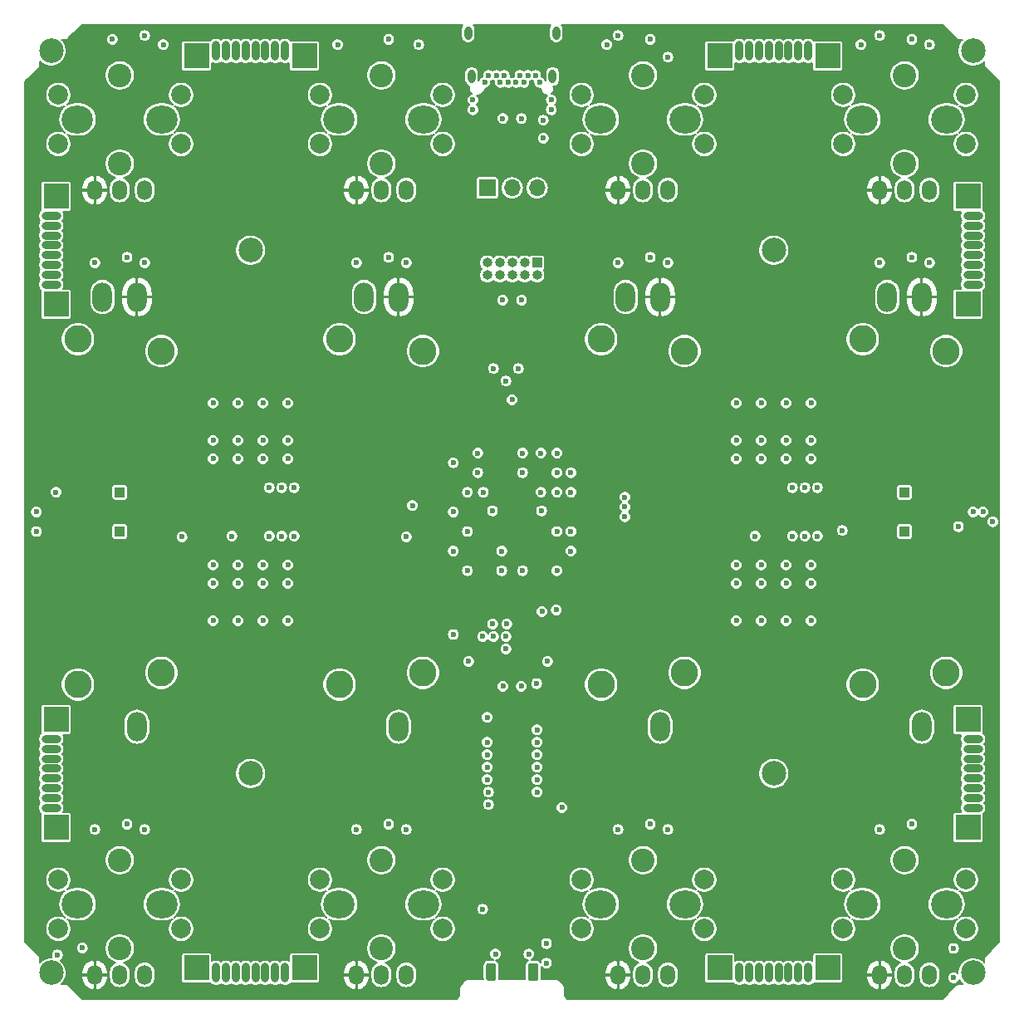
<source format=gbr>
G04 #@! TF.GenerationSoftware,KiCad,Pcbnew,(5.1.2)-2*
G04 #@! TF.CreationDate,2020-03-23T14:04:02+01:00*
G04 #@! TF.ProjectId,PBF4,50424634-2e6b-4696-9361-645f70636258,rev?*
G04 #@! TF.SameCoordinates,Original*
G04 #@! TF.FileFunction,Copper,L3,Inr*
G04 #@! TF.FilePolarity,Positive*
%FSLAX46Y46*%
G04 Gerber Fmt 4.6, Leading zero omitted, Abs format (unit mm)*
G04 Created by KiCad (PCBNEW (5.1.2)-2) date 2020-03-23 14:04:02*
%MOMM*%
%LPD*%
G04 APERTURE LIST*
%ADD10C,2.800000*%
%ADD11O,2.000000X3.000000*%
%ADD12C,2.400000*%
%ADD13C,2.000000*%
%ADD14C,0.100000*%
%ADD15C,1.000000*%
%ADD16C,2.500000*%
%ADD17C,0.600000*%
%ADD18O,0.800000X1.400000*%
%ADD19R,1.000000X1.000000*%
%ADD20R,2.500000X2.500000*%
%ADD21O,0.800000X2.000000*%
%ADD22O,3.200000X2.800000*%
%ADD23O,1.500000X2.000000*%
%ADD24O,2.000000X0.800000*%
%ADD25O,1.000000X1.000000*%
%ADD26O,1.700000X1.700000*%
%ADD27R,1.700000X1.700000*%
%ADD28C,0.152400*%
G04 APERTURE END LIST*
D10*
X55745000Y-117600000D03*
X64245000Y-116400000D03*
X55745000Y-82400000D03*
X64245000Y-83600000D03*
D11*
X61745000Y-121900000D03*
X58245000Y-78100000D03*
X61745000Y-78100000D03*
D12*
X86665000Y-64495000D03*
X86665000Y-55495000D03*
D13*
X80415000Y-62495000D03*
X92915000Y-57495000D03*
X92915000Y-62495000D03*
X80415000Y-57495000D03*
D14*
G36*
X98124504Y-146001204D02*
G01*
X98148773Y-146004804D01*
X98172571Y-146010765D01*
X98195671Y-146019030D01*
X98217849Y-146029520D01*
X98238893Y-146042133D01*
X98258598Y-146056747D01*
X98276777Y-146073223D01*
X98293253Y-146091402D01*
X98307867Y-146111107D01*
X98320480Y-146132151D01*
X98330970Y-146154329D01*
X98339235Y-146177429D01*
X98345196Y-146201227D01*
X98348796Y-146225496D01*
X98350000Y-146250000D01*
X98350000Y-147550000D01*
X98348796Y-147574504D01*
X98345196Y-147598773D01*
X98339235Y-147622571D01*
X98330970Y-147645671D01*
X98320480Y-147667849D01*
X98307867Y-147688893D01*
X98293253Y-147708598D01*
X98276777Y-147726777D01*
X98258598Y-147743253D01*
X98238893Y-147757867D01*
X98217849Y-147770480D01*
X98195671Y-147780970D01*
X98172571Y-147789235D01*
X98148773Y-147795196D01*
X98124504Y-147798796D01*
X98100000Y-147800000D01*
X97600000Y-147800000D01*
X97575496Y-147798796D01*
X97551227Y-147795196D01*
X97527429Y-147789235D01*
X97504329Y-147780970D01*
X97482151Y-147770480D01*
X97461107Y-147757867D01*
X97441402Y-147743253D01*
X97423223Y-147726777D01*
X97406747Y-147708598D01*
X97392133Y-147688893D01*
X97379520Y-147667849D01*
X97369030Y-147645671D01*
X97360765Y-147622571D01*
X97354804Y-147598773D01*
X97351204Y-147574504D01*
X97350000Y-147550000D01*
X97350000Y-146250000D01*
X97351204Y-146225496D01*
X97354804Y-146201227D01*
X97360765Y-146177429D01*
X97369030Y-146154329D01*
X97379520Y-146132151D01*
X97392133Y-146111107D01*
X97406747Y-146091402D01*
X97423223Y-146073223D01*
X97441402Y-146056747D01*
X97461107Y-146042133D01*
X97482151Y-146029520D01*
X97504329Y-146019030D01*
X97527429Y-146010765D01*
X97551227Y-146004804D01*
X97575496Y-146001204D01*
X97600000Y-146000000D01*
X98100000Y-146000000D01*
X98124504Y-146001204D01*
X98124504Y-146001204D01*
G37*
D15*
X97850000Y-146900000D03*
D14*
G36*
X102424504Y-146001204D02*
G01*
X102448773Y-146004804D01*
X102472571Y-146010765D01*
X102495671Y-146019030D01*
X102517849Y-146029520D01*
X102538893Y-146042133D01*
X102558598Y-146056747D01*
X102576777Y-146073223D01*
X102593253Y-146091402D01*
X102607867Y-146111107D01*
X102620480Y-146132151D01*
X102630970Y-146154329D01*
X102639235Y-146177429D01*
X102645196Y-146201227D01*
X102648796Y-146225496D01*
X102650000Y-146250000D01*
X102650000Y-147550000D01*
X102648796Y-147574504D01*
X102645196Y-147598773D01*
X102639235Y-147622571D01*
X102630970Y-147645671D01*
X102620480Y-147667849D01*
X102607867Y-147688893D01*
X102593253Y-147708598D01*
X102576777Y-147726777D01*
X102558598Y-147743253D01*
X102538893Y-147757867D01*
X102517849Y-147770480D01*
X102495671Y-147780970D01*
X102472571Y-147789235D01*
X102448773Y-147795196D01*
X102424504Y-147798796D01*
X102400000Y-147800000D01*
X101900000Y-147800000D01*
X101875496Y-147798796D01*
X101851227Y-147795196D01*
X101827429Y-147789235D01*
X101804329Y-147780970D01*
X101782151Y-147770480D01*
X101761107Y-147757867D01*
X101741402Y-147743253D01*
X101723223Y-147726777D01*
X101706747Y-147708598D01*
X101692133Y-147688893D01*
X101679520Y-147667849D01*
X101669030Y-147645671D01*
X101660765Y-147622571D01*
X101654804Y-147598773D01*
X101651204Y-147574504D01*
X101650000Y-147550000D01*
X101650000Y-146250000D01*
X101651204Y-146225496D01*
X101654804Y-146201227D01*
X101660765Y-146177429D01*
X101669030Y-146154329D01*
X101679520Y-146132151D01*
X101692133Y-146111107D01*
X101706747Y-146091402D01*
X101723223Y-146073223D01*
X101741402Y-146056747D01*
X101761107Y-146042133D01*
X101782151Y-146029520D01*
X101804329Y-146019030D01*
X101827429Y-146010765D01*
X101851227Y-146004804D01*
X101875496Y-146001204D01*
X101900000Y-146000000D01*
X102400000Y-146000000D01*
X102424504Y-146001204D01*
X102424504Y-146001204D01*
G37*
D15*
X102150000Y-146900000D03*
D10*
X135755000Y-117600000D03*
X144255000Y-116400000D03*
X135755000Y-82400000D03*
X144255000Y-83600000D03*
D11*
X141755000Y-121900000D03*
X138255000Y-78100000D03*
X141755000Y-78100000D03*
D10*
X109085000Y-117600000D03*
X117585000Y-116400000D03*
X109085000Y-82400000D03*
X117585000Y-83600000D03*
D11*
X115085000Y-121900000D03*
X111585000Y-78100000D03*
X115085000Y-78100000D03*
D10*
X82415000Y-117600000D03*
X90915000Y-116400000D03*
X82415000Y-82400000D03*
X90915000Y-83600000D03*
D11*
X88415000Y-121900000D03*
X84915000Y-78100000D03*
X88415000Y-78100000D03*
D16*
X73330000Y-126670000D03*
X126670000Y-126670000D03*
X126670000Y-73330000D03*
X73330000Y-73330000D03*
X53000000Y-147000000D03*
X147000000Y-147000000D03*
X147000000Y-53000000D03*
X53000000Y-53000000D03*
D17*
X102400000Y-55510000D03*
X101600000Y-55510000D03*
X100800000Y-55510000D03*
X99200000Y-55510000D03*
X98400000Y-55510000D03*
X97600000Y-55510000D03*
X102800000Y-56210000D03*
X101200000Y-56210000D03*
X100400000Y-56210000D03*
X99600000Y-56210000D03*
X98800000Y-56210000D03*
X97200000Y-56210000D03*
D18*
X104490000Y-51160000D03*
X95510000Y-51160000D03*
X95870000Y-55610000D03*
X104130000Y-55610000D03*
D19*
X140000000Y-102000000D03*
X60000000Y-102000000D03*
X140000000Y-98000000D03*
X60000000Y-98000000D03*
D20*
X132170000Y-146490000D03*
X121170000Y-146490000D03*
D21*
X123170000Y-146990000D03*
X124170000Y-146990000D03*
X125170000Y-146990000D03*
X126170000Y-146990000D03*
X127170000Y-146990000D03*
X128170000Y-146990000D03*
X129170000Y-146990000D03*
X130170000Y-146990000D03*
D22*
X64295000Y-140005000D03*
X55695000Y-140005000D03*
D23*
X62535000Y-147205000D03*
X59995000Y-147205000D03*
X57455000Y-147205000D03*
D20*
X78830000Y-146490000D03*
X67830000Y-146490000D03*
D21*
X69830000Y-146990000D03*
X70830000Y-146990000D03*
X71830000Y-146990000D03*
X72830000Y-146990000D03*
X73830000Y-146990000D03*
X74830000Y-146990000D03*
X75830000Y-146990000D03*
X76830000Y-146990000D03*
D12*
X140005000Y-144505000D03*
X140005000Y-135505000D03*
D13*
X133755000Y-142505000D03*
X146255000Y-137505000D03*
X146255000Y-142505000D03*
X133755000Y-137505000D03*
D12*
X140005000Y-64495000D03*
X140005000Y-55495000D03*
D13*
X133755000Y-62495000D03*
X146255000Y-57495000D03*
X146255000Y-62495000D03*
X133755000Y-57495000D03*
D12*
X113335000Y-144505000D03*
X113335000Y-135505000D03*
D13*
X107085000Y-142505000D03*
X119585000Y-137505000D03*
X119585000Y-142505000D03*
X107085000Y-137505000D03*
D12*
X113335000Y-64495000D03*
X113335000Y-55495000D03*
D13*
X107085000Y-62495000D03*
X119585000Y-57495000D03*
X119585000Y-62495000D03*
X107085000Y-57495000D03*
D12*
X86665000Y-144505000D03*
X86665000Y-135505000D03*
D13*
X80415000Y-142505000D03*
X92915000Y-137505000D03*
X92915000Y-142505000D03*
X80415000Y-137505000D03*
D12*
X59995000Y-144505000D03*
X59995000Y-135505000D03*
D13*
X53745000Y-142505000D03*
X66245000Y-137505000D03*
X66245000Y-142505000D03*
X53745000Y-137505000D03*
D12*
X59995000Y-64495000D03*
X59995000Y-55495000D03*
D13*
X53745000Y-62495000D03*
X66245000Y-57495000D03*
X66245000Y-62495000D03*
X53745000Y-57495000D03*
D22*
X144305000Y-140005000D03*
X135705000Y-140005000D03*
D23*
X142545000Y-147205000D03*
X140005000Y-147205000D03*
X137465000Y-147205000D03*
D22*
X144305000Y-59995000D03*
X135705000Y-59995000D03*
D23*
X142545000Y-67195000D03*
X140005000Y-67195000D03*
X137465000Y-67195000D03*
D22*
X117635000Y-140005000D03*
X109035000Y-140005000D03*
D23*
X115875000Y-147205000D03*
X113335000Y-147205000D03*
X110795000Y-147205000D03*
D22*
X117635000Y-59995000D03*
X109035000Y-59995000D03*
D23*
X115875000Y-67195000D03*
X113335000Y-67195000D03*
X110795000Y-67195000D03*
D22*
X90965000Y-140005000D03*
X82365000Y-140005000D03*
D23*
X89205000Y-147205000D03*
X86665000Y-147205000D03*
X84125000Y-147205000D03*
D22*
X90965000Y-59995000D03*
X82365000Y-59995000D03*
D23*
X89205000Y-67195000D03*
X86665000Y-67195000D03*
X84125000Y-67195000D03*
D22*
X64295000Y-59995000D03*
X55695000Y-59995000D03*
D23*
X62535000Y-67195000D03*
X59995000Y-67195000D03*
X57455000Y-67195000D03*
D20*
X146490000Y-121170000D03*
X146490000Y-132170000D03*
D24*
X146990000Y-130170000D03*
X146990000Y-129170000D03*
X146990000Y-128170000D03*
X146990000Y-127170000D03*
X146990000Y-126170000D03*
X146990000Y-125170000D03*
X146990000Y-124170000D03*
X146990000Y-123170000D03*
D20*
X146490000Y-67830000D03*
X146490000Y-78830000D03*
D24*
X146990000Y-76830000D03*
X146990000Y-75830000D03*
X146990000Y-74830000D03*
X146990000Y-73830000D03*
X146990000Y-72830000D03*
X146990000Y-71830000D03*
X146990000Y-70830000D03*
X146990000Y-69830000D03*
D20*
X121170000Y-53510000D03*
X132170000Y-53510000D03*
D21*
X130170000Y-53010000D03*
X129170000Y-53010000D03*
X128170000Y-53010000D03*
X127170000Y-53010000D03*
X126170000Y-53010000D03*
X125170000Y-53010000D03*
X124170000Y-53010000D03*
X123170000Y-53010000D03*
D20*
X67830000Y-53510000D03*
X78830000Y-53510000D03*
D21*
X76830000Y-53010000D03*
X75830000Y-53010000D03*
X74830000Y-53010000D03*
X73830000Y-53010000D03*
X72830000Y-53010000D03*
X71830000Y-53010000D03*
X70830000Y-53010000D03*
X69830000Y-53010000D03*
D20*
X53510000Y-132170000D03*
X53510000Y-121170000D03*
D24*
X53010000Y-123170000D03*
X53010000Y-124170000D03*
X53010000Y-125170000D03*
X53010000Y-126170000D03*
X53010000Y-127170000D03*
X53010000Y-128170000D03*
X53010000Y-129170000D03*
X53010000Y-130170000D03*
D20*
X53510000Y-78830000D03*
X53510000Y-67830000D03*
D24*
X53010000Y-69830000D03*
X53010000Y-70830000D03*
X53010000Y-71830000D03*
X53010000Y-72830000D03*
X53010000Y-73830000D03*
X53010000Y-74830000D03*
X53010000Y-75830000D03*
X53010000Y-76830000D03*
D25*
X97460000Y-75870000D03*
X97460000Y-74600000D03*
X98730000Y-75870000D03*
X98730000Y-74600000D03*
X100000000Y-75870000D03*
X100000000Y-74600000D03*
X101270000Y-75870000D03*
X101270000Y-74600000D03*
X102540000Y-75870000D03*
D19*
X102540000Y-74600000D03*
D26*
X102540000Y-66980000D03*
X100000000Y-66980000D03*
D27*
X97460000Y-66980000D03*
D17*
X122860000Y-94587500D03*
X125400000Y-94587500D03*
X127940000Y-94587500D03*
X130480000Y-94587500D03*
X122860000Y-105412500D03*
X125400000Y-105412500D03*
X127940000Y-105412500D03*
X130480000Y-105412500D03*
X69520000Y-105412500D03*
X72060000Y-105412500D03*
X74600000Y-105412500D03*
X77140000Y-105412500D03*
X77775000Y-102475000D03*
X76505000Y-102475000D03*
X75235000Y-102475000D03*
X69520000Y-94587500D03*
X72060000Y-94587500D03*
X74600000Y-94587500D03*
X77140000Y-94587500D03*
X103600000Y-115240000D03*
X60745000Y-131835000D03*
X87415000Y-131835000D03*
X114085000Y-131835000D03*
X140755000Y-131835000D03*
X60745000Y-74050000D03*
X87415000Y-74050000D03*
X114085000Y-74050000D03*
X140755000Y-74050000D03*
X128575000Y-102475000D03*
X129845000Y-102475000D03*
X131115000Y-102475000D03*
X87415000Y-51825000D03*
X137465000Y-51437500D03*
X140755000Y-51825000D03*
X62535000Y-51437500D03*
X66345000Y-102540000D03*
X98300000Y-145085000D03*
X97460000Y-126035000D03*
X97460000Y-124765000D03*
X97460000Y-123495000D03*
X97460000Y-120955000D03*
X102540000Y-128575000D03*
X102540000Y-127305000D03*
X102540000Y-126035000D03*
X102540000Y-122225000D03*
X100937500Y-117780000D03*
X95437500Y-98000000D03*
X101062500Y-96000000D03*
X106000000Y-96000000D03*
X102937500Y-94000000D03*
X94000000Y-95000000D03*
X97062500Y-98000000D03*
X98000000Y-99900000D03*
X95437500Y-102000000D03*
X98937500Y-104000000D03*
X98937500Y-106000000D03*
X94000000Y-104000000D03*
X133655000Y-101905000D03*
X104562500Y-106000000D03*
X106000000Y-102000000D03*
X102937500Y-98000000D03*
X106000000Y-98000000D03*
X96000010Y-58000000D03*
X104000000Y-58000000D03*
X114085000Y-51825000D03*
X110795000Y-51437500D03*
X102540000Y-123495000D03*
X97460000Y-127305000D03*
X130480000Y-111097500D03*
X122860000Y-111097500D03*
X77140000Y-111097500D03*
X69520000Y-111097500D03*
X103175000Y-61900000D03*
X97000000Y-140500000D03*
X59245000Y-132935000D03*
X85915000Y-132935000D03*
X112585000Y-132935000D03*
X139255000Y-132935000D03*
X59245000Y-75150000D03*
X85915000Y-75150000D03*
X112585000Y-75150000D03*
X139255000Y-75150000D03*
X59057500Y-59995000D03*
X85727500Y-59995000D03*
X112397500Y-59995000D03*
X139067500Y-59995000D03*
X59057500Y-140005000D03*
X85727500Y-140005000D03*
X112397500Y-140005000D03*
X139067500Y-140005000D03*
X137465000Y-53312500D03*
X62535000Y-53312500D03*
X122225000Y-97525000D03*
X68885000Y-97525000D03*
X66345000Y-97460000D03*
X59245000Y-52925000D03*
X133655000Y-98095000D03*
X101062500Y-104000000D03*
X112585000Y-52925000D03*
X89205000Y-53312500D03*
X85915000Y-52925000D03*
X72060000Y-92712500D03*
X74600000Y-92712500D03*
X69520000Y-92712500D03*
X77140000Y-92712500D03*
X69520000Y-107287500D03*
X77140000Y-107287500D03*
X72060000Y-107287500D03*
X74600000Y-107287500D03*
X125400000Y-92712500D03*
X127940000Y-92712500D03*
X122860000Y-92712500D03*
X130480000Y-92712500D03*
X122860000Y-107287500D03*
X130480000Y-107287500D03*
X125400000Y-107287500D03*
X127940000Y-107287500D03*
X102540000Y-124765016D03*
X99032500Y-78410000D03*
X100967500Y-78410000D03*
X99062500Y-117780000D03*
X98005000Y-111430000D03*
X104562500Y-96000000D03*
X95437500Y-106000000D03*
X101062500Y-106000000D03*
X104562500Y-102000000D03*
X106000000Y-104000000D03*
X94000000Y-112500000D03*
X104562500Y-94000000D03*
X104562500Y-98000000D03*
X105080000Y-130147500D03*
X96499991Y-93999991D03*
X96499981Y-96000019D03*
X101062500Y-94000000D03*
X64440000Y-52375000D03*
X82220000Y-52375000D03*
X109652000Y-52375000D03*
X90475000Y-52375008D03*
X62535000Y-132385000D03*
X84125000Y-132385000D03*
X135560000Y-52375000D03*
X115875000Y-53645010D03*
X89205000Y-132385000D03*
X110795000Y-132385000D03*
X57455000Y-74600000D03*
X142545000Y-52375000D03*
X115875000Y-132385000D03*
X137465000Y-132385000D03*
X62535000Y-74600000D03*
X84125000Y-74600000D03*
X99050000Y-59900000D03*
X100950000Y-59900000D03*
X103175007Y-60062507D03*
X99999999Y-88569999D03*
X99365000Y-86665000D03*
X100635000Y-85395000D03*
X56185000Y-144450000D03*
X53645000Y-145175000D03*
X145000000Y-147500000D03*
X145000024Y-144500000D03*
X103500000Y-146000000D03*
X103500000Y-144000000D03*
X96000000Y-59000000D03*
X104000000Y-59000000D03*
X51500018Y-102000018D03*
X51500000Y-100000000D03*
X53500000Y-98000000D03*
X149000000Y-101000000D03*
X148000000Y-100000018D03*
X104500000Y-110000000D03*
X103049989Y-110160000D03*
X147000000Y-100000000D03*
X145500000Y-101500000D03*
X103000003Y-99900000D03*
X128575000Y-97525000D03*
X75235000Y-97525000D03*
X111500000Y-100500000D03*
X129845000Y-97525000D03*
X76505000Y-97525000D03*
X111500000Y-99500000D03*
X131115000Y-97525000D03*
X77775000Y-97525000D03*
X111500000Y-98500000D03*
X71425000Y-102475000D03*
X89840000Y-99365000D03*
X124765000Y-102475000D03*
X89205000Y-102540000D03*
X99455010Y-111430000D03*
X98095000Y-112700000D03*
X97000000Y-112700000D03*
X99365000Y-112700000D03*
X99365000Y-113970000D03*
X95555016Y-115240000D03*
X94000000Y-100000000D03*
X89205000Y-74600000D03*
X110795000Y-74600000D03*
X115875000Y-74600000D03*
X137465000Y-74600000D03*
X101700000Y-145085000D03*
X98095000Y-85395000D03*
X72060000Y-88902500D03*
X74600000Y-88902500D03*
X69520000Y-88902500D03*
X77140000Y-88902500D03*
X72060000Y-111097500D03*
X74600000Y-111097500D03*
X125400000Y-88902500D03*
X127940000Y-88902500D03*
X122860000Y-88902500D03*
X130480000Y-88902500D03*
X125400000Y-111097500D03*
X127940000Y-111097500D03*
X97589999Y-129845000D03*
X97589999Y-128575000D03*
X102500000Y-117500000D03*
X59245000Y-51825000D03*
X57455000Y-132385000D03*
X142545000Y-74600000D03*
D28*
G36*
X94899924Y-50452360D02*
G01*
X94832119Y-50579213D01*
X94790365Y-50716856D01*
X94779800Y-50824128D01*
X94779800Y-51495871D01*
X94790365Y-51603143D01*
X94832119Y-51740786D01*
X94899923Y-51867639D01*
X94991172Y-51978827D01*
X95102360Y-52070077D01*
X95229213Y-52137881D01*
X95366856Y-52179635D01*
X95510000Y-52193733D01*
X95653143Y-52179635D01*
X95790786Y-52137881D01*
X95917639Y-52070077D01*
X96028827Y-51978828D01*
X96120077Y-51867640D01*
X96187881Y-51740787D01*
X96229635Y-51603144D01*
X96240200Y-51495872D01*
X96240200Y-50824128D01*
X96229635Y-50716856D01*
X96187881Y-50579213D01*
X96120077Y-50452360D01*
X96040340Y-50355200D01*
X103959661Y-50355200D01*
X103879924Y-50452360D01*
X103812119Y-50579213D01*
X103770365Y-50716856D01*
X103759800Y-50824128D01*
X103759800Y-51495871D01*
X103770365Y-51603143D01*
X103812119Y-51740786D01*
X103879923Y-51867639D01*
X103971172Y-51978827D01*
X104082360Y-52070077D01*
X104209213Y-52137881D01*
X104346856Y-52179635D01*
X104490000Y-52193733D01*
X104633143Y-52179635D01*
X104770786Y-52137881D01*
X104897639Y-52070077D01*
X105008827Y-51978828D01*
X105100077Y-51867640D01*
X105167881Y-51740787D01*
X105209635Y-51603144D01*
X105220200Y-51495872D01*
X105220200Y-51375431D01*
X110164800Y-51375431D01*
X110164800Y-51499569D01*
X110189018Y-51621322D01*
X110236524Y-51736012D01*
X110305492Y-51839229D01*
X110393271Y-51927008D01*
X110496488Y-51995976D01*
X110611178Y-52043482D01*
X110732931Y-52067700D01*
X110857069Y-52067700D01*
X110978822Y-52043482D01*
X111093512Y-51995976D01*
X111196729Y-51927008D01*
X111284508Y-51839229D01*
X111335489Y-51762931D01*
X113454800Y-51762931D01*
X113454800Y-51887069D01*
X113479018Y-52008822D01*
X113526524Y-52123512D01*
X113595492Y-52226729D01*
X113683271Y-52314508D01*
X113786488Y-52383476D01*
X113901178Y-52430982D01*
X114022931Y-52455200D01*
X114147069Y-52455200D01*
X114268822Y-52430982D01*
X114383512Y-52383476D01*
X114486729Y-52314508D01*
X114541237Y-52260000D01*
X119588203Y-52260000D01*
X119588203Y-54760000D01*
X119594578Y-54824730D01*
X119613460Y-54886973D01*
X119644121Y-54944337D01*
X119685384Y-54994616D01*
X119735663Y-55035879D01*
X119793027Y-55066540D01*
X119855270Y-55085422D01*
X119920000Y-55091797D01*
X122420000Y-55091797D01*
X122484730Y-55085422D01*
X122546973Y-55066540D01*
X122604337Y-55035879D01*
X122654616Y-54994616D01*
X122695879Y-54944337D01*
X122726540Y-54886973D01*
X122745422Y-54824730D01*
X122751797Y-54760000D01*
X122751797Y-54211407D01*
X122762361Y-54220077D01*
X122889214Y-54287881D01*
X123026857Y-54329635D01*
X123170000Y-54343733D01*
X123313144Y-54329635D01*
X123450787Y-54287881D01*
X123577640Y-54220077D01*
X123670001Y-54144279D01*
X123762361Y-54220077D01*
X123889214Y-54287881D01*
X124026857Y-54329635D01*
X124170000Y-54343733D01*
X124313144Y-54329635D01*
X124450787Y-54287881D01*
X124577640Y-54220077D01*
X124670001Y-54144279D01*
X124762361Y-54220077D01*
X124889214Y-54287881D01*
X125026857Y-54329635D01*
X125170000Y-54343733D01*
X125313144Y-54329635D01*
X125450787Y-54287881D01*
X125577640Y-54220077D01*
X125670001Y-54144279D01*
X125762361Y-54220077D01*
X125889214Y-54287881D01*
X126026857Y-54329635D01*
X126170000Y-54343733D01*
X126313144Y-54329635D01*
X126450787Y-54287881D01*
X126577640Y-54220077D01*
X126670001Y-54144279D01*
X126762361Y-54220077D01*
X126889214Y-54287881D01*
X127026857Y-54329635D01*
X127170000Y-54343733D01*
X127313144Y-54329635D01*
X127450787Y-54287881D01*
X127577640Y-54220077D01*
X127670001Y-54144279D01*
X127762361Y-54220077D01*
X127889214Y-54287881D01*
X128026857Y-54329635D01*
X128170000Y-54343733D01*
X128313144Y-54329635D01*
X128450787Y-54287881D01*
X128577640Y-54220077D01*
X128670001Y-54144279D01*
X128762361Y-54220077D01*
X128889214Y-54287881D01*
X129026857Y-54329635D01*
X129170000Y-54343733D01*
X129313144Y-54329635D01*
X129450787Y-54287881D01*
X129577640Y-54220077D01*
X129670001Y-54144279D01*
X129762361Y-54220077D01*
X129889214Y-54287881D01*
X130026857Y-54329635D01*
X130170000Y-54343733D01*
X130313144Y-54329635D01*
X130450787Y-54287881D01*
X130577640Y-54220077D01*
X130588203Y-54211408D01*
X130588203Y-54760000D01*
X130594578Y-54824730D01*
X130613460Y-54886973D01*
X130644121Y-54944337D01*
X130685384Y-54994616D01*
X130735663Y-55035879D01*
X130793027Y-55066540D01*
X130855270Y-55085422D01*
X130920000Y-55091797D01*
X133420000Y-55091797D01*
X133484730Y-55085422D01*
X133546973Y-55066540D01*
X133604337Y-55035879D01*
X133654616Y-54994616D01*
X133695879Y-54944337D01*
X133726540Y-54886973D01*
X133745422Y-54824730D01*
X133751797Y-54760000D01*
X133751797Y-52312931D01*
X134929800Y-52312931D01*
X134929800Y-52437069D01*
X134954018Y-52558822D01*
X135001524Y-52673512D01*
X135070492Y-52776729D01*
X135158271Y-52864508D01*
X135261488Y-52933476D01*
X135376178Y-52980982D01*
X135497931Y-53005200D01*
X135622069Y-53005200D01*
X135743822Y-52980982D01*
X135858512Y-52933476D01*
X135961729Y-52864508D01*
X136049508Y-52776729D01*
X136118476Y-52673512D01*
X136165982Y-52558822D01*
X136190200Y-52437069D01*
X136190200Y-52312931D01*
X136165982Y-52191178D01*
X136118476Y-52076488D01*
X136049508Y-51973271D01*
X135961729Y-51885492D01*
X135858512Y-51816524D01*
X135743822Y-51769018D01*
X135622069Y-51744800D01*
X135497931Y-51744800D01*
X135376178Y-51769018D01*
X135261488Y-51816524D01*
X135158271Y-51885492D01*
X135070492Y-51973271D01*
X135001524Y-52076488D01*
X134954018Y-52191178D01*
X134929800Y-52312931D01*
X133751797Y-52312931D01*
X133751797Y-52260000D01*
X133745422Y-52195270D01*
X133726540Y-52133027D01*
X133695879Y-52075663D01*
X133654616Y-52025384D01*
X133604337Y-51984121D01*
X133546973Y-51953460D01*
X133484730Y-51934578D01*
X133420000Y-51928203D01*
X130920000Y-51928203D01*
X130855270Y-51934578D01*
X130793027Y-51953460D01*
X130756130Y-51973181D01*
X130688827Y-51891172D01*
X130577639Y-51799923D01*
X130450786Y-51732119D01*
X130313143Y-51690365D01*
X130170000Y-51676267D01*
X130026856Y-51690365D01*
X129889213Y-51732119D01*
X129762360Y-51799923D01*
X129670000Y-51875721D01*
X129577639Y-51799923D01*
X129450786Y-51732119D01*
X129313143Y-51690365D01*
X129170000Y-51676267D01*
X129026856Y-51690365D01*
X128889213Y-51732119D01*
X128762360Y-51799923D01*
X128670000Y-51875721D01*
X128577639Y-51799923D01*
X128450786Y-51732119D01*
X128313143Y-51690365D01*
X128170000Y-51676267D01*
X128026856Y-51690365D01*
X127889213Y-51732119D01*
X127762360Y-51799923D01*
X127670000Y-51875721D01*
X127577639Y-51799923D01*
X127450786Y-51732119D01*
X127313143Y-51690365D01*
X127170000Y-51676267D01*
X127026856Y-51690365D01*
X126889213Y-51732119D01*
X126762360Y-51799923D01*
X126670000Y-51875721D01*
X126577639Y-51799923D01*
X126450786Y-51732119D01*
X126313143Y-51690365D01*
X126170000Y-51676267D01*
X126026856Y-51690365D01*
X125889213Y-51732119D01*
X125762360Y-51799923D01*
X125670000Y-51875721D01*
X125577639Y-51799923D01*
X125450786Y-51732119D01*
X125313143Y-51690365D01*
X125170000Y-51676267D01*
X125026856Y-51690365D01*
X124889213Y-51732119D01*
X124762360Y-51799923D01*
X124670000Y-51875721D01*
X124577639Y-51799923D01*
X124450786Y-51732119D01*
X124313143Y-51690365D01*
X124170000Y-51676267D01*
X124026856Y-51690365D01*
X123889213Y-51732119D01*
X123762360Y-51799923D01*
X123670000Y-51875721D01*
X123577639Y-51799923D01*
X123450786Y-51732119D01*
X123313143Y-51690365D01*
X123170000Y-51676267D01*
X123026856Y-51690365D01*
X122889213Y-51732119D01*
X122762360Y-51799923D01*
X122651172Y-51891173D01*
X122583870Y-51973181D01*
X122546973Y-51953460D01*
X122484730Y-51934578D01*
X122420000Y-51928203D01*
X119920000Y-51928203D01*
X119855270Y-51934578D01*
X119793027Y-51953460D01*
X119735663Y-51984121D01*
X119685384Y-52025384D01*
X119644121Y-52075663D01*
X119613460Y-52133027D01*
X119594578Y-52195270D01*
X119588203Y-52260000D01*
X114541237Y-52260000D01*
X114574508Y-52226729D01*
X114643476Y-52123512D01*
X114690982Y-52008822D01*
X114715200Y-51887069D01*
X114715200Y-51762931D01*
X114690982Y-51641178D01*
X114643476Y-51526488D01*
X114574508Y-51423271D01*
X114526668Y-51375431D01*
X136834800Y-51375431D01*
X136834800Y-51499569D01*
X136859018Y-51621322D01*
X136906524Y-51736012D01*
X136975492Y-51839229D01*
X137063271Y-51927008D01*
X137166488Y-51995976D01*
X137281178Y-52043482D01*
X137402931Y-52067700D01*
X137527069Y-52067700D01*
X137648822Y-52043482D01*
X137763512Y-51995976D01*
X137866729Y-51927008D01*
X137954508Y-51839229D01*
X138005489Y-51762931D01*
X140124800Y-51762931D01*
X140124800Y-51887069D01*
X140149018Y-52008822D01*
X140196524Y-52123512D01*
X140265492Y-52226729D01*
X140353271Y-52314508D01*
X140456488Y-52383476D01*
X140571178Y-52430982D01*
X140692931Y-52455200D01*
X140817069Y-52455200D01*
X140938822Y-52430982D01*
X141053512Y-52383476D01*
X141156729Y-52314508D01*
X141158306Y-52312931D01*
X141914800Y-52312931D01*
X141914800Y-52437069D01*
X141939018Y-52558822D01*
X141986524Y-52673512D01*
X142055492Y-52776729D01*
X142143271Y-52864508D01*
X142246488Y-52933476D01*
X142361178Y-52980982D01*
X142482931Y-53005200D01*
X142607069Y-53005200D01*
X142728822Y-52980982D01*
X142843512Y-52933476D01*
X142946729Y-52864508D01*
X143034508Y-52776729D01*
X143103476Y-52673512D01*
X143150982Y-52558822D01*
X143175200Y-52437069D01*
X143175200Y-52312931D01*
X143150982Y-52191178D01*
X143103476Y-52076488D01*
X143034508Y-51973271D01*
X142946729Y-51885492D01*
X142843512Y-51816524D01*
X142728822Y-51769018D01*
X142607069Y-51744800D01*
X142482931Y-51744800D01*
X142361178Y-51769018D01*
X142246488Y-51816524D01*
X142143271Y-51885492D01*
X142055492Y-51973271D01*
X141986524Y-52076488D01*
X141939018Y-52191178D01*
X141914800Y-52312931D01*
X141158306Y-52312931D01*
X141244508Y-52226729D01*
X141313476Y-52123512D01*
X141360982Y-52008822D01*
X141385200Y-51887069D01*
X141385200Y-51762931D01*
X141360982Y-51641178D01*
X141313476Y-51526488D01*
X141244508Y-51423271D01*
X141156729Y-51335492D01*
X141053512Y-51266524D01*
X140938822Y-51219018D01*
X140817069Y-51194800D01*
X140692931Y-51194800D01*
X140571178Y-51219018D01*
X140456488Y-51266524D01*
X140353271Y-51335492D01*
X140265492Y-51423271D01*
X140196524Y-51526488D01*
X140149018Y-51641178D01*
X140124800Y-51762931D01*
X138005489Y-51762931D01*
X138023476Y-51736012D01*
X138070982Y-51621322D01*
X138095200Y-51499569D01*
X138095200Y-51375431D01*
X138070982Y-51253678D01*
X138023476Y-51138988D01*
X137954508Y-51035771D01*
X137866729Y-50947992D01*
X137763512Y-50879024D01*
X137648822Y-50831518D01*
X137527069Y-50807300D01*
X137402931Y-50807300D01*
X137281178Y-50831518D01*
X137166488Y-50879024D01*
X137063271Y-50947992D01*
X136975492Y-51035771D01*
X136906524Y-51138988D01*
X136859018Y-51253678D01*
X136834800Y-51375431D01*
X114526668Y-51375431D01*
X114486729Y-51335492D01*
X114383512Y-51266524D01*
X114268822Y-51219018D01*
X114147069Y-51194800D01*
X114022931Y-51194800D01*
X113901178Y-51219018D01*
X113786488Y-51266524D01*
X113683271Y-51335492D01*
X113595492Y-51423271D01*
X113526524Y-51526488D01*
X113479018Y-51641178D01*
X113454800Y-51762931D01*
X111335489Y-51762931D01*
X111353476Y-51736012D01*
X111400982Y-51621322D01*
X111425200Y-51499569D01*
X111425200Y-51375431D01*
X111400982Y-51253678D01*
X111353476Y-51138988D01*
X111284508Y-51035771D01*
X111196729Y-50947992D01*
X111093512Y-50879024D01*
X110978822Y-50831518D01*
X110857069Y-50807300D01*
X110732931Y-50807300D01*
X110611178Y-50831518D01*
X110496488Y-50879024D01*
X110393271Y-50947992D01*
X110305492Y-51035771D01*
X110236524Y-51138988D01*
X110189018Y-51253678D01*
X110164800Y-51375431D01*
X105220200Y-51375431D01*
X105220200Y-50824128D01*
X105209635Y-50716856D01*
X105167881Y-50579213D01*
X105100077Y-50452360D01*
X105020340Y-50355200D01*
X143852872Y-50355200D01*
X145236505Y-51738834D01*
X145247621Y-51752379D01*
X145261166Y-51763495D01*
X145261169Y-51763498D01*
X145301706Y-51796766D01*
X145338671Y-51816524D01*
X145363413Y-51829749D01*
X145430369Y-51850060D01*
X145482557Y-51855200D01*
X145482566Y-51855200D01*
X145499999Y-51856917D01*
X145517432Y-51855200D01*
X145910059Y-51855200D01*
X145772578Y-51992681D01*
X145599645Y-52251495D01*
X145480526Y-52539073D01*
X145419800Y-52844364D01*
X145419800Y-53155636D01*
X145480526Y-53460927D01*
X145599645Y-53748505D01*
X145772578Y-54007319D01*
X145992681Y-54227422D01*
X146251495Y-54400355D01*
X146539073Y-54519474D01*
X146844364Y-54580200D01*
X147155636Y-54580200D01*
X147460927Y-54519474D01*
X147748505Y-54400355D01*
X148007319Y-54227422D01*
X148144801Y-54089940D01*
X148144801Y-54482557D01*
X148143083Y-54500000D01*
X148144801Y-54517442D01*
X148144801Y-54517443D01*
X148149941Y-54569631D01*
X148151954Y-54576267D01*
X148170251Y-54636586D01*
X148203234Y-54698293D01*
X148236502Y-54738830D01*
X148236506Y-54738834D01*
X148247622Y-54752379D01*
X148261167Y-54763495D01*
X149644800Y-56147129D01*
X149644801Y-143852870D01*
X148261168Y-145236504D01*
X148247621Y-145247622D01*
X148236505Y-145261167D01*
X148236502Y-145261170D01*
X148203234Y-145301707D01*
X148170252Y-145363413D01*
X148170251Y-145363414D01*
X148149940Y-145430370D01*
X148144800Y-145482558D01*
X148144800Y-145482567D01*
X148143083Y-145500000D01*
X148144800Y-145517433D01*
X148144800Y-145910059D01*
X148007319Y-145772578D01*
X147748505Y-145599645D01*
X147460927Y-145480526D01*
X147155636Y-145419800D01*
X146844364Y-145419800D01*
X146539073Y-145480526D01*
X146251495Y-145599645D01*
X145992681Y-145772578D01*
X145772578Y-145992681D01*
X145599645Y-146251495D01*
X145480526Y-146539073D01*
X145419800Y-146844364D01*
X145419800Y-147028563D01*
X145401729Y-147010492D01*
X145298512Y-146941524D01*
X145183822Y-146894018D01*
X145062069Y-146869800D01*
X144937931Y-146869800D01*
X144816178Y-146894018D01*
X144701488Y-146941524D01*
X144598271Y-147010492D01*
X144510492Y-147098271D01*
X144441524Y-147201488D01*
X144394018Y-147316178D01*
X144369800Y-147437931D01*
X144369800Y-147562069D01*
X144394018Y-147683822D01*
X144441524Y-147798512D01*
X144510492Y-147901729D01*
X144598271Y-147989508D01*
X144701488Y-148058476D01*
X144816178Y-148105982D01*
X144937931Y-148130200D01*
X145062069Y-148130200D01*
X145183822Y-148105982D01*
X145298512Y-148058476D01*
X145401729Y-147989508D01*
X145489508Y-147901729D01*
X145558476Y-147798512D01*
X145589417Y-147723813D01*
X145599645Y-147748505D01*
X145772578Y-148007319D01*
X145910059Y-148144800D01*
X145517432Y-148144800D01*
X145499999Y-148143083D01*
X145482566Y-148144800D01*
X145482557Y-148144800D01*
X145430369Y-148149940D01*
X145363413Y-148170251D01*
X145301706Y-148203234D01*
X145261169Y-148236502D01*
X145261166Y-148236505D01*
X145247621Y-148247621D01*
X145236505Y-148261166D01*
X143852872Y-149644800D01*
X105647129Y-149644800D01*
X105355200Y-149352872D01*
X105355200Y-148517433D01*
X105356917Y-148500000D01*
X105355200Y-148482567D01*
X105355200Y-148482557D01*
X105350060Y-148430369D01*
X105329749Y-148363413D01*
X105311755Y-148329749D01*
X105296766Y-148301706D01*
X105263498Y-148261169D01*
X105263495Y-148261166D01*
X105252379Y-148247621D01*
X105238834Y-148236505D01*
X104763500Y-147761172D01*
X104752379Y-147747621D01*
X104698293Y-147703234D01*
X104636587Y-147670251D01*
X104569631Y-147649940D01*
X104517443Y-147644800D01*
X104517433Y-147644800D01*
X104500000Y-147643083D01*
X104482567Y-147644800D01*
X102972460Y-147644800D01*
X102981797Y-147550000D01*
X102981797Y-147255800D01*
X109460800Y-147255800D01*
X109460800Y-147505800D01*
X109496347Y-147765113D01*
X109581800Y-148012509D01*
X109713876Y-148238480D01*
X109887499Y-148434342D01*
X110095997Y-148592569D01*
X110331357Y-148707080D01*
X110536262Y-148763872D01*
X110744200Y-148642064D01*
X110744200Y-147255800D01*
X110845800Y-147255800D01*
X110845800Y-148642064D01*
X111053738Y-148763872D01*
X111258643Y-148707080D01*
X111494003Y-148592569D01*
X111702501Y-148434342D01*
X111876124Y-148238480D01*
X112008200Y-148012509D01*
X112093653Y-147765113D01*
X112129200Y-147505800D01*
X112129200Y-147255800D01*
X110845800Y-147255800D01*
X110744200Y-147255800D01*
X109460800Y-147255800D01*
X102981797Y-147255800D01*
X102981797Y-146904200D01*
X109460800Y-146904200D01*
X109460800Y-147154200D01*
X110744200Y-147154200D01*
X110744200Y-145767936D01*
X110845800Y-145767936D01*
X110845800Y-147154200D01*
X112129200Y-147154200D01*
X112129200Y-146904200D01*
X112093653Y-146644887D01*
X112008200Y-146397491D01*
X111876124Y-146171520D01*
X111702501Y-145975658D01*
X111494003Y-145817431D01*
X111258643Y-145702920D01*
X111053738Y-145646128D01*
X110845800Y-145767936D01*
X110744200Y-145767936D01*
X110536262Y-145646128D01*
X110331357Y-145702920D01*
X110095997Y-145817431D01*
X109887499Y-145975658D01*
X109713876Y-146171520D01*
X109581800Y-146397491D01*
X109496347Y-146644887D01*
X109460800Y-146904200D01*
X102981797Y-146904200D01*
X102981797Y-146358784D01*
X103010492Y-146401729D01*
X103098271Y-146489508D01*
X103201488Y-146558476D01*
X103316178Y-146605982D01*
X103437931Y-146630200D01*
X103562069Y-146630200D01*
X103683822Y-146605982D01*
X103798512Y-146558476D01*
X103901729Y-146489508D01*
X103989508Y-146401729D01*
X104058476Y-146298512D01*
X104105982Y-146183822D01*
X104130200Y-146062069D01*
X104130200Y-145937931D01*
X104105982Y-145816178D01*
X104058476Y-145701488D01*
X103989508Y-145598271D01*
X103901729Y-145510492D01*
X103798512Y-145441524D01*
X103683822Y-145394018D01*
X103562069Y-145369800D01*
X103437931Y-145369800D01*
X103316178Y-145394018D01*
X103201488Y-145441524D01*
X103098271Y-145510492D01*
X103010492Y-145598271D01*
X102941524Y-145701488D01*
X102894018Y-145816178D01*
X102874308Y-145915269D01*
X102811393Y-145838607D01*
X102723229Y-145766253D01*
X102622644Y-145712490D01*
X102513503Y-145679382D01*
X102400000Y-145668203D01*
X101938816Y-145668203D01*
X101998512Y-145643476D01*
X102101729Y-145574508D01*
X102189508Y-145486729D01*
X102258476Y-145383512D01*
X102305982Y-145268822D01*
X102330200Y-145147069D01*
X102330200Y-145022931D01*
X102305982Y-144901178D01*
X102258476Y-144786488D01*
X102189508Y-144683271D01*
X102101729Y-144595492D01*
X101998512Y-144526524D01*
X101883822Y-144479018D01*
X101762069Y-144454800D01*
X101637931Y-144454800D01*
X101516178Y-144479018D01*
X101401488Y-144526524D01*
X101298271Y-144595492D01*
X101210492Y-144683271D01*
X101141524Y-144786488D01*
X101094018Y-144901178D01*
X101069800Y-145022931D01*
X101069800Y-145147069D01*
X101094018Y-145268822D01*
X101141524Y-145383512D01*
X101210492Y-145486729D01*
X101298271Y-145574508D01*
X101401488Y-145643476D01*
X101516178Y-145690982D01*
X101637931Y-145715200D01*
X101672286Y-145715200D01*
X101576771Y-145766253D01*
X101488607Y-145838607D01*
X101416253Y-145926771D01*
X101362490Y-146027356D01*
X101329382Y-146136497D01*
X101318203Y-146250000D01*
X101318203Y-147550000D01*
X101327540Y-147644800D01*
X98672460Y-147644800D01*
X98681797Y-147550000D01*
X98681797Y-146250000D01*
X98670618Y-146136497D01*
X98637510Y-146027356D01*
X98583747Y-145926771D01*
X98511393Y-145838607D01*
X98423229Y-145766253D01*
X98327714Y-145715200D01*
X98362069Y-145715200D01*
X98483822Y-145690982D01*
X98598512Y-145643476D01*
X98701729Y-145574508D01*
X98789508Y-145486729D01*
X98858476Y-145383512D01*
X98905982Y-145268822D01*
X98930200Y-145147069D01*
X98930200Y-145022931D01*
X98905982Y-144901178D01*
X98858476Y-144786488D01*
X98789508Y-144683271D01*
X98701729Y-144595492D01*
X98598512Y-144526524D01*
X98483822Y-144479018D01*
X98362069Y-144454800D01*
X98237931Y-144454800D01*
X98116178Y-144479018D01*
X98001488Y-144526524D01*
X97898271Y-144595492D01*
X97810492Y-144683271D01*
X97741524Y-144786488D01*
X97694018Y-144901178D01*
X97669800Y-145022931D01*
X97669800Y-145147069D01*
X97694018Y-145268822D01*
X97741524Y-145383512D01*
X97810492Y-145486729D01*
X97898271Y-145574508D01*
X98001488Y-145643476D01*
X98061184Y-145668203D01*
X97600000Y-145668203D01*
X97486497Y-145679382D01*
X97377356Y-145712490D01*
X97276771Y-145766253D01*
X97188607Y-145838607D01*
X97116253Y-145926771D01*
X97062490Y-146027356D01*
X97029382Y-146136497D01*
X97018203Y-146250000D01*
X97018203Y-147550000D01*
X97027540Y-147644800D01*
X95517433Y-147644800D01*
X95500000Y-147643083D01*
X95482567Y-147644800D01*
X95482557Y-147644800D01*
X95430369Y-147649940D01*
X95363413Y-147670251D01*
X95301706Y-147703234D01*
X95261169Y-147736502D01*
X95261166Y-147736505D01*
X95247621Y-147747621D01*
X95236505Y-147761166D01*
X94761167Y-148236505D01*
X94747621Y-148247622D01*
X94736505Y-148261167D01*
X94736502Y-148261170D01*
X94703234Y-148301707D01*
X94673413Y-148357499D01*
X94670251Y-148363414D01*
X94649940Y-148430370D01*
X94644800Y-148482558D01*
X94644800Y-148482567D01*
X94643083Y-148500000D01*
X94644800Y-148517433D01*
X94644801Y-149352870D01*
X94352872Y-149644800D01*
X56147129Y-149644800D01*
X54763497Y-148261169D01*
X54752379Y-148247621D01*
X54698293Y-148203234D01*
X54636587Y-148170251D01*
X54569631Y-148149940D01*
X54517443Y-148144800D01*
X54517433Y-148144800D01*
X54500000Y-148143083D01*
X54482567Y-148144800D01*
X54089941Y-148144800D01*
X54227422Y-148007319D01*
X54400355Y-147748505D01*
X54519474Y-147460927D01*
X54560276Y-147255800D01*
X56120800Y-147255800D01*
X56120800Y-147505800D01*
X56156347Y-147765113D01*
X56241800Y-148012509D01*
X56373876Y-148238480D01*
X56547499Y-148434342D01*
X56755997Y-148592569D01*
X56991357Y-148707080D01*
X57196262Y-148763872D01*
X57404200Y-148642064D01*
X57404200Y-147255800D01*
X57505800Y-147255800D01*
X57505800Y-148642064D01*
X57713738Y-148763872D01*
X57918643Y-148707080D01*
X58154003Y-148592569D01*
X58362501Y-148434342D01*
X58536124Y-148238480D01*
X58668200Y-148012509D01*
X58753653Y-147765113D01*
X58789200Y-147505800D01*
X58789200Y-147255800D01*
X57505800Y-147255800D01*
X57404200Y-147255800D01*
X56120800Y-147255800D01*
X54560276Y-147255800D01*
X54580200Y-147155636D01*
X54580200Y-146904200D01*
X56120800Y-146904200D01*
X56120800Y-147154200D01*
X57404200Y-147154200D01*
X57404200Y-145767936D01*
X57505800Y-145767936D01*
X57505800Y-147154200D01*
X58789200Y-147154200D01*
X58789200Y-146904200D01*
X58753653Y-146644887D01*
X58668200Y-146397491D01*
X58536124Y-146171520D01*
X58362501Y-145975658D01*
X58154003Y-145817431D01*
X57918643Y-145702920D01*
X57713738Y-145646128D01*
X57505800Y-145767936D01*
X57404200Y-145767936D01*
X57196262Y-145646128D01*
X56991357Y-145702920D01*
X56755997Y-145817431D01*
X56547499Y-145975658D01*
X56373876Y-146171520D01*
X56241800Y-146397491D01*
X56156347Y-146644887D01*
X56120800Y-146904200D01*
X54580200Y-146904200D01*
X54580200Y-146844364D01*
X54519474Y-146539073D01*
X54400355Y-146251495D01*
X54227422Y-145992681D01*
X54007319Y-145772578D01*
X53946155Y-145731710D01*
X54046729Y-145664508D01*
X54134508Y-145576729D01*
X54203476Y-145473512D01*
X54250982Y-145358822D01*
X54275200Y-145237069D01*
X54275200Y-145112931D01*
X54250982Y-144991178D01*
X54203476Y-144876488D01*
X54134508Y-144773271D01*
X54046729Y-144685492D01*
X53943512Y-144616524D01*
X53828822Y-144569018D01*
X53707069Y-144544800D01*
X53582931Y-144544800D01*
X53461178Y-144569018D01*
X53346488Y-144616524D01*
X53243271Y-144685492D01*
X53155492Y-144773271D01*
X53086524Y-144876488D01*
X53039018Y-144991178D01*
X53014800Y-145112931D01*
X53014800Y-145237069D01*
X53039018Y-145358822D01*
X53064276Y-145419800D01*
X52844364Y-145419800D01*
X52539073Y-145480526D01*
X52251495Y-145599645D01*
X51992681Y-145772578D01*
X51855200Y-145910059D01*
X51855200Y-145517432D01*
X51856917Y-145499999D01*
X51855200Y-145482566D01*
X51855200Y-145482557D01*
X51850060Y-145430369D01*
X51829749Y-145363413D01*
X51796767Y-145301708D01*
X51796766Y-145301706D01*
X51763498Y-145261169D01*
X51763495Y-145261166D01*
X51752379Y-145247621D01*
X51738834Y-145236505D01*
X50890260Y-144387931D01*
X55554800Y-144387931D01*
X55554800Y-144512069D01*
X55579018Y-144633822D01*
X55626524Y-144748512D01*
X55695492Y-144851729D01*
X55783271Y-144939508D01*
X55886488Y-145008476D01*
X56001178Y-145055982D01*
X56122931Y-145080200D01*
X56247069Y-145080200D01*
X56368822Y-145055982D01*
X56483512Y-145008476D01*
X56586729Y-144939508D01*
X56674508Y-144851729D01*
X56743476Y-144748512D01*
X56790982Y-144633822D01*
X56815200Y-144512069D01*
X56815200Y-144387931D01*
X56808509Y-144354288D01*
X58464800Y-144354288D01*
X58464800Y-144655712D01*
X58523605Y-144951343D01*
X58638954Y-145229822D01*
X58806416Y-145480446D01*
X59019554Y-145693584D01*
X59270178Y-145861046D01*
X59540599Y-145973057D01*
X59391970Y-146052501D01*
X59227488Y-146187488D01*
X59092501Y-146351970D01*
X58992197Y-146539626D01*
X58930430Y-146743245D01*
X58914800Y-146901940D01*
X58914800Y-147508061D01*
X58930430Y-147666756D01*
X58992197Y-147870375D01*
X59092502Y-148058030D01*
X59227489Y-148222512D01*
X59391971Y-148357499D01*
X59579626Y-148457803D01*
X59783245Y-148519570D01*
X59995000Y-148540426D01*
X60206756Y-148519570D01*
X60410375Y-148457803D01*
X60598030Y-148357499D01*
X60762512Y-148222512D01*
X60897499Y-148058030D01*
X60997803Y-147870374D01*
X61059570Y-147666755D01*
X61075200Y-147508060D01*
X61075200Y-146901940D01*
X61454800Y-146901940D01*
X61454800Y-147508061D01*
X61470430Y-147666756D01*
X61532197Y-147870375D01*
X61632502Y-148058030D01*
X61767489Y-148222512D01*
X61931971Y-148357499D01*
X62119626Y-148457803D01*
X62323245Y-148519570D01*
X62535000Y-148540426D01*
X62746756Y-148519570D01*
X62950375Y-148457803D01*
X63138030Y-148357499D01*
X63302512Y-148222512D01*
X63437499Y-148058030D01*
X63537803Y-147870374D01*
X63599570Y-147666755D01*
X63615200Y-147508060D01*
X63615200Y-146901939D01*
X63599570Y-146743244D01*
X63537803Y-146539625D01*
X63437499Y-146351970D01*
X63302512Y-146187488D01*
X63138030Y-146052501D01*
X62950374Y-145952197D01*
X62746755Y-145890430D01*
X62535000Y-145869574D01*
X62323244Y-145890430D01*
X62119625Y-145952197D01*
X61931970Y-146052501D01*
X61767488Y-146187488D01*
X61632501Y-146351970D01*
X61532197Y-146539626D01*
X61470430Y-146743245D01*
X61454800Y-146901940D01*
X61075200Y-146901940D01*
X61075200Y-146901939D01*
X61059570Y-146743244D01*
X60997803Y-146539625D01*
X60897499Y-146351970D01*
X60762512Y-146187488D01*
X60598030Y-146052501D01*
X60449401Y-145973057D01*
X60719822Y-145861046D01*
X60970446Y-145693584D01*
X61183584Y-145480446D01*
X61344245Y-145240000D01*
X66248203Y-145240000D01*
X66248203Y-147740000D01*
X66254578Y-147804730D01*
X66273460Y-147866973D01*
X66304121Y-147924337D01*
X66345384Y-147974616D01*
X66395663Y-148015879D01*
X66453027Y-148046540D01*
X66515270Y-148065422D01*
X66580000Y-148071797D01*
X69080000Y-148071797D01*
X69144730Y-148065422D01*
X69206973Y-148046540D01*
X69243870Y-148026819D01*
X69311172Y-148108827D01*
X69422360Y-148200077D01*
X69549213Y-148267881D01*
X69686856Y-148309635D01*
X69830000Y-148323733D01*
X69973143Y-148309635D01*
X70110786Y-148267881D01*
X70237639Y-148200077D01*
X70330000Y-148124279D01*
X70422360Y-148200077D01*
X70549213Y-148267881D01*
X70686856Y-148309635D01*
X70830000Y-148323733D01*
X70973143Y-148309635D01*
X71110786Y-148267881D01*
X71237639Y-148200077D01*
X71330000Y-148124279D01*
X71422360Y-148200077D01*
X71549213Y-148267881D01*
X71686856Y-148309635D01*
X71830000Y-148323733D01*
X71973143Y-148309635D01*
X72110786Y-148267881D01*
X72237639Y-148200077D01*
X72330000Y-148124279D01*
X72422360Y-148200077D01*
X72549213Y-148267881D01*
X72686856Y-148309635D01*
X72830000Y-148323733D01*
X72973143Y-148309635D01*
X73110786Y-148267881D01*
X73237639Y-148200077D01*
X73330000Y-148124279D01*
X73422360Y-148200077D01*
X73549213Y-148267881D01*
X73686856Y-148309635D01*
X73830000Y-148323733D01*
X73973143Y-148309635D01*
X74110786Y-148267881D01*
X74237639Y-148200077D01*
X74330000Y-148124279D01*
X74422360Y-148200077D01*
X74549213Y-148267881D01*
X74686856Y-148309635D01*
X74830000Y-148323733D01*
X74973143Y-148309635D01*
X75110786Y-148267881D01*
X75237639Y-148200077D01*
X75330000Y-148124279D01*
X75422360Y-148200077D01*
X75549213Y-148267881D01*
X75686856Y-148309635D01*
X75830000Y-148323733D01*
X75973143Y-148309635D01*
X76110786Y-148267881D01*
X76237639Y-148200077D01*
X76330000Y-148124279D01*
X76422360Y-148200077D01*
X76549213Y-148267881D01*
X76686856Y-148309635D01*
X76830000Y-148323733D01*
X76973143Y-148309635D01*
X77110786Y-148267881D01*
X77237639Y-148200077D01*
X77348827Y-148108828D01*
X77416130Y-148026819D01*
X77453027Y-148046540D01*
X77515270Y-148065422D01*
X77580000Y-148071797D01*
X80080000Y-148071797D01*
X80144730Y-148065422D01*
X80206973Y-148046540D01*
X80264337Y-148015879D01*
X80314616Y-147974616D01*
X80355879Y-147924337D01*
X80386540Y-147866973D01*
X80405422Y-147804730D01*
X80411797Y-147740000D01*
X80411797Y-147255800D01*
X82790800Y-147255800D01*
X82790800Y-147505800D01*
X82826347Y-147765113D01*
X82911800Y-148012509D01*
X83043876Y-148238480D01*
X83217499Y-148434342D01*
X83425997Y-148592569D01*
X83661357Y-148707080D01*
X83866262Y-148763872D01*
X84074200Y-148642064D01*
X84074200Y-147255800D01*
X84175800Y-147255800D01*
X84175800Y-148642064D01*
X84383738Y-148763872D01*
X84588643Y-148707080D01*
X84824003Y-148592569D01*
X85032501Y-148434342D01*
X85206124Y-148238480D01*
X85338200Y-148012509D01*
X85423653Y-147765113D01*
X85459200Y-147505800D01*
X85459200Y-147255800D01*
X84175800Y-147255800D01*
X84074200Y-147255800D01*
X82790800Y-147255800D01*
X80411797Y-147255800D01*
X80411797Y-146904200D01*
X82790800Y-146904200D01*
X82790800Y-147154200D01*
X84074200Y-147154200D01*
X84074200Y-145767936D01*
X84175800Y-145767936D01*
X84175800Y-147154200D01*
X85459200Y-147154200D01*
X85459200Y-146904200D01*
X85423653Y-146644887D01*
X85338200Y-146397491D01*
X85206124Y-146171520D01*
X85032501Y-145975658D01*
X84824003Y-145817431D01*
X84588643Y-145702920D01*
X84383738Y-145646128D01*
X84175800Y-145767936D01*
X84074200Y-145767936D01*
X83866262Y-145646128D01*
X83661357Y-145702920D01*
X83425997Y-145817431D01*
X83217499Y-145975658D01*
X83043876Y-146171520D01*
X82911800Y-146397491D01*
X82826347Y-146644887D01*
X82790800Y-146904200D01*
X80411797Y-146904200D01*
X80411797Y-145240000D01*
X80405422Y-145175270D01*
X80386540Y-145113027D01*
X80355879Y-145055663D01*
X80314616Y-145005384D01*
X80264337Y-144964121D01*
X80206973Y-144933460D01*
X80144730Y-144914578D01*
X80080000Y-144908203D01*
X77580000Y-144908203D01*
X77515270Y-144914578D01*
X77453027Y-144933460D01*
X77395663Y-144964121D01*
X77345384Y-145005384D01*
X77304121Y-145055663D01*
X77273460Y-145113027D01*
X77254578Y-145175270D01*
X77248203Y-145240000D01*
X77248203Y-145788592D01*
X77237640Y-145779923D01*
X77110787Y-145712119D01*
X76973144Y-145670365D01*
X76830000Y-145656267D01*
X76686857Y-145670365D01*
X76549214Y-145712119D01*
X76422361Y-145779923D01*
X76330001Y-145855721D01*
X76237640Y-145779923D01*
X76110787Y-145712119D01*
X75973144Y-145670365D01*
X75830000Y-145656267D01*
X75686857Y-145670365D01*
X75549214Y-145712119D01*
X75422361Y-145779923D01*
X75330001Y-145855721D01*
X75237640Y-145779923D01*
X75110787Y-145712119D01*
X74973144Y-145670365D01*
X74830000Y-145656267D01*
X74686857Y-145670365D01*
X74549214Y-145712119D01*
X74422361Y-145779923D01*
X74330001Y-145855721D01*
X74237640Y-145779923D01*
X74110787Y-145712119D01*
X73973144Y-145670365D01*
X73830000Y-145656267D01*
X73686857Y-145670365D01*
X73549214Y-145712119D01*
X73422361Y-145779923D01*
X73330001Y-145855721D01*
X73237640Y-145779923D01*
X73110787Y-145712119D01*
X72973144Y-145670365D01*
X72830000Y-145656267D01*
X72686857Y-145670365D01*
X72549214Y-145712119D01*
X72422361Y-145779923D01*
X72330001Y-145855721D01*
X72237640Y-145779923D01*
X72110787Y-145712119D01*
X71973144Y-145670365D01*
X71830000Y-145656267D01*
X71686857Y-145670365D01*
X71549214Y-145712119D01*
X71422361Y-145779923D01*
X71330001Y-145855721D01*
X71237640Y-145779923D01*
X71110787Y-145712119D01*
X70973144Y-145670365D01*
X70830000Y-145656267D01*
X70686857Y-145670365D01*
X70549214Y-145712119D01*
X70422361Y-145779923D01*
X70330001Y-145855721D01*
X70237640Y-145779923D01*
X70110787Y-145712119D01*
X69973144Y-145670365D01*
X69830000Y-145656267D01*
X69686857Y-145670365D01*
X69549214Y-145712119D01*
X69422361Y-145779923D01*
X69411797Y-145788593D01*
X69411797Y-145240000D01*
X69405422Y-145175270D01*
X69386540Y-145113027D01*
X69355879Y-145055663D01*
X69314616Y-145005384D01*
X69264337Y-144964121D01*
X69206973Y-144933460D01*
X69144730Y-144914578D01*
X69080000Y-144908203D01*
X66580000Y-144908203D01*
X66515270Y-144914578D01*
X66453027Y-144933460D01*
X66395663Y-144964121D01*
X66345384Y-145005384D01*
X66304121Y-145055663D01*
X66273460Y-145113027D01*
X66254578Y-145175270D01*
X66248203Y-145240000D01*
X61344245Y-145240000D01*
X61351046Y-145229822D01*
X61466395Y-144951343D01*
X61525200Y-144655712D01*
X61525200Y-144354288D01*
X85134800Y-144354288D01*
X85134800Y-144655712D01*
X85193605Y-144951343D01*
X85308954Y-145229822D01*
X85476416Y-145480446D01*
X85689554Y-145693584D01*
X85940178Y-145861046D01*
X86210599Y-145973057D01*
X86061970Y-146052501D01*
X85897488Y-146187488D01*
X85762501Y-146351970D01*
X85662197Y-146539626D01*
X85600430Y-146743245D01*
X85584800Y-146901940D01*
X85584800Y-147508061D01*
X85600430Y-147666756D01*
X85662197Y-147870375D01*
X85762502Y-148058030D01*
X85897489Y-148222512D01*
X86061971Y-148357499D01*
X86249626Y-148457803D01*
X86453245Y-148519570D01*
X86665000Y-148540426D01*
X86876756Y-148519570D01*
X87080375Y-148457803D01*
X87268030Y-148357499D01*
X87432512Y-148222512D01*
X87567499Y-148058030D01*
X87667803Y-147870374D01*
X87729570Y-147666755D01*
X87745200Y-147508060D01*
X87745200Y-146901940D01*
X88124800Y-146901940D01*
X88124800Y-147508061D01*
X88140430Y-147666756D01*
X88202197Y-147870375D01*
X88302502Y-148058030D01*
X88437489Y-148222512D01*
X88601971Y-148357499D01*
X88789626Y-148457803D01*
X88993245Y-148519570D01*
X89205000Y-148540426D01*
X89416756Y-148519570D01*
X89620375Y-148457803D01*
X89808030Y-148357499D01*
X89972512Y-148222512D01*
X90107499Y-148058030D01*
X90207803Y-147870374D01*
X90269570Y-147666755D01*
X90285200Y-147508060D01*
X90285200Y-146901939D01*
X90269570Y-146743244D01*
X90207803Y-146539625D01*
X90107499Y-146351970D01*
X89972512Y-146187488D01*
X89808030Y-146052501D01*
X89620374Y-145952197D01*
X89416755Y-145890430D01*
X89205000Y-145869574D01*
X88993244Y-145890430D01*
X88789625Y-145952197D01*
X88601970Y-146052501D01*
X88437488Y-146187488D01*
X88302501Y-146351970D01*
X88202197Y-146539626D01*
X88140430Y-146743245D01*
X88124800Y-146901940D01*
X87745200Y-146901940D01*
X87745200Y-146901939D01*
X87729570Y-146743244D01*
X87667803Y-146539625D01*
X87567499Y-146351970D01*
X87432512Y-146187488D01*
X87268030Y-146052501D01*
X87119401Y-145973057D01*
X87389822Y-145861046D01*
X87640446Y-145693584D01*
X87853584Y-145480446D01*
X88021046Y-145229822D01*
X88136395Y-144951343D01*
X88195200Y-144655712D01*
X88195200Y-144354288D01*
X88136395Y-144058657D01*
X88086389Y-143937931D01*
X102869800Y-143937931D01*
X102869800Y-144062069D01*
X102894018Y-144183822D01*
X102941524Y-144298512D01*
X103010492Y-144401729D01*
X103098271Y-144489508D01*
X103201488Y-144558476D01*
X103316178Y-144605982D01*
X103437931Y-144630200D01*
X103562069Y-144630200D01*
X103683822Y-144605982D01*
X103798512Y-144558476D01*
X103901729Y-144489508D01*
X103989508Y-144401729D01*
X104021207Y-144354288D01*
X111804800Y-144354288D01*
X111804800Y-144655712D01*
X111863605Y-144951343D01*
X111978954Y-145229822D01*
X112146416Y-145480446D01*
X112359554Y-145693584D01*
X112610178Y-145861046D01*
X112880599Y-145973057D01*
X112731970Y-146052501D01*
X112567488Y-146187488D01*
X112432501Y-146351970D01*
X112332197Y-146539626D01*
X112270430Y-146743245D01*
X112254800Y-146901940D01*
X112254800Y-147508061D01*
X112270430Y-147666756D01*
X112332197Y-147870375D01*
X112432502Y-148058030D01*
X112567489Y-148222512D01*
X112731971Y-148357499D01*
X112919626Y-148457803D01*
X113123245Y-148519570D01*
X113335000Y-148540426D01*
X113546756Y-148519570D01*
X113750375Y-148457803D01*
X113938030Y-148357499D01*
X114102512Y-148222512D01*
X114237499Y-148058030D01*
X114337803Y-147870374D01*
X114399570Y-147666755D01*
X114415200Y-147508060D01*
X114415200Y-146901940D01*
X114794800Y-146901940D01*
X114794800Y-147508061D01*
X114810430Y-147666756D01*
X114872197Y-147870375D01*
X114972502Y-148058030D01*
X115107489Y-148222512D01*
X115271971Y-148357499D01*
X115459626Y-148457803D01*
X115663245Y-148519570D01*
X115875000Y-148540426D01*
X116086756Y-148519570D01*
X116290375Y-148457803D01*
X116478030Y-148357499D01*
X116642512Y-148222512D01*
X116777499Y-148058030D01*
X116877803Y-147870374D01*
X116939570Y-147666755D01*
X116955200Y-147508060D01*
X116955200Y-146901939D01*
X116939570Y-146743244D01*
X116877803Y-146539625D01*
X116777499Y-146351970D01*
X116642512Y-146187488D01*
X116478030Y-146052501D01*
X116290374Y-145952197D01*
X116086755Y-145890430D01*
X115875000Y-145869574D01*
X115663244Y-145890430D01*
X115459625Y-145952197D01*
X115271970Y-146052501D01*
X115107488Y-146187488D01*
X114972501Y-146351970D01*
X114872197Y-146539626D01*
X114810430Y-146743245D01*
X114794800Y-146901940D01*
X114415200Y-146901940D01*
X114415200Y-146901939D01*
X114399570Y-146743244D01*
X114337803Y-146539625D01*
X114237499Y-146351970D01*
X114102512Y-146187488D01*
X113938030Y-146052501D01*
X113789401Y-145973057D01*
X114059822Y-145861046D01*
X114310446Y-145693584D01*
X114523584Y-145480446D01*
X114684245Y-145240000D01*
X119588203Y-145240000D01*
X119588203Y-147740000D01*
X119594578Y-147804730D01*
X119613460Y-147866973D01*
X119644121Y-147924337D01*
X119685384Y-147974616D01*
X119735663Y-148015879D01*
X119793027Y-148046540D01*
X119855270Y-148065422D01*
X119920000Y-148071797D01*
X122420000Y-148071797D01*
X122484730Y-148065422D01*
X122546973Y-148046540D01*
X122583870Y-148026819D01*
X122651172Y-148108827D01*
X122762360Y-148200077D01*
X122889213Y-148267881D01*
X123026856Y-148309635D01*
X123170000Y-148323733D01*
X123313143Y-148309635D01*
X123450786Y-148267881D01*
X123577639Y-148200077D01*
X123670000Y-148124279D01*
X123762360Y-148200077D01*
X123889213Y-148267881D01*
X124026856Y-148309635D01*
X124170000Y-148323733D01*
X124313143Y-148309635D01*
X124450786Y-148267881D01*
X124577639Y-148200077D01*
X124670000Y-148124279D01*
X124762360Y-148200077D01*
X124889213Y-148267881D01*
X125026856Y-148309635D01*
X125170000Y-148323733D01*
X125313143Y-148309635D01*
X125450786Y-148267881D01*
X125577639Y-148200077D01*
X125670000Y-148124279D01*
X125762360Y-148200077D01*
X125889213Y-148267881D01*
X126026856Y-148309635D01*
X126170000Y-148323733D01*
X126313143Y-148309635D01*
X126450786Y-148267881D01*
X126577639Y-148200077D01*
X126670000Y-148124279D01*
X126762360Y-148200077D01*
X126889213Y-148267881D01*
X127026856Y-148309635D01*
X127170000Y-148323733D01*
X127313143Y-148309635D01*
X127450786Y-148267881D01*
X127577639Y-148200077D01*
X127670000Y-148124279D01*
X127762360Y-148200077D01*
X127889213Y-148267881D01*
X128026856Y-148309635D01*
X128170000Y-148323733D01*
X128313143Y-148309635D01*
X128450786Y-148267881D01*
X128577639Y-148200077D01*
X128670000Y-148124279D01*
X128762360Y-148200077D01*
X128889213Y-148267881D01*
X129026856Y-148309635D01*
X129170000Y-148323733D01*
X129313143Y-148309635D01*
X129450786Y-148267881D01*
X129577639Y-148200077D01*
X129670000Y-148124279D01*
X129762360Y-148200077D01*
X129889213Y-148267881D01*
X130026856Y-148309635D01*
X130170000Y-148323733D01*
X130313143Y-148309635D01*
X130450786Y-148267881D01*
X130577639Y-148200077D01*
X130688827Y-148108828D01*
X130756130Y-148026819D01*
X130793027Y-148046540D01*
X130855270Y-148065422D01*
X130920000Y-148071797D01*
X133420000Y-148071797D01*
X133484730Y-148065422D01*
X133546973Y-148046540D01*
X133604337Y-148015879D01*
X133654616Y-147974616D01*
X133695879Y-147924337D01*
X133726540Y-147866973D01*
X133745422Y-147804730D01*
X133751797Y-147740000D01*
X133751797Y-147255800D01*
X136130800Y-147255800D01*
X136130800Y-147505800D01*
X136166347Y-147765113D01*
X136251800Y-148012509D01*
X136383876Y-148238480D01*
X136557499Y-148434342D01*
X136765997Y-148592569D01*
X137001357Y-148707080D01*
X137206262Y-148763872D01*
X137414200Y-148642064D01*
X137414200Y-147255800D01*
X137515800Y-147255800D01*
X137515800Y-148642064D01*
X137723738Y-148763872D01*
X137928643Y-148707080D01*
X138164003Y-148592569D01*
X138372501Y-148434342D01*
X138546124Y-148238480D01*
X138678200Y-148012509D01*
X138763653Y-147765113D01*
X138799200Y-147505800D01*
X138799200Y-147255800D01*
X137515800Y-147255800D01*
X137414200Y-147255800D01*
X136130800Y-147255800D01*
X133751797Y-147255800D01*
X133751797Y-146904200D01*
X136130800Y-146904200D01*
X136130800Y-147154200D01*
X137414200Y-147154200D01*
X137414200Y-145767936D01*
X137515800Y-145767936D01*
X137515800Y-147154200D01*
X138799200Y-147154200D01*
X138799200Y-146904200D01*
X138763653Y-146644887D01*
X138678200Y-146397491D01*
X138546124Y-146171520D01*
X138372501Y-145975658D01*
X138164003Y-145817431D01*
X137928643Y-145702920D01*
X137723738Y-145646128D01*
X137515800Y-145767936D01*
X137414200Y-145767936D01*
X137206262Y-145646128D01*
X137001357Y-145702920D01*
X136765997Y-145817431D01*
X136557499Y-145975658D01*
X136383876Y-146171520D01*
X136251800Y-146397491D01*
X136166347Y-146644887D01*
X136130800Y-146904200D01*
X133751797Y-146904200D01*
X133751797Y-145240000D01*
X133745422Y-145175270D01*
X133726540Y-145113027D01*
X133695879Y-145055663D01*
X133654616Y-145005384D01*
X133604337Y-144964121D01*
X133546973Y-144933460D01*
X133484730Y-144914578D01*
X133420000Y-144908203D01*
X130920000Y-144908203D01*
X130855270Y-144914578D01*
X130793027Y-144933460D01*
X130735663Y-144964121D01*
X130685384Y-145005384D01*
X130644121Y-145055663D01*
X130613460Y-145113027D01*
X130594578Y-145175270D01*
X130588203Y-145240000D01*
X130588203Y-145788592D01*
X130577640Y-145779923D01*
X130450787Y-145712119D01*
X130313144Y-145670365D01*
X130170000Y-145656267D01*
X130026857Y-145670365D01*
X129889214Y-145712119D01*
X129762361Y-145779923D01*
X129670001Y-145855721D01*
X129577640Y-145779923D01*
X129450787Y-145712119D01*
X129313144Y-145670365D01*
X129170000Y-145656267D01*
X129026857Y-145670365D01*
X128889214Y-145712119D01*
X128762361Y-145779923D01*
X128670001Y-145855721D01*
X128577640Y-145779923D01*
X128450787Y-145712119D01*
X128313144Y-145670365D01*
X128170000Y-145656267D01*
X128026857Y-145670365D01*
X127889214Y-145712119D01*
X127762361Y-145779923D01*
X127670001Y-145855721D01*
X127577640Y-145779923D01*
X127450787Y-145712119D01*
X127313144Y-145670365D01*
X127170000Y-145656267D01*
X127026857Y-145670365D01*
X126889214Y-145712119D01*
X126762361Y-145779923D01*
X126670001Y-145855721D01*
X126577640Y-145779923D01*
X126450787Y-145712119D01*
X126313144Y-145670365D01*
X126170000Y-145656267D01*
X126026857Y-145670365D01*
X125889214Y-145712119D01*
X125762361Y-145779923D01*
X125670001Y-145855721D01*
X125577640Y-145779923D01*
X125450787Y-145712119D01*
X125313144Y-145670365D01*
X125170000Y-145656267D01*
X125026857Y-145670365D01*
X124889214Y-145712119D01*
X124762361Y-145779923D01*
X124670001Y-145855721D01*
X124577640Y-145779923D01*
X124450787Y-145712119D01*
X124313144Y-145670365D01*
X124170000Y-145656267D01*
X124026857Y-145670365D01*
X123889214Y-145712119D01*
X123762361Y-145779923D01*
X123670001Y-145855721D01*
X123577640Y-145779923D01*
X123450787Y-145712119D01*
X123313144Y-145670365D01*
X123170000Y-145656267D01*
X123026857Y-145670365D01*
X122889214Y-145712119D01*
X122762361Y-145779923D01*
X122751797Y-145788593D01*
X122751797Y-145240000D01*
X122745422Y-145175270D01*
X122726540Y-145113027D01*
X122695879Y-145055663D01*
X122654616Y-145005384D01*
X122604337Y-144964121D01*
X122546973Y-144933460D01*
X122484730Y-144914578D01*
X122420000Y-144908203D01*
X119920000Y-144908203D01*
X119855270Y-144914578D01*
X119793027Y-144933460D01*
X119735663Y-144964121D01*
X119685384Y-145005384D01*
X119644121Y-145055663D01*
X119613460Y-145113027D01*
X119594578Y-145175270D01*
X119588203Y-145240000D01*
X114684245Y-145240000D01*
X114691046Y-145229822D01*
X114806395Y-144951343D01*
X114865200Y-144655712D01*
X114865200Y-144354288D01*
X138474800Y-144354288D01*
X138474800Y-144655712D01*
X138533605Y-144951343D01*
X138648954Y-145229822D01*
X138816416Y-145480446D01*
X139029554Y-145693584D01*
X139280178Y-145861046D01*
X139550599Y-145973057D01*
X139401970Y-146052501D01*
X139237488Y-146187488D01*
X139102501Y-146351970D01*
X139002197Y-146539626D01*
X138940430Y-146743245D01*
X138924800Y-146901940D01*
X138924800Y-147508061D01*
X138940430Y-147666756D01*
X139002197Y-147870375D01*
X139102502Y-148058030D01*
X139237489Y-148222512D01*
X139401971Y-148357499D01*
X139589626Y-148457803D01*
X139793245Y-148519570D01*
X140005000Y-148540426D01*
X140216756Y-148519570D01*
X140420375Y-148457803D01*
X140608030Y-148357499D01*
X140772512Y-148222512D01*
X140907499Y-148058030D01*
X141007803Y-147870374D01*
X141069570Y-147666755D01*
X141085200Y-147508060D01*
X141085200Y-146901940D01*
X141464800Y-146901940D01*
X141464800Y-147508061D01*
X141480430Y-147666756D01*
X141542197Y-147870375D01*
X141642502Y-148058030D01*
X141777489Y-148222512D01*
X141941971Y-148357499D01*
X142129626Y-148457803D01*
X142333245Y-148519570D01*
X142545000Y-148540426D01*
X142756756Y-148519570D01*
X142960375Y-148457803D01*
X143148030Y-148357499D01*
X143312512Y-148222512D01*
X143447499Y-148058030D01*
X143547803Y-147870374D01*
X143609570Y-147666755D01*
X143625200Y-147508060D01*
X143625200Y-146901939D01*
X143609570Y-146743244D01*
X143547803Y-146539625D01*
X143447499Y-146351970D01*
X143312512Y-146187488D01*
X143148030Y-146052501D01*
X142960374Y-145952197D01*
X142756755Y-145890430D01*
X142545000Y-145869574D01*
X142333244Y-145890430D01*
X142129625Y-145952197D01*
X141941970Y-146052501D01*
X141777488Y-146187488D01*
X141642501Y-146351970D01*
X141542197Y-146539626D01*
X141480430Y-146743245D01*
X141464800Y-146901940D01*
X141085200Y-146901940D01*
X141085200Y-146901939D01*
X141069570Y-146743244D01*
X141007803Y-146539625D01*
X140907499Y-146351970D01*
X140772512Y-146187488D01*
X140608030Y-146052501D01*
X140459401Y-145973057D01*
X140729822Y-145861046D01*
X140980446Y-145693584D01*
X141193584Y-145480446D01*
X141361046Y-145229822D01*
X141476395Y-144951343D01*
X141535200Y-144655712D01*
X141535200Y-144437931D01*
X144369824Y-144437931D01*
X144369824Y-144562069D01*
X144394042Y-144683822D01*
X144441548Y-144798512D01*
X144510516Y-144901729D01*
X144598295Y-144989508D01*
X144701512Y-145058476D01*
X144816202Y-145105982D01*
X144937955Y-145130200D01*
X145062093Y-145130200D01*
X145183846Y-145105982D01*
X145298536Y-145058476D01*
X145401753Y-144989508D01*
X145489532Y-144901729D01*
X145558500Y-144798512D01*
X145606006Y-144683822D01*
X145630224Y-144562069D01*
X145630224Y-144437931D01*
X145606006Y-144316178D01*
X145558500Y-144201488D01*
X145489532Y-144098271D01*
X145401753Y-144010492D01*
X145298536Y-143941524D01*
X145183846Y-143894018D01*
X145062093Y-143869800D01*
X144937955Y-143869800D01*
X144816202Y-143894018D01*
X144701512Y-143941524D01*
X144598295Y-144010492D01*
X144510516Y-144098271D01*
X144441548Y-144201488D01*
X144394042Y-144316178D01*
X144369824Y-144437931D01*
X141535200Y-144437931D01*
X141535200Y-144354288D01*
X141476395Y-144058657D01*
X141361046Y-143780178D01*
X141193584Y-143529554D01*
X140980446Y-143316416D01*
X140729822Y-143148954D01*
X140451343Y-143033605D01*
X140155712Y-142974800D01*
X139854288Y-142974800D01*
X139558657Y-143033605D01*
X139280178Y-143148954D01*
X139029554Y-143316416D01*
X138816416Y-143529554D01*
X138648954Y-143780178D01*
X138533605Y-144058657D01*
X138474800Y-144354288D01*
X114865200Y-144354288D01*
X114806395Y-144058657D01*
X114691046Y-143780178D01*
X114523584Y-143529554D01*
X114310446Y-143316416D01*
X114059822Y-143148954D01*
X113781343Y-143033605D01*
X113485712Y-142974800D01*
X113184288Y-142974800D01*
X112888657Y-143033605D01*
X112610178Y-143148954D01*
X112359554Y-143316416D01*
X112146416Y-143529554D01*
X111978954Y-143780178D01*
X111863605Y-144058657D01*
X111804800Y-144354288D01*
X104021207Y-144354288D01*
X104058476Y-144298512D01*
X104105982Y-144183822D01*
X104130200Y-144062069D01*
X104130200Y-143937931D01*
X104105982Y-143816178D01*
X104058476Y-143701488D01*
X103989508Y-143598271D01*
X103901729Y-143510492D01*
X103798512Y-143441524D01*
X103683822Y-143394018D01*
X103562069Y-143369800D01*
X103437931Y-143369800D01*
X103316178Y-143394018D01*
X103201488Y-143441524D01*
X103098271Y-143510492D01*
X103010492Y-143598271D01*
X102941524Y-143701488D01*
X102894018Y-143816178D01*
X102869800Y-143937931D01*
X88086389Y-143937931D01*
X88021046Y-143780178D01*
X87853584Y-143529554D01*
X87640446Y-143316416D01*
X87389822Y-143148954D01*
X87111343Y-143033605D01*
X86815712Y-142974800D01*
X86514288Y-142974800D01*
X86218657Y-143033605D01*
X85940178Y-143148954D01*
X85689554Y-143316416D01*
X85476416Y-143529554D01*
X85308954Y-143780178D01*
X85193605Y-144058657D01*
X85134800Y-144354288D01*
X61525200Y-144354288D01*
X61466395Y-144058657D01*
X61351046Y-143780178D01*
X61183584Y-143529554D01*
X60970446Y-143316416D01*
X60719822Y-143148954D01*
X60441343Y-143033605D01*
X60145712Y-142974800D01*
X59844288Y-142974800D01*
X59548657Y-143033605D01*
X59270178Y-143148954D01*
X59019554Y-143316416D01*
X58806416Y-143529554D01*
X58638954Y-143780178D01*
X58523605Y-144058657D01*
X58464800Y-144354288D01*
X56808509Y-144354288D01*
X56790982Y-144266178D01*
X56743476Y-144151488D01*
X56674508Y-144048271D01*
X56586729Y-143960492D01*
X56483512Y-143891524D01*
X56368822Y-143844018D01*
X56247069Y-143819800D01*
X56122931Y-143819800D01*
X56001178Y-143844018D01*
X55886488Y-143891524D01*
X55783271Y-143960492D01*
X55695492Y-144048271D01*
X55626524Y-144151488D01*
X55579018Y-144266178D01*
X55554800Y-144387931D01*
X50890260Y-144387931D01*
X50355200Y-143852872D01*
X50355200Y-137373987D01*
X52414800Y-137373987D01*
X52414800Y-137636013D01*
X52465919Y-137893005D01*
X52566192Y-138135086D01*
X52711766Y-138352953D01*
X52897047Y-138538234D01*
X53114914Y-138683808D01*
X53356995Y-138784081D01*
X53613987Y-138835200D01*
X53876013Y-138835200D01*
X54133005Y-138784081D01*
X54375086Y-138683808D01*
X54388338Y-138674953D01*
X54265645Y-138775645D01*
X54049431Y-139039102D01*
X53888770Y-139339678D01*
X53789835Y-139665822D01*
X53756429Y-140005000D01*
X53789835Y-140344178D01*
X53888770Y-140670322D01*
X54049431Y-140970898D01*
X54265645Y-141234355D01*
X54388338Y-141335047D01*
X54375086Y-141326192D01*
X54133005Y-141225919D01*
X53876013Y-141174800D01*
X53613987Y-141174800D01*
X53356995Y-141225919D01*
X53114914Y-141326192D01*
X52897047Y-141471766D01*
X52711766Y-141657047D01*
X52566192Y-141874914D01*
X52465919Y-142116995D01*
X52414800Y-142373987D01*
X52414800Y-142636013D01*
X52465919Y-142893005D01*
X52566192Y-143135086D01*
X52711766Y-143352953D01*
X52897047Y-143538234D01*
X53114914Y-143683808D01*
X53356995Y-143784081D01*
X53613987Y-143835200D01*
X53876013Y-143835200D01*
X54133005Y-143784081D01*
X54375086Y-143683808D01*
X54592953Y-143538234D01*
X54778234Y-143352953D01*
X54923808Y-143135086D01*
X55024081Y-142893005D01*
X55075200Y-142636013D01*
X55075200Y-142373987D01*
X55024081Y-142116995D01*
X54923808Y-141874914D01*
X54778234Y-141657047D01*
X54620735Y-141499548D01*
X54829678Y-141611230D01*
X55155822Y-141710165D01*
X55410008Y-141735200D01*
X55979992Y-141735200D01*
X56234178Y-141710165D01*
X56560322Y-141611230D01*
X56860898Y-141450569D01*
X57124355Y-141234355D01*
X57340569Y-140970898D01*
X57501230Y-140670322D01*
X57600165Y-140344178D01*
X57633571Y-140005000D01*
X62356429Y-140005000D01*
X62389835Y-140344178D01*
X62488770Y-140670322D01*
X62649431Y-140970898D01*
X62865645Y-141234355D01*
X63129102Y-141450569D01*
X63429678Y-141611230D01*
X63755822Y-141710165D01*
X64010008Y-141735200D01*
X64579992Y-141735200D01*
X64834178Y-141710165D01*
X65160322Y-141611230D01*
X65369265Y-141499548D01*
X65211766Y-141657047D01*
X65066192Y-141874914D01*
X64965919Y-142116995D01*
X64914800Y-142373987D01*
X64914800Y-142636013D01*
X64965919Y-142893005D01*
X65066192Y-143135086D01*
X65211766Y-143352953D01*
X65397047Y-143538234D01*
X65614914Y-143683808D01*
X65856995Y-143784081D01*
X66113987Y-143835200D01*
X66376013Y-143835200D01*
X66633005Y-143784081D01*
X66875086Y-143683808D01*
X67092953Y-143538234D01*
X67278234Y-143352953D01*
X67423808Y-143135086D01*
X67524081Y-142893005D01*
X67575200Y-142636013D01*
X67575200Y-142373987D01*
X67524081Y-142116995D01*
X67423808Y-141874914D01*
X67278234Y-141657047D01*
X67092953Y-141471766D01*
X66875086Y-141326192D01*
X66633005Y-141225919D01*
X66376013Y-141174800D01*
X66113987Y-141174800D01*
X65856995Y-141225919D01*
X65614914Y-141326192D01*
X65601662Y-141335047D01*
X65724355Y-141234355D01*
X65940569Y-140970898D01*
X66101230Y-140670322D01*
X66200165Y-140344178D01*
X66233571Y-140005000D01*
X66200165Y-139665822D01*
X66101230Y-139339678D01*
X65940569Y-139039102D01*
X65724355Y-138775645D01*
X65601662Y-138674953D01*
X65614914Y-138683808D01*
X65856995Y-138784081D01*
X66113987Y-138835200D01*
X66376013Y-138835200D01*
X66633005Y-138784081D01*
X66875086Y-138683808D01*
X67092953Y-138538234D01*
X67278234Y-138352953D01*
X67423808Y-138135086D01*
X67524081Y-137893005D01*
X67575200Y-137636013D01*
X67575200Y-137373987D01*
X79084800Y-137373987D01*
X79084800Y-137636013D01*
X79135919Y-137893005D01*
X79236192Y-138135086D01*
X79381766Y-138352953D01*
X79567047Y-138538234D01*
X79784914Y-138683808D01*
X80026995Y-138784081D01*
X80283987Y-138835200D01*
X80546013Y-138835200D01*
X80803005Y-138784081D01*
X81045086Y-138683808D01*
X81058338Y-138674953D01*
X80935645Y-138775645D01*
X80719431Y-139039102D01*
X80558770Y-139339678D01*
X80459835Y-139665822D01*
X80426429Y-140005000D01*
X80459835Y-140344178D01*
X80558770Y-140670322D01*
X80719431Y-140970898D01*
X80935645Y-141234355D01*
X81058338Y-141335047D01*
X81045086Y-141326192D01*
X80803005Y-141225919D01*
X80546013Y-141174800D01*
X80283987Y-141174800D01*
X80026995Y-141225919D01*
X79784914Y-141326192D01*
X79567047Y-141471766D01*
X79381766Y-141657047D01*
X79236192Y-141874914D01*
X79135919Y-142116995D01*
X79084800Y-142373987D01*
X79084800Y-142636013D01*
X79135919Y-142893005D01*
X79236192Y-143135086D01*
X79381766Y-143352953D01*
X79567047Y-143538234D01*
X79784914Y-143683808D01*
X80026995Y-143784081D01*
X80283987Y-143835200D01*
X80546013Y-143835200D01*
X80803005Y-143784081D01*
X81045086Y-143683808D01*
X81262953Y-143538234D01*
X81448234Y-143352953D01*
X81593808Y-143135086D01*
X81694081Y-142893005D01*
X81745200Y-142636013D01*
X81745200Y-142373987D01*
X81694081Y-142116995D01*
X81593808Y-141874914D01*
X81448234Y-141657047D01*
X81290735Y-141499548D01*
X81499678Y-141611230D01*
X81825822Y-141710165D01*
X82080008Y-141735200D01*
X82649992Y-141735200D01*
X82904178Y-141710165D01*
X83230322Y-141611230D01*
X83530898Y-141450569D01*
X83794355Y-141234355D01*
X84010569Y-140970898D01*
X84171230Y-140670322D01*
X84270165Y-140344178D01*
X84303571Y-140005000D01*
X89026429Y-140005000D01*
X89059835Y-140344178D01*
X89158770Y-140670322D01*
X89319431Y-140970898D01*
X89535645Y-141234355D01*
X89799102Y-141450569D01*
X90099678Y-141611230D01*
X90425822Y-141710165D01*
X90680008Y-141735200D01*
X91249992Y-141735200D01*
X91504178Y-141710165D01*
X91830322Y-141611230D01*
X92039265Y-141499548D01*
X91881766Y-141657047D01*
X91736192Y-141874914D01*
X91635919Y-142116995D01*
X91584800Y-142373987D01*
X91584800Y-142636013D01*
X91635919Y-142893005D01*
X91736192Y-143135086D01*
X91881766Y-143352953D01*
X92067047Y-143538234D01*
X92284914Y-143683808D01*
X92526995Y-143784081D01*
X92783987Y-143835200D01*
X93046013Y-143835200D01*
X93303005Y-143784081D01*
X93545086Y-143683808D01*
X93762953Y-143538234D01*
X93948234Y-143352953D01*
X94093808Y-143135086D01*
X94194081Y-142893005D01*
X94245200Y-142636013D01*
X94245200Y-142373987D01*
X94194081Y-142116995D01*
X94093808Y-141874914D01*
X93948234Y-141657047D01*
X93762953Y-141471766D01*
X93545086Y-141326192D01*
X93303005Y-141225919D01*
X93046013Y-141174800D01*
X92783987Y-141174800D01*
X92526995Y-141225919D01*
X92284914Y-141326192D01*
X92271662Y-141335047D01*
X92394355Y-141234355D01*
X92610569Y-140970898D01*
X92771230Y-140670322D01*
X92841725Y-140437931D01*
X96369800Y-140437931D01*
X96369800Y-140562069D01*
X96394018Y-140683822D01*
X96441524Y-140798512D01*
X96510492Y-140901729D01*
X96598271Y-140989508D01*
X96701488Y-141058476D01*
X96816178Y-141105982D01*
X96937931Y-141130200D01*
X97062069Y-141130200D01*
X97183822Y-141105982D01*
X97298512Y-141058476D01*
X97401729Y-140989508D01*
X97489508Y-140901729D01*
X97558476Y-140798512D01*
X97605982Y-140683822D01*
X97630200Y-140562069D01*
X97630200Y-140437931D01*
X97605982Y-140316178D01*
X97558476Y-140201488D01*
X97489508Y-140098271D01*
X97401729Y-140010492D01*
X97298512Y-139941524D01*
X97183822Y-139894018D01*
X97062069Y-139869800D01*
X96937931Y-139869800D01*
X96816178Y-139894018D01*
X96701488Y-139941524D01*
X96598271Y-140010492D01*
X96510492Y-140098271D01*
X96441524Y-140201488D01*
X96394018Y-140316178D01*
X96369800Y-140437931D01*
X92841725Y-140437931D01*
X92870165Y-140344178D01*
X92903571Y-140005000D01*
X92870165Y-139665822D01*
X92771230Y-139339678D01*
X92610569Y-139039102D01*
X92394355Y-138775645D01*
X92271662Y-138674953D01*
X92284914Y-138683808D01*
X92526995Y-138784081D01*
X92783987Y-138835200D01*
X93046013Y-138835200D01*
X93303005Y-138784081D01*
X93545086Y-138683808D01*
X93762953Y-138538234D01*
X93948234Y-138352953D01*
X94093808Y-138135086D01*
X94194081Y-137893005D01*
X94245200Y-137636013D01*
X94245200Y-137373987D01*
X105754800Y-137373987D01*
X105754800Y-137636013D01*
X105805919Y-137893005D01*
X105906192Y-138135086D01*
X106051766Y-138352953D01*
X106237047Y-138538234D01*
X106454914Y-138683808D01*
X106696995Y-138784081D01*
X106953987Y-138835200D01*
X107216013Y-138835200D01*
X107473005Y-138784081D01*
X107715086Y-138683808D01*
X107728338Y-138674953D01*
X107605645Y-138775645D01*
X107389431Y-139039102D01*
X107228770Y-139339678D01*
X107129835Y-139665822D01*
X107096429Y-140005000D01*
X107129835Y-140344178D01*
X107228770Y-140670322D01*
X107389431Y-140970898D01*
X107605645Y-141234355D01*
X107728338Y-141335047D01*
X107715086Y-141326192D01*
X107473005Y-141225919D01*
X107216013Y-141174800D01*
X106953987Y-141174800D01*
X106696995Y-141225919D01*
X106454914Y-141326192D01*
X106237047Y-141471766D01*
X106051766Y-141657047D01*
X105906192Y-141874914D01*
X105805919Y-142116995D01*
X105754800Y-142373987D01*
X105754800Y-142636013D01*
X105805919Y-142893005D01*
X105906192Y-143135086D01*
X106051766Y-143352953D01*
X106237047Y-143538234D01*
X106454914Y-143683808D01*
X106696995Y-143784081D01*
X106953987Y-143835200D01*
X107216013Y-143835200D01*
X107473005Y-143784081D01*
X107715086Y-143683808D01*
X107932953Y-143538234D01*
X108118234Y-143352953D01*
X108263808Y-143135086D01*
X108364081Y-142893005D01*
X108415200Y-142636013D01*
X108415200Y-142373987D01*
X108364081Y-142116995D01*
X108263808Y-141874914D01*
X108118234Y-141657047D01*
X107960735Y-141499548D01*
X108169678Y-141611230D01*
X108495822Y-141710165D01*
X108750008Y-141735200D01*
X109319992Y-141735200D01*
X109574178Y-141710165D01*
X109900322Y-141611230D01*
X110200898Y-141450569D01*
X110464355Y-141234355D01*
X110680569Y-140970898D01*
X110841230Y-140670322D01*
X110940165Y-140344178D01*
X110973571Y-140005000D01*
X115696429Y-140005000D01*
X115729835Y-140344178D01*
X115828770Y-140670322D01*
X115989431Y-140970898D01*
X116205645Y-141234355D01*
X116469102Y-141450569D01*
X116769678Y-141611230D01*
X117095822Y-141710165D01*
X117350008Y-141735200D01*
X117919992Y-141735200D01*
X118174178Y-141710165D01*
X118500322Y-141611230D01*
X118709265Y-141499548D01*
X118551766Y-141657047D01*
X118406192Y-141874914D01*
X118305919Y-142116995D01*
X118254800Y-142373987D01*
X118254800Y-142636013D01*
X118305919Y-142893005D01*
X118406192Y-143135086D01*
X118551766Y-143352953D01*
X118737047Y-143538234D01*
X118954914Y-143683808D01*
X119196995Y-143784081D01*
X119453987Y-143835200D01*
X119716013Y-143835200D01*
X119973005Y-143784081D01*
X120215086Y-143683808D01*
X120432953Y-143538234D01*
X120618234Y-143352953D01*
X120763808Y-143135086D01*
X120864081Y-142893005D01*
X120915200Y-142636013D01*
X120915200Y-142373987D01*
X120864081Y-142116995D01*
X120763808Y-141874914D01*
X120618234Y-141657047D01*
X120432953Y-141471766D01*
X120215086Y-141326192D01*
X119973005Y-141225919D01*
X119716013Y-141174800D01*
X119453987Y-141174800D01*
X119196995Y-141225919D01*
X118954914Y-141326192D01*
X118941662Y-141335047D01*
X119064355Y-141234355D01*
X119280569Y-140970898D01*
X119441230Y-140670322D01*
X119540165Y-140344178D01*
X119573571Y-140005000D01*
X119540165Y-139665822D01*
X119441230Y-139339678D01*
X119280569Y-139039102D01*
X119064355Y-138775645D01*
X118941662Y-138674953D01*
X118954914Y-138683808D01*
X119196995Y-138784081D01*
X119453987Y-138835200D01*
X119716013Y-138835200D01*
X119973005Y-138784081D01*
X120215086Y-138683808D01*
X120432953Y-138538234D01*
X120618234Y-138352953D01*
X120763808Y-138135086D01*
X120864081Y-137893005D01*
X120915200Y-137636013D01*
X120915200Y-137373987D01*
X132424800Y-137373987D01*
X132424800Y-137636013D01*
X132475919Y-137893005D01*
X132576192Y-138135086D01*
X132721766Y-138352953D01*
X132907047Y-138538234D01*
X133124914Y-138683808D01*
X133366995Y-138784081D01*
X133623987Y-138835200D01*
X133886013Y-138835200D01*
X134143005Y-138784081D01*
X134385086Y-138683808D01*
X134398338Y-138674953D01*
X134275645Y-138775645D01*
X134059431Y-139039102D01*
X133898770Y-139339678D01*
X133799835Y-139665822D01*
X133766429Y-140005000D01*
X133799835Y-140344178D01*
X133898770Y-140670322D01*
X134059431Y-140970898D01*
X134275645Y-141234355D01*
X134398338Y-141335047D01*
X134385086Y-141326192D01*
X134143005Y-141225919D01*
X133886013Y-141174800D01*
X133623987Y-141174800D01*
X133366995Y-141225919D01*
X133124914Y-141326192D01*
X132907047Y-141471766D01*
X132721766Y-141657047D01*
X132576192Y-141874914D01*
X132475919Y-142116995D01*
X132424800Y-142373987D01*
X132424800Y-142636013D01*
X132475919Y-142893005D01*
X132576192Y-143135086D01*
X132721766Y-143352953D01*
X132907047Y-143538234D01*
X133124914Y-143683808D01*
X133366995Y-143784081D01*
X133623987Y-143835200D01*
X133886013Y-143835200D01*
X134143005Y-143784081D01*
X134385086Y-143683808D01*
X134602953Y-143538234D01*
X134788234Y-143352953D01*
X134933808Y-143135086D01*
X135034081Y-142893005D01*
X135085200Y-142636013D01*
X135085200Y-142373987D01*
X135034081Y-142116995D01*
X134933808Y-141874914D01*
X134788234Y-141657047D01*
X134630735Y-141499548D01*
X134839678Y-141611230D01*
X135165822Y-141710165D01*
X135420008Y-141735200D01*
X135989992Y-141735200D01*
X136244178Y-141710165D01*
X136570322Y-141611230D01*
X136870898Y-141450569D01*
X137134355Y-141234355D01*
X137350569Y-140970898D01*
X137511230Y-140670322D01*
X137610165Y-140344178D01*
X137643571Y-140005000D01*
X142366429Y-140005000D01*
X142399835Y-140344178D01*
X142498770Y-140670322D01*
X142659431Y-140970898D01*
X142875645Y-141234355D01*
X143139102Y-141450569D01*
X143439678Y-141611230D01*
X143765822Y-141710165D01*
X144020008Y-141735200D01*
X144589992Y-141735200D01*
X144844178Y-141710165D01*
X145170322Y-141611230D01*
X145379265Y-141499548D01*
X145221766Y-141657047D01*
X145076192Y-141874914D01*
X144975919Y-142116995D01*
X144924800Y-142373987D01*
X144924800Y-142636013D01*
X144975919Y-142893005D01*
X145076192Y-143135086D01*
X145221766Y-143352953D01*
X145407047Y-143538234D01*
X145624914Y-143683808D01*
X145866995Y-143784081D01*
X146123987Y-143835200D01*
X146386013Y-143835200D01*
X146643005Y-143784081D01*
X146885086Y-143683808D01*
X147102953Y-143538234D01*
X147288234Y-143352953D01*
X147433808Y-143135086D01*
X147534081Y-142893005D01*
X147585200Y-142636013D01*
X147585200Y-142373987D01*
X147534081Y-142116995D01*
X147433808Y-141874914D01*
X147288234Y-141657047D01*
X147102953Y-141471766D01*
X146885086Y-141326192D01*
X146643005Y-141225919D01*
X146386013Y-141174800D01*
X146123987Y-141174800D01*
X145866995Y-141225919D01*
X145624914Y-141326192D01*
X145611662Y-141335047D01*
X145734355Y-141234355D01*
X145950569Y-140970898D01*
X146111230Y-140670322D01*
X146210165Y-140344178D01*
X146243571Y-140005000D01*
X146210165Y-139665822D01*
X146111230Y-139339678D01*
X145950569Y-139039102D01*
X145734355Y-138775645D01*
X145611662Y-138674953D01*
X145624914Y-138683808D01*
X145866995Y-138784081D01*
X146123987Y-138835200D01*
X146386013Y-138835200D01*
X146643005Y-138784081D01*
X146885086Y-138683808D01*
X147102953Y-138538234D01*
X147288234Y-138352953D01*
X147433808Y-138135086D01*
X147534081Y-137893005D01*
X147585200Y-137636013D01*
X147585200Y-137373987D01*
X147534081Y-137116995D01*
X147433808Y-136874914D01*
X147288234Y-136657047D01*
X147102953Y-136471766D01*
X146885086Y-136326192D01*
X146643005Y-136225919D01*
X146386013Y-136174800D01*
X146123987Y-136174800D01*
X145866995Y-136225919D01*
X145624914Y-136326192D01*
X145407047Y-136471766D01*
X145221766Y-136657047D01*
X145076192Y-136874914D01*
X144975919Y-137116995D01*
X144924800Y-137373987D01*
X144924800Y-137636013D01*
X144975919Y-137893005D01*
X145076192Y-138135086D01*
X145221766Y-138352953D01*
X145379265Y-138510452D01*
X145170322Y-138398770D01*
X144844178Y-138299835D01*
X144589992Y-138274800D01*
X144020008Y-138274800D01*
X143765822Y-138299835D01*
X143439678Y-138398770D01*
X143139102Y-138559431D01*
X142875645Y-138775645D01*
X142659431Y-139039102D01*
X142498770Y-139339678D01*
X142399835Y-139665822D01*
X142366429Y-140005000D01*
X137643571Y-140005000D01*
X137610165Y-139665822D01*
X137511230Y-139339678D01*
X137350569Y-139039102D01*
X137134355Y-138775645D01*
X136870898Y-138559431D01*
X136570322Y-138398770D01*
X136244178Y-138299835D01*
X135989992Y-138274800D01*
X135420008Y-138274800D01*
X135165822Y-138299835D01*
X134839678Y-138398770D01*
X134630735Y-138510452D01*
X134788234Y-138352953D01*
X134933808Y-138135086D01*
X135034081Y-137893005D01*
X135085200Y-137636013D01*
X135085200Y-137373987D01*
X135034081Y-137116995D01*
X134933808Y-136874914D01*
X134788234Y-136657047D01*
X134602953Y-136471766D01*
X134385086Y-136326192D01*
X134143005Y-136225919D01*
X133886013Y-136174800D01*
X133623987Y-136174800D01*
X133366995Y-136225919D01*
X133124914Y-136326192D01*
X132907047Y-136471766D01*
X132721766Y-136657047D01*
X132576192Y-136874914D01*
X132475919Y-137116995D01*
X132424800Y-137373987D01*
X120915200Y-137373987D01*
X120864081Y-137116995D01*
X120763808Y-136874914D01*
X120618234Y-136657047D01*
X120432953Y-136471766D01*
X120215086Y-136326192D01*
X119973005Y-136225919D01*
X119716013Y-136174800D01*
X119453987Y-136174800D01*
X119196995Y-136225919D01*
X118954914Y-136326192D01*
X118737047Y-136471766D01*
X118551766Y-136657047D01*
X118406192Y-136874914D01*
X118305919Y-137116995D01*
X118254800Y-137373987D01*
X118254800Y-137636013D01*
X118305919Y-137893005D01*
X118406192Y-138135086D01*
X118551766Y-138352953D01*
X118709265Y-138510452D01*
X118500322Y-138398770D01*
X118174178Y-138299835D01*
X117919992Y-138274800D01*
X117350008Y-138274800D01*
X117095822Y-138299835D01*
X116769678Y-138398770D01*
X116469102Y-138559431D01*
X116205645Y-138775645D01*
X115989431Y-139039102D01*
X115828770Y-139339678D01*
X115729835Y-139665822D01*
X115696429Y-140005000D01*
X110973571Y-140005000D01*
X110940165Y-139665822D01*
X110841230Y-139339678D01*
X110680569Y-139039102D01*
X110464355Y-138775645D01*
X110200898Y-138559431D01*
X109900322Y-138398770D01*
X109574178Y-138299835D01*
X109319992Y-138274800D01*
X108750008Y-138274800D01*
X108495822Y-138299835D01*
X108169678Y-138398770D01*
X107960735Y-138510452D01*
X108118234Y-138352953D01*
X108263808Y-138135086D01*
X108364081Y-137893005D01*
X108415200Y-137636013D01*
X108415200Y-137373987D01*
X108364081Y-137116995D01*
X108263808Y-136874914D01*
X108118234Y-136657047D01*
X107932953Y-136471766D01*
X107715086Y-136326192D01*
X107473005Y-136225919D01*
X107216013Y-136174800D01*
X106953987Y-136174800D01*
X106696995Y-136225919D01*
X106454914Y-136326192D01*
X106237047Y-136471766D01*
X106051766Y-136657047D01*
X105906192Y-136874914D01*
X105805919Y-137116995D01*
X105754800Y-137373987D01*
X94245200Y-137373987D01*
X94194081Y-137116995D01*
X94093808Y-136874914D01*
X93948234Y-136657047D01*
X93762953Y-136471766D01*
X93545086Y-136326192D01*
X93303005Y-136225919D01*
X93046013Y-136174800D01*
X92783987Y-136174800D01*
X92526995Y-136225919D01*
X92284914Y-136326192D01*
X92067047Y-136471766D01*
X91881766Y-136657047D01*
X91736192Y-136874914D01*
X91635919Y-137116995D01*
X91584800Y-137373987D01*
X91584800Y-137636013D01*
X91635919Y-137893005D01*
X91736192Y-138135086D01*
X91881766Y-138352953D01*
X92039265Y-138510452D01*
X91830322Y-138398770D01*
X91504178Y-138299835D01*
X91249992Y-138274800D01*
X90680008Y-138274800D01*
X90425822Y-138299835D01*
X90099678Y-138398770D01*
X89799102Y-138559431D01*
X89535645Y-138775645D01*
X89319431Y-139039102D01*
X89158770Y-139339678D01*
X89059835Y-139665822D01*
X89026429Y-140005000D01*
X84303571Y-140005000D01*
X84270165Y-139665822D01*
X84171230Y-139339678D01*
X84010569Y-139039102D01*
X83794355Y-138775645D01*
X83530898Y-138559431D01*
X83230322Y-138398770D01*
X82904178Y-138299835D01*
X82649992Y-138274800D01*
X82080008Y-138274800D01*
X81825822Y-138299835D01*
X81499678Y-138398770D01*
X81290735Y-138510452D01*
X81448234Y-138352953D01*
X81593808Y-138135086D01*
X81694081Y-137893005D01*
X81745200Y-137636013D01*
X81745200Y-137373987D01*
X81694081Y-137116995D01*
X81593808Y-136874914D01*
X81448234Y-136657047D01*
X81262953Y-136471766D01*
X81045086Y-136326192D01*
X80803005Y-136225919D01*
X80546013Y-136174800D01*
X80283987Y-136174800D01*
X80026995Y-136225919D01*
X79784914Y-136326192D01*
X79567047Y-136471766D01*
X79381766Y-136657047D01*
X79236192Y-136874914D01*
X79135919Y-137116995D01*
X79084800Y-137373987D01*
X67575200Y-137373987D01*
X67524081Y-137116995D01*
X67423808Y-136874914D01*
X67278234Y-136657047D01*
X67092953Y-136471766D01*
X66875086Y-136326192D01*
X66633005Y-136225919D01*
X66376013Y-136174800D01*
X66113987Y-136174800D01*
X65856995Y-136225919D01*
X65614914Y-136326192D01*
X65397047Y-136471766D01*
X65211766Y-136657047D01*
X65066192Y-136874914D01*
X64965919Y-137116995D01*
X64914800Y-137373987D01*
X64914800Y-137636013D01*
X64965919Y-137893005D01*
X65066192Y-138135086D01*
X65211766Y-138352953D01*
X65369265Y-138510452D01*
X65160322Y-138398770D01*
X64834178Y-138299835D01*
X64579992Y-138274800D01*
X64010008Y-138274800D01*
X63755822Y-138299835D01*
X63429678Y-138398770D01*
X63129102Y-138559431D01*
X62865645Y-138775645D01*
X62649431Y-139039102D01*
X62488770Y-139339678D01*
X62389835Y-139665822D01*
X62356429Y-140005000D01*
X57633571Y-140005000D01*
X57600165Y-139665822D01*
X57501230Y-139339678D01*
X57340569Y-139039102D01*
X57124355Y-138775645D01*
X56860898Y-138559431D01*
X56560322Y-138398770D01*
X56234178Y-138299835D01*
X55979992Y-138274800D01*
X55410008Y-138274800D01*
X55155822Y-138299835D01*
X54829678Y-138398770D01*
X54620735Y-138510452D01*
X54778234Y-138352953D01*
X54923808Y-138135086D01*
X55024081Y-137893005D01*
X55075200Y-137636013D01*
X55075200Y-137373987D01*
X55024081Y-137116995D01*
X54923808Y-136874914D01*
X54778234Y-136657047D01*
X54592953Y-136471766D01*
X54375086Y-136326192D01*
X54133005Y-136225919D01*
X53876013Y-136174800D01*
X53613987Y-136174800D01*
X53356995Y-136225919D01*
X53114914Y-136326192D01*
X52897047Y-136471766D01*
X52711766Y-136657047D01*
X52566192Y-136874914D01*
X52465919Y-137116995D01*
X52414800Y-137373987D01*
X50355200Y-137373987D01*
X50355200Y-135354288D01*
X58464800Y-135354288D01*
X58464800Y-135655712D01*
X58523605Y-135951343D01*
X58638954Y-136229822D01*
X58806416Y-136480446D01*
X59019554Y-136693584D01*
X59270178Y-136861046D01*
X59548657Y-136976395D01*
X59844288Y-137035200D01*
X60145712Y-137035200D01*
X60441343Y-136976395D01*
X60719822Y-136861046D01*
X60970446Y-136693584D01*
X61183584Y-136480446D01*
X61351046Y-136229822D01*
X61466395Y-135951343D01*
X61525200Y-135655712D01*
X61525200Y-135354288D01*
X85134800Y-135354288D01*
X85134800Y-135655712D01*
X85193605Y-135951343D01*
X85308954Y-136229822D01*
X85476416Y-136480446D01*
X85689554Y-136693584D01*
X85940178Y-136861046D01*
X86218657Y-136976395D01*
X86514288Y-137035200D01*
X86815712Y-137035200D01*
X87111343Y-136976395D01*
X87389822Y-136861046D01*
X87640446Y-136693584D01*
X87853584Y-136480446D01*
X88021046Y-136229822D01*
X88136395Y-135951343D01*
X88195200Y-135655712D01*
X88195200Y-135354288D01*
X111804800Y-135354288D01*
X111804800Y-135655712D01*
X111863605Y-135951343D01*
X111978954Y-136229822D01*
X112146416Y-136480446D01*
X112359554Y-136693584D01*
X112610178Y-136861046D01*
X112888657Y-136976395D01*
X113184288Y-137035200D01*
X113485712Y-137035200D01*
X113781343Y-136976395D01*
X114059822Y-136861046D01*
X114310446Y-136693584D01*
X114523584Y-136480446D01*
X114691046Y-136229822D01*
X114806395Y-135951343D01*
X114865200Y-135655712D01*
X114865200Y-135354288D01*
X138474800Y-135354288D01*
X138474800Y-135655712D01*
X138533605Y-135951343D01*
X138648954Y-136229822D01*
X138816416Y-136480446D01*
X139029554Y-136693584D01*
X139280178Y-136861046D01*
X139558657Y-136976395D01*
X139854288Y-137035200D01*
X140155712Y-137035200D01*
X140451343Y-136976395D01*
X140729822Y-136861046D01*
X140980446Y-136693584D01*
X141193584Y-136480446D01*
X141361046Y-136229822D01*
X141476395Y-135951343D01*
X141535200Y-135655712D01*
X141535200Y-135354288D01*
X141476395Y-135058657D01*
X141361046Y-134780178D01*
X141193584Y-134529554D01*
X140980446Y-134316416D01*
X140729822Y-134148954D01*
X140451343Y-134033605D01*
X140155712Y-133974800D01*
X139854288Y-133974800D01*
X139558657Y-134033605D01*
X139280178Y-134148954D01*
X139029554Y-134316416D01*
X138816416Y-134529554D01*
X138648954Y-134780178D01*
X138533605Y-135058657D01*
X138474800Y-135354288D01*
X114865200Y-135354288D01*
X114806395Y-135058657D01*
X114691046Y-134780178D01*
X114523584Y-134529554D01*
X114310446Y-134316416D01*
X114059822Y-134148954D01*
X113781343Y-134033605D01*
X113485712Y-133974800D01*
X113184288Y-133974800D01*
X112888657Y-134033605D01*
X112610178Y-134148954D01*
X112359554Y-134316416D01*
X112146416Y-134529554D01*
X111978954Y-134780178D01*
X111863605Y-135058657D01*
X111804800Y-135354288D01*
X88195200Y-135354288D01*
X88136395Y-135058657D01*
X88021046Y-134780178D01*
X87853584Y-134529554D01*
X87640446Y-134316416D01*
X87389822Y-134148954D01*
X87111343Y-134033605D01*
X86815712Y-133974800D01*
X86514288Y-133974800D01*
X86218657Y-134033605D01*
X85940178Y-134148954D01*
X85689554Y-134316416D01*
X85476416Y-134529554D01*
X85308954Y-134780178D01*
X85193605Y-135058657D01*
X85134800Y-135354288D01*
X61525200Y-135354288D01*
X61466395Y-135058657D01*
X61351046Y-134780178D01*
X61183584Y-134529554D01*
X60970446Y-134316416D01*
X60719822Y-134148954D01*
X60441343Y-134033605D01*
X60145712Y-133974800D01*
X59844288Y-133974800D01*
X59548657Y-134033605D01*
X59270178Y-134148954D01*
X59019554Y-134316416D01*
X58806416Y-134529554D01*
X58638954Y-134780178D01*
X58523605Y-135058657D01*
X58464800Y-135354288D01*
X50355200Y-135354288D01*
X50355200Y-123170000D01*
X51676267Y-123170000D01*
X51690365Y-123313144D01*
X51732119Y-123450787D01*
X51799923Y-123577640D01*
X51875720Y-123670000D01*
X51799923Y-123762360D01*
X51732119Y-123889213D01*
X51690365Y-124026856D01*
X51676267Y-124170000D01*
X51690365Y-124313144D01*
X51732119Y-124450787D01*
X51799923Y-124577640D01*
X51875720Y-124670000D01*
X51799923Y-124762360D01*
X51732119Y-124889213D01*
X51690365Y-125026856D01*
X51676267Y-125170000D01*
X51690365Y-125313144D01*
X51732119Y-125450787D01*
X51799923Y-125577640D01*
X51875720Y-125670000D01*
X51799923Y-125762360D01*
X51732119Y-125889213D01*
X51690365Y-126026856D01*
X51676267Y-126170000D01*
X51690365Y-126313144D01*
X51732119Y-126450787D01*
X51799923Y-126577640D01*
X51875720Y-126670000D01*
X51799923Y-126762360D01*
X51732119Y-126889213D01*
X51690365Y-127026856D01*
X51676267Y-127170000D01*
X51690365Y-127313144D01*
X51732119Y-127450787D01*
X51799923Y-127577640D01*
X51875720Y-127670000D01*
X51799923Y-127762360D01*
X51732119Y-127889213D01*
X51690365Y-128026856D01*
X51676267Y-128170000D01*
X51690365Y-128313144D01*
X51732119Y-128450787D01*
X51799923Y-128577640D01*
X51875720Y-128670000D01*
X51799923Y-128762360D01*
X51732119Y-128889213D01*
X51690365Y-129026856D01*
X51676267Y-129170000D01*
X51690365Y-129313144D01*
X51732119Y-129450787D01*
X51799923Y-129577640D01*
X51875720Y-129670000D01*
X51799923Y-129762360D01*
X51732119Y-129889213D01*
X51690365Y-130026856D01*
X51676267Y-130170000D01*
X51690365Y-130313144D01*
X51732119Y-130450787D01*
X51799923Y-130577640D01*
X51891172Y-130688828D01*
X51973181Y-130756131D01*
X51953460Y-130793027D01*
X51934578Y-130855270D01*
X51928203Y-130920000D01*
X51928203Y-133420000D01*
X51934578Y-133484730D01*
X51953460Y-133546973D01*
X51984121Y-133604337D01*
X52025384Y-133654616D01*
X52075663Y-133695879D01*
X52133027Y-133726540D01*
X52195270Y-133745422D01*
X52260000Y-133751797D01*
X54760000Y-133751797D01*
X54824730Y-133745422D01*
X54886973Y-133726540D01*
X54944337Y-133695879D01*
X54994616Y-133654616D01*
X55035879Y-133604337D01*
X55066540Y-133546973D01*
X55085422Y-133484730D01*
X55091797Y-133420000D01*
X55091797Y-132322931D01*
X56824800Y-132322931D01*
X56824800Y-132447069D01*
X56849018Y-132568822D01*
X56896524Y-132683512D01*
X56965492Y-132786729D01*
X57053271Y-132874508D01*
X57156488Y-132943476D01*
X57271178Y-132990982D01*
X57392931Y-133015200D01*
X57517069Y-133015200D01*
X57638822Y-132990982D01*
X57753512Y-132943476D01*
X57856729Y-132874508D01*
X57944508Y-132786729D01*
X58013476Y-132683512D01*
X58060982Y-132568822D01*
X58085200Y-132447069D01*
X58085200Y-132322931D01*
X58060982Y-132201178D01*
X58013476Y-132086488D01*
X57944508Y-131983271D01*
X57856729Y-131895492D01*
X57753512Y-131826524D01*
X57638822Y-131779018D01*
X57608221Y-131772931D01*
X60114800Y-131772931D01*
X60114800Y-131897069D01*
X60139018Y-132018822D01*
X60186524Y-132133512D01*
X60255492Y-132236729D01*
X60343271Y-132324508D01*
X60446488Y-132393476D01*
X60561178Y-132440982D01*
X60682931Y-132465200D01*
X60807069Y-132465200D01*
X60928822Y-132440982D01*
X61043512Y-132393476D01*
X61146729Y-132324508D01*
X61148306Y-132322931D01*
X61904800Y-132322931D01*
X61904800Y-132447069D01*
X61929018Y-132568822D01*
X61976524Y-132683512D01*
X62045492Y-132786729D01*
X62133271Y-132874508D01*
X62236488Y-132943476D01*
X62351178Y-132990982D01*
X62472931Y-133015200D01*
X62597069Y-133015200D01*
X62718822Y-132990982D01*
X62833512Y-132943476D01*
X62936729Y-132874508D01*
X63024508Y-132786729D01*
X63093476Y-132683512D01*
X63140982Y-132568822D01*
X63165200Y-132447069D01*
X63165200Y-132322931D01*
X83494800Y-132322931D01*
X83494800Y-132447069D01*
X83519018Y-132568822D01*
X83566524Y-132683512D01*
X83635492Y-132786729D01*
X83723271Y-132874508D01*
X83826488Y-132943476D01*
X83941178Y-132990982D01*
X84062931Y-133015200D01*
X84187069Y-133015200D01*
X84308822Y-132990982D01*
X84423512Y-132943476D01*
X84526729Y-132874508D01*
X84614508Y-132786729D01*
X84683476Y-132683512D01*
X84730982Y-132568822D01*
X84755200Y-132447069D01*
X84755200Y-132322931D01*
X84730982Y-132201178D01*
X84683476Y-132086488D01*
X84614508Y-131983271D01*
X84526729Y-131895492D01*
X84423512Y-131826524D01*
X84308822Y-131779018D01*
X84278221Y-131772931D01*
X86784800Y-131772931D01*
X86784800Y-131897069D01*
X86809018Y-132018822D01*
X86856524Y-132133512D01*
X86925492Y-132236729D01*
X87013271Y-132324508D01*
X87116488Y-132393476D01*
X87231178Y-132440982D01*
X87352931Y-132465200D01*
X87477069Y-132465200D01*
X87598822Y-132440982D01*
X87713512Y-132393476D01*
X87816729Y-132324508D01*
X87818306Y-132322931D01*
X88574800Y-132322931D01*
X88574800Y-132447069D01*
X88599018Y-132568822D01*
X88646524Y-132683512D01*
X88715492Y-132786729D01*
X88803271Y-132874508D01*
X88906488Y-132943476D01*
X89021178Y-132990982D01*
X89142931Y-133015200D01*
X89267069Y-133015200D01*
X89388822Y-132990982D01*
X89503512Y-132943476D01*
X89606729Y-132874508D01*
X89694508Y-132786729D01*
X89763476Y-132683512D01*
X89810982Y-132568822D01*
X89835200Y-132447069D01*
X89835200Y-132322931D01*
X110164800Y-132322931D01*
X110164800Y-132447069D01*
X110189018Y-132568822D01*
X110236524Y-132683512D01*
X110305492Y-132786729D01*
X110393271Y-132874508D01*
X110496488Y-132943476D01*
X110611178Y-132990982D01*
X110732931Y-133015200D01*
X110857069Y-133015200D01*
X110978822Y-132990982D01*
X111093512Y-132943476D01*
X111196729Y-132874508D01*
X111284508Y-132786729D01*
X111353476Y-132683512D01*
X111400982Y-132568822D01*
X111425200Y-132447069D01*
X111425200Y-132322931D01*
X111400982Y-132201178D01*
X111353476Y-132086488D01*
X111284508Y-131983271D01*
X111196729Y-131895492D01*
X111093512Y-131826524D01*
X110978822Y-131779018D01*
X110948221Y-131772931D01*
X113454800Y-131772931D01*
X113454800Y-131897069D01*
X113479018Y-132018822D01*
X113526524Y-132133512D01*
X113595492Y-132236729D01*
X113683271Y-132324508D01*
X113786488Y-132393476D01*
X113901178Y-132440982D01*
X114022931Y-132465200D01*
X114147069Y-132465200D01*
X114268822Y-132440982D01*
X114383512Y-132393476D01*
X114486729Y-132324508D01*
X114488306Y-132322931D01*
X115244800Y-132322931D01*
X115244800Y-132447069D01*
X115269018Y-132568822D01*
X115316524Y-132683512D01*
X115385492Y-132786729D01*
X115473271Y-132874508D01*
X115576488Y-132943476D01*
X115691178Y-132990982D01*
X115812931Y-133015200D01*
X115937069Y-133015200D01*
X116058822Y-132990982D01*
X116173512Y-132943476D01*
X116276729Y-132874508D01*
X116364508Y-132786729D01*
X116433476Y-132683512D01*
X116480982Y-132568822D01*
X116505200Y-132447069D01*
X116505200Y-132322931D01*
X136834800Y-132322931D01*
X136834800Y-132447069D01*
X136859018Y-132568822D01*
X136906524Y-132683512D01*
X136975492Y-132786729D01*
X137063271Y-132874508D01*
X137166488Y-132943476D01*
X137281178Y-132990982D01*
X137402931Y-133015200D01*
X137527069Y-133015200D01*
X137648822Y-132990982D01*
X137763512Y-132943476D01*
X137866729Y-132874508D01*
X137954508Y-132786729D01*
X138023476Y-132683512D01*
X138070982Y-132568822D01*
X138095200Y-132447069D01*
X138095200Y-132322931D01*
X138070982Y-132201178D01*
X138023476Y-132086488D01*
X137954508Y-131983271D01*
X137866729Y-131895492D01*
X137763512Y-131826524D01*
X137648822Y-131779018D01*
X137618221Y-131772931D01*
X140124800Y-131772931D01*
X140124800Y-131897069D01*
X140149018Y-132018822D01*
X140196524Y-132133512D01*
X140265492Y-132236729D01*
X140353271Y-132324508D01*
X140456488Y-132393476D01*
X140571178Y-132440982D01*
X140692931Y-132465200D01*
X140817069Y-132465200D01*
X140938822Y-132440982D01*
X141053512Y-132393476D01*
X141156729Y-132324508D01*
X141244508Y-132236729D01*
X141313476Y-132133512D01*
X141360982Y-132018822D01*
X141385200Y-131897069D01*
X141385200Y-131772931D01*
X141360982Y-131651178D01*
X141313476Y-131536488D01*
X141244508Y-131433271D01*
X141156729Y-131345492D01*
X141053512Y-131276524D01*
X140938822Y-131229018D01*
X140817069Y-131204800D01*
X140692931Y-131204800D01*
X140571178Y-131229018D01*
X140456488Y-131276524D01*
X140353271Y-131345492D01*
X140265492Y-131433271D01*
X140196524Y-131536488D01*
X140149018Y-131651178D01*
X140124800Y-131772931D01*
X137618221Y-131772931D01*
X137527069Y-131754800D01*
X137402931Y-131754800D01*
X137281178Y-131779018D01*
X137166488Y-131826524D01*
X137063271Y-131895492D01*
X136975492Y-131983271D01*
X136906524Y-132086488D01*
X136859018Y-132201178D01*
X136834800Y-132322931D01*
X116505200Y-132322931D01*
X116480982Y-132201178D01*
X116433476Y-132086488D01*
X116364508Y-131983271D01*
X116276729Y-131895492D01*
X116173512Y-131826524D01*
X116058822Y-131779018D01*
X115937069Y-131754800D01*
X115812931Y-131754800D01*
X115691178Y-131779018D01*
X115576488Y-131826524D01*
X115473271Y-131895492D01*
X115385492Y-131983271D01*
X115316524Y-132086488D01*
X115269018Y-132201178D01*
X115244800Y-132322931D01*
X114488306Y-132322931D01*
X114574508Y-132236729D01*
X114643476Y-132133512D01*
X114690982Y-132018822D01*
X114715200Y-131897069D01*
X114715200Y-131772931D01*
X114690982Y-131651178D01*
X114643476Y-131536488D01*
X114574508Y-131433271D01*
X114486729Y-131345492D01*
X114383512Y-131276524D01*
X114268822Y-131229018D01*
X114147069Y-131204800D01*
X114022931Y-131204800D01*
X113901178Y-131229018D01*
X113786488Y-131276524D01*
X113683271Y-131345492D01*
X113595492Y-131433271D01*
X113526524Y-131536488D01*
X113479018Y-131651178D01*
X113454800Y-131772931D01*
X110948221Y-131772931D01*
X110857069Y-131754800D01*
X110732931Y-131754800D01*
X110611178Y-131779018D01*
X110496488Y-131826524D01*
X110393271Y-131895492D01*
X110305492Y-131983271D01*
X110236524Y-132086488D01*
X110189018Y-132201178D01*
X110164800Y-132322931D01*
X89835200Y-132322931D01*
X89810982Y-132201178D01*
X89763476Y-132086488D01*
X89694508Y-131983271D01*
X89606729Y-131895492D01*
X89503512Y-131826524D01*
X89388822Y-131779018D01*
X89267069Y-131754800D01*
X89142931Y-131754800D01*
X89021178Y-131779018D01*
X88906488Y-131826524D01*
X88803271Y-131895492D01*
X88715492Y-131983271D01*
X88646524Y-132086488D01*
X88599018Y-132201178D01*
X88574800Y-132322931D01*
X87818306Y-132322931D01*
X87904508Y-132236729D01*
X87973476Y-132133512D01*
X88020982Y-132018822D01*
X88045200Y-131897069D01*
X88045200Y-131772931D01*
X88020982Y-131651178D01*
X87973476Y-131536488D01*
X87904508Y-131433271D01*
X87816729Y-131345492D01*
X87713512Y-131276524D01*
X87598822Y-131229018D01*
X87477069Y-131204800D01*
X87352931Y-131204800D01*
X87231178Y-131229018D01*
X87116488Y-131276524D01*
X87013271Y-131345492D01*
X86925492Y-131433271D01*
X86856524Y-131536488D01*
X86809018Y-131651178D01*
X86784800Y-131772931D01*
X84278221Y-131772931D01*
X84187069Y-131754800D01*
X84062931Y-131754800D01*
X83941178Y-131779018D01*
X83826488Y-131826524D01*
X83723271Y-131895492D01*
X83635492Y-131983271D01*
X83566524Y-132086488D01*
X83519018Y-132201178D01*
X83494800Y-132322931D01*
X63165200Y-132322931D01*
X63140982Y-132201178D01*
X63093476Y-132086488D01*
X63024508Y-131983271D01*
X62936729Y-131895492D01*
X62833512Y-131826524D01*
X62718822Y-131779018D01*
X62597069Y-131754800D01*
X62472931Y-131754800D01*
X62351178Y-131779018D01*
X62236488Y-131826524D01*
X62133271Y-131895492D01*
X62045492Y-131983271D01*
X61976524Y-132086488D01*
X61929018Y-132201178D01*
X61904800Y-132322931D01*
X61148306Y-132322931D01*
X61234508Y-132236729D01*
X61303476Y-132133512D01*
X61350982Y-132018822D01*
X61375200Y-131897069D01*
X61375200Y-131772931D01*
X61350982Y-131651178D01*
X61303476Y-131536488D01*
X61234508Y-131433271D01*
X61146729Y-131345492D01*
X61043512Y-131276524D01*
X60928822Y-131229018D01*
X60807069Y-131204800D01*
X60682931Y-131204800D01*
X60561178Y-131229018D01*
X60446488Y-131276524D01*
X60343271Y-131345492D01*
X60255492Y-131433271D01*
X60186524Y-131536488D01*
X60139018Y-131651178D01*
X60114800Y-131772931D01*
X57608221Y-131772931D01*
X57517069Y-131754800D01*
X57392931Y-131754800D01*
X57271178Y-131779018D01*
X57156488Y-131826524D01*
X57053271Y-131895492D01*
X56965492Y-131983271D01*
X56896524Y-132086488D01*
X56849018Y-132201178D01*
X56824800Y-132322931D01*
X55091797Y-132322931D01*
X55091797Y-130920000D01*
X55085422Y-130855270D01*
X55066540Y-130793027D01*
X55035879Y-130735663D01*
X54994616Y-130685384D01*
X54944337Y-130644121D01*
X54886973Y-130613460D01*
X54824730Y-130594578D01*
X54760000Y-130588203D01*
X54211408Y-130588203D01*
X54220077Y-130577640D01*
X54287881Y-130450787D01*
X54329635Y-130313144D01*
X54343733Y-130170000D01*
X54329635Y-130026856D01*
X54287881Y-129889213D01*
X54231073Y-129782931D01*
X96959799Y-129782931D01*
X96959799Y-129907069D01*
X96984017Y-130028822D01*
X97031523Y-130143512D01*
X97100491Y-130246729D01*
X97188270Y-130334508D01*
X97291487Y-130403476D01*
X97406177Y-130450982D01*
X97527930Y-130475200D01*
X97652068Y-130475200D01*
X97773821Y-130450982D01*
X97888511Y-130403476D01*
X97991728Y-130334508D01*
X98079507Y-130246729D01*
X98148475Y-130143512D01*
X98172532Y-130085431D01*
X104449800Y-130085431D01*
X104449800Y-130209569D01*
X104474018Y-130331322D01*
X104521524Y-130446012D01*
X104590492Y-130549229D01*
X104678271Y-130637008D01*
X104781488Y-130705976D01*
X104896178Y-130753482D01*
X105017931Y-130777700D01*
X105142069Y-130777700D01*
X105263822Y-130753482D01*
X105378512Y-130705976D01*
X105481729Y-130637008D01*
X105569508Y-130549229D01*
X105638476Y-130446012D01*
X105685982Y-130331322D01*
X105710200Y-130209569D01*
X105710200Y-130085431D01*
X105685982Y-129963678D01*
X105638476Y-129848988D01*
X105569508Y-129745771D01*
X105481729Y-129657992D01*
X105378512Y-129589024D01*
X105263822Y-129541518D01*
X105142069Y-129517300D01*
X105017931Y-129517300D01*
X104896178Y-129541518D01*
X104781488Y-129589024D01*
X104678271Y-129657992D01*
X104590492Y-129745771D01*
X104521524Y-129848988D01*
X104474018Y-129963678D01*
X104449800Y-130085431D01*
X98172532Y-130085431D01*
X98195981Y-130028822D01*
X98220199Y-129907069D01*
X98220199Y-129782931D01*
X98195981Y-129661178D01*
X98148475Y-129546488D01*
X98079507Y-129443271D01*
X97991728Y-129355492D01*
X97888511Y-129286524D01*
X97773821Y-129239018D01*
X97652068Y-129214800D01*
X97527930Y-129214800D01*
X97406177Y-129239018D01*
X97291487Y-129286524D01*
X97188270Y-129355492D01*
X97100491Y-129443271D01*
X97031523Y-129546488D01*
X96984017Y-129661178D01*
X96959799Y-129782931D01*
X54231073Y-129782931D01*
X54220077Y-129762360D01*
X54144280Y-129670000D01*
X54220077Y-129577640D01*
X54287881Y-129450787D01*
X54329635Y-129313144D01*
X54343733Y-129170000D01*
X54329635Y-129026856D01*
X54287881Y-128889213D01*
X54220077Y-128762360D01*
X54144280Y-128670000D01*
X54220077Y-128577640D01*
X54254664Y-128512931D01*
X96959799Y-128512931D01*
X96959799Y-128637069D01*
X96984017Y-128758822D01*
X97031523Y-128873512D01*
X97100491Y-128976729D01*
X97188270Y-129064508D01*
X97291487Y-129133476D01*
X97406177Y-129180982D01*
X97527930Y-129205200D01*
X97652068Y-129205200D01*
X97773821Y-129180982D01*
X97888511Y-129133476D01*
X97991728Y-129064508D01*
X98079507Y-128976729D01*
X98148475Y-128873512D01*
X98195981Y-128758822D01*
X98220199Y-128637069D01*
X98220199Y-128512931D01*
X101909800Y-128512931D01*
X101909800Y-128637069D01*
X101934018Y-128758822D01*
X101981524Y-128873512D01*
X102050492Y-128976729D01*
X102138271Y-129064508D01*
X102241488Y-129133476D01*
X102356178Y-129180982D01*
X102477931Y-129205200D01*
X102602069Y-129205200D01*
X102723822Y-129180982D01*
X102838512Y-129133476D01*
X102941729Y-129064508D01*
X103029508Y-128976729D01*
X103098476Y-128873512D01*
X103145982Y-128758822D01*
X103170200Y-128637069D01*
X103170200Y-128512931D01*
X103145982Y-128391178D01*
X103098476Y-128276488D01*
X103029508Y-128173271D01*
X102941729Y-128085492D01*
X102838512Y-128016524D01*
X102723822Y-127969018D01*
X102602069Y-127944800D01*
X102477931Y-127944800D01*
X102356178Y-127969018D01*
X102241488Y-128016524D01*
X102138271Y-128085492D01*
X102050492Y-128173271D01*
X101981524Y-128276488D01*
X101934018Y-128391178D01*
X101909800Y-128512931D01*
X98220199Y-128512931D01*
X98195981Y-128391178D01*
X98148475Y-128276488D01*
X98079507Y-128173271D01*
X97991728Y-128085492D01*
X97888511Y-128016524D01*
X97773821Y-127969018D01*
X97652068Y-127944800D01*
X97527930Y-127944800D01*
X97406177Y-127969018D01*
X97291487Y-128016524D01*
X97188270Y-128085492D01*
X97100491Y-128173271D01*
X97031523Y-128276488D01*
X96984017Y-128391178D01*
X96959799Y-128512931D01*
X54254664Y-128512931D01*
X54287881Y-128450787D01*
X54329635Y-128313144D01*
X54343733Y-128170000D01*
X54329635Y-128026856D01*
X54287881Y-127889213D01*
X54220077Y-127762360D01*
X54144280Y-127670000D01*
X54220077Y-127577640D01*
X54287881Y-127450787D01*
X54329635Y-127313144D01*
X54343733Y-127170000D01*
X54329635Y-127026856D01*
X54287881Y-126889213D01*
X54220077Y-126762360D01*
X54144280Y-126670000D01*
X54220077Y-126577640D01*
X54253898Y-126514364D01*
X71749800Y-126514364D01*
X71749800Y-126825636D01*
X71810526Y-127130927D01*
X71929645Y-127418505D01*
X72102578Y-127677319D01*
X72322681Y-127897422D01*
X72581495Y-128070355D01*
X72869073Y-128189474D01*
X73174364Y-128250200D01*
X73485636Y-128250200D01*
X73790927Y-128189474D01*
X74078505Y-128070355D01*
X74337319Y-127897422D01*
X74557422Y-127677319D01*
X74730355Y-127418505D01*
X74803080Y-127242931D01*
X96829800Y-127242931D01*
X96829800Y-127367069D01*
X96854018Y-127488822D01*
X96901524Y-127603512D01*
X96970492Y-127706729D01*
X97058271Y-127794508D01*
X97161488Y-127863476D01*
X97276178Y-127910982D01*
X97397931Y-127935200D01*
X97522069Y-127935200D01*
X97643822Y-127910982D01*
X97758512Y-127863476D01*
X97861729Y-127794508D01*
X97949508Y-127706729D01*
X98018476Y-127603512D01*
X98065982Y-127488822D01*
X98090200Y-127367069D01*
X98090200Y-127242931D01*
X101909800Y-127242931D01*
X101909800Y-127367069D01*
X101934018Y-127488822D01*
X101981524Y-127603512D01*
X102050492Y-127706729D01*
X102138271Y-127794508D01*
X102241488Y-127863476D01*
X102356178Y-127910982D01*
X102477931Y-127935200D01*
X102602069Y-127935200D01*
X102723822Y-127910982D01*
X102838512Y-127863476D01*
X102941729Y-127794508D01*
X103029508Y-127706729D01*
X103098476Y-127603512D01*
X103145982Y-127488822D01*
X103170200Y-127367069D01*
X103170200Y-127242931D01*
X103145982Y-127121178D01*
X103098476Y-127006488D01*
X103029508Y-126903271D01*
X102941729Y-126815492D01*
X102838512Y-126746524D01*
X102723822Y-126699018D01*
X102602069Y-126674800D01*
X102477931Y-126674800D01*
X102356178Y-126699018D01*
X102241488Y-126746524D01*
X102138271Y-126815492D01*
X102050492Y-126903271D01*
X101981524Y-127006488D01*
X101934018Y-127121178D01*
X101909800Y-127242931D01*
X98090200Y-127242931D01*
X98065982Y-127121178D01*
X98018476Y-127006488D01*
X97949508Y-126903271D01*
X97861729Y-126815492D01*
X97758512Y-126746524D01*
X97643822Y-126699018D01*
X97522069Y-126674800D01*
X97397931Y-126674800D01*
X97276178Y-126699018D01*
X97161488Y-126746524D01*
X97058271Y-126815492D01*
X96970492Y-126903271D01*
X96901524Y-127006488D01*
X96854018Y-127121178D01*
X96829800Y-127242931D01*
X74803080Y-127242931D01*
X74849474Y-127130927D01*
X74910200Y-126825636D01*
X74910200Y-126514364D01*
X74849474Y-126209073D01*
X74751661Y-125972931D01*
X96829800Y-125972931D01*
X96829800Y-126097069D01*
X96854018Y-126218822D01*
X96901524Y-126333512D01*
X96970492Y-126436729D01*
X97058271Y-126524508D01*
X97161488Y-126593476D01*
X97276178Y-126640982D01*
X97397931Y-126665200D01*
X97522069Y-126665200D01*
X97643822Y-126640982D01*
X97758512Y-126593476D01*
X97861729Y-126524508D01*
X97949508Y-126436729D01*
X98018476Y-126333512D01*
X98065982Y-126218822D01*
X98090200Y-126097069D01*
X98090200Y-125972931D01*
X101909800Y-125972931D01*
X101909800Y-126097069D01*
X101934018Y-126218822D01*
X101981524Y-126333512D01*
X102050492Y-126436729D01*
X102138271Y-126524508D01*
X102241488Y-126593476D01*
X102356178Y-126640982D01*
X102477931Y-126665200D01*
X102602069Y-126665200D01*
X102723822Y-126640982D01*
X102838512Y-126593476D01*
X102941729Y-126524508D01*
X102951873Y-126514364D01*
X125089800Y-126514364D01*
X125089800Y-126825636D01*
X125150526Y-127130927D01*
X125269645Y-127418505D01*
X125442578Y-127677319D01*
X125662681Y-127897422D01*
X125921495Y-128070355D01*
X126209073Y-128189474D01*
X126514364Y-128250200D01*
X126825636Y-128250200D01*
X127130927Y-128189474D01*
X127418505Y-128070355D01*
X127677319Y-127897422D01*
X127897422Y-127677319D01*
X128070355Y-127418505D01*
X128189474Y-127130927D01*
X128250200Y-126825636D01*
X128250200Y-126514364D01*
X128189474Y-126209073D01*
X128070355Y-125921495D01*
X127897422Y-125662681D01*
X127677319Y-125442578D01*
X127418505Y-125269645D01*
X127130927Y-125150526D01*
X126825636Y-125089800D01*
X126514364Y-125089800D01*
X126209073Y-125150526D01*
X125921495Y-125269645D01*
X125662681Y-125442578D01*
X125442578Y-125662681D01*
X125269645Y-125921495D01*
X125150526Y-126209073D01*
X125089800Y-126514364D01*
X102951873Y-126514364D01*
X103029508Y-126436729D01*
X103098476Y-126333512D01*
X103145982Y-126218822D01*
X103170200Y-126097069D01*
X103170200Y-125972931D01*
X103145982Y-125851178D01*
X103098476Y-125736488D01*
X103029508Y-125633271D01*
X102941729Y-125545492D01*
X102838512Y-125476524D01*
X102723822Y-125429018D01*
X102602069Y-125404800D01*
X102477931Y-125404800D01*
X102356178Y-125429018D01*
X102241488Y-125476524D01*
X102138271Y-125545492D01*
X102050492Y-125633271D01*
X101981524Y-125736488D01*
X101934018Y-125851178D01*
X101909800Y-125972931D01*
X98090200Y-125972931D01*
X98065982Y-125851178D01*
X98018476Y-125736488D01*
X97949508Y-125633271D01*
X97861729Y-125545492D01*
X97758512Y-125476524D01*
X97643822Y-125429018D01*
X97522069Y-125404800D01*
X97397931Y-125404800D01*
X97276178Y-125429018D01*
X97161488Y-125476524D01*
X97058271Y-125545492D01*
X96970492Y-125633271D01*
X96901524Y-125736488D01*
X96854018Y-125851178D01*
X96829800Y-125972931D01*
X74751661Y-125972931D01*
X74730355Y-125921495D01*
X74557422Y-125662681D01*
X74337319Y-125442578D01*
X74078505Y-125269645D01*
X73790927Y-125150526D01*
X73485636Y-125089800D01*
X73174364Y-125089800D01*
X72869073Y-125150526D01*
X72581495Y-125269645D01*
X72322681Y-125442578D01*
X72102578Y-125662681D01*
X71929645Y-125921495D01*
X71810526Y-126209073D01*
X71749800Y-126514364D01*
X54253898Y-126514364D01*
X54287881Y-126450787D01*
X54329635Y-126313144D01*
X54343733Y-126170000D01*
X54329635Y-126026856D01*
X54287881Y-125889213D01*
X54220077Y-125762360D01*
X54144280Y-125670000D01*
X54220077Y-125577640D01*
X54287881Y-125450787D01*
X54329635Y-125313144D01*
X54343733Y-125170000D01*
X54329635Y-125026856D01*
X54287881Y-124889213D01*
X54220077Y-124762360D01*
X54171306Y-124702931D01*
X96829800Y-124702931D01*
X96829800Y-124827069D01*
X96854018Y-124948822D01*
X96901524Y-125063512D01*
X96970492Y-125166729D01*
X97058271Y-125254508D01*
X97161488Y-125323476D01*
X97276178Y-125370982D01*
X97397931Y-125395200D01*
X97522069Y-125395200D01*
X97643822Y-125370982D01*
X97758512Y-125323476D01*
X97861729Y-125254508D01*
X97949508Y-125166729D01*
X98018476Y-125063512D01*
X98065982Y-124948822D01*
X98090200Y-124827069D01*
X98090200Y-124702947D01*
X101909800Y-124702947D01*
X101909800Y-124827085D01*
X101934018Y-124948838D01*
X101981524Y-125063528D01*
X102050492Y-125166745D01*
X102138271Y-125254524D01*
X102241488Y-125323492D01*
X102356178Y-125370998D01*
X102477931Y-125395216D01*
X102602069Y-125395216D01*
X102723822Y-125370998D01*
X102838512Y-125323492D01*
X102941729Y-125254524D01*
X103029508Y-125166745D01*
X103098476Y-125063528D01*
X103145982Y-124948838D01*
X103170200Y-124827085D01*
X103170200Y-124702947D01*
X103145982Y-124581194D01*
X103098476Y-124466504D01*
X103029508Y-124363287D01*
X102941729Y-124275508D01*
X102838512Y-124206540D01*
X102723822Y-124159034D01*
X102602069Y-124134816D01*
X102477931Y-124134816D01*
X102356178Y-124159034D01*
X102241488Y-124206540D01*
X102138271Y-124275508D01*
X102050492Y-124363287D01*
X101981524Y-124466504D01*
X101934018Y-124581194D01*
X101909800Y-124702947D01*
X98090200Y-124702947D01*
X98090200Y-124702931D01*
X98065982Y-124581178D01*
X98018476Y-124466488D01*
X97949508Y-124363271D01*
X97861729Y-124275492D01*
X97758512Y-124206524D01*
X97643822Y-124159018D01*
X97522069Y-124134800D01*
X97397931Y-124134800D01*
X97276178Y-124159018D01*
X97161488Y-124206524D01*
X97058271Y-124275492D01*
X96970492Y-124363271D01*
X96901524Y-124466488D01*
X96854018Y-124581178D01*
X96829800Y-124702931D01*
X54171306Y-124702931D01*
X54144280Y-124670000D01*
X54220077Y-124577640D01*
X54287881Y-124450787D01*
X54329635Y-124313144D01*
X54343733Y-124170000D01*
X54329635Y-124026856D01*
X54287881Y-123889213D01*
X54220077Y-123762360D01*
X54144280Y-123670000D01*
X54220077Y-123577640D01*
X54287881Y-123450787D01*
X54329635Y-123313144D01*
X54343733Y-123170000D01*
X54329635Y-123026856D01*
X54287881Y-122889213D01*
X54220077Y-122762360D01*
X54211408Y-122751797D01*
X54760000Y-122751797D01*
X54824730Y-122745422D01*
X54886973Y-122726540D01*
X54944337Y-122695879D01*
X54994616Y-122654616D01*
X55035879Y-122604337D01*
X55066540Y-122546973D01*
X55085422Y-122484730D01*
X55091797Y-122420000D01*
X55091797Y-121334655D01*
X60414800Y-121334655D01*
X60414800Y-122465346D01*
X60434047Y-122660765D01*
X60510109Y-122911508D01*
X60633628Y-123142595D01*
X60799857Y-123345144D01*
X61002406Y-123511372D01*
X61233493Y-123634891D01*
X61484236Y-123710953D01*
X61745000Y-123736636D01*
X62005765Y-123710953D01*
X62256508Y-123634891D01*
X62487595Y-123511372D01*
X62690144Y-123345144D01*
X62856372Y-123142595D01*
X62979891Y-122911508D01*
X63055953Y-122660765D01*
X63075200Y-122465346D01*
X63075200Y-121334655D01*
X87084800Y-121334655D01*
X87084800Y-122465346D01*
X87104047Y-122660765D01*
X87180109Y-122911508D01*
X87303628Y-123142595D01*
X87469857Y-123345144D01*
X87672406Y-123511372D01*
X87903493Y-123634891D01*
X88154236Y-123710953D01*
X88415000Y-123736636D01*
X88675765Y-123710953D01*
X88926508Y-123634891D01*
X89157595Y-123511372D01*
X89253175Y-123432931D01*
X96829800Y-123432931D01*
X96829800Y-123557069D01*
X96854018Y-123678822D01*
X96901524Y-123793512D01*
X96970492Y-123896729D01*
X97058271Y-123984508D01*
X97161488Y-124053476D01*
X97276178Y-124100982D01*
X97397931Y-124125200D01*
X97522069Y-124125200D01*
X97643822Y-124100982D01*
X97758512Y-124053476D01*
X97861729Y-123984508D01*
X97949508Y-123896729D01*
X98018476Y-123793512D01*
X98065982Y-123678822D01*
X98090200Y-123557069D01*
X98090200Y-123432931D01*
X101909800Y-123432931D01*
X101909800Y-123557069D01*
X101934018Y-123678822D01*
X101981524Y-123793512D01*
X102050492Y-123896729D01*
X102138271Y-123984508D01*
X102241488Y-124053476D01*
X102356178Y-124100982D01*
X102477931Y-124125200D01*
X102602069Y-124125200D01*
X102723822Y-124100982D01*
X102838512Y-124053476D01*
X102941729Y-123984508D01*
X103029508Y-123896729D01*
X103098476Y-123793512D01*
X103145982Y-123678822D01*
X103170200Y-123557069D01*
X103170200Y-123432931D01*
X103145982Y-123311178D01*
X103098476Y-123196488D01*
X103029508Y-123093271D01*
X102941729Y-123005492D01*
X102838512Y-122936524D01*
X102723822Y-122889018D01*
X102602069Y-122864800D01*
X102477931Y-122864800D01*
X102356178Y-122889018D01*
X102241488Y-122936524D01*
X102138271Y-123005492D01*
X102050492Y-123093271D01*
X101981524Y-123196488D01*
X101934018Y-123311178D01*
X101909800Y-123432931D01*
X98090200Y-123432931D01*
X98065982Y-123311178D01*
X98018476Y-123196488D01*
X97949508Y-123093271D01*
X97861729Y-123005492D01*
X97758512Y-122936524D01*
X97643822Y-122889018D01*
X97522069Y-122864800D01*
X97397931Y-122864800D01*
X97276178Y-122889018D01*
X97161488Y-122936524D01*
X97058271Y-123005492D01*
X96970492Y-123093271D01*
X96901524Y-123196488D01*
X96854018Y-123311178D01*
X96829800Y-123432931D01*
X89253175Y-123432931D01*
X89360144Y-123345144D01*
X89526372Y-123142595D01*
X89649891Y-122911508D01*
X89725953Y-122660765D01*
X89745200Y-122465346D01*
X89745200Y-122162931D01*
X101909800Y-122162931D01*
X101909800Y-122287069D01*
X101934018Y-122408822D01*
X101981524Y-122523512D01*
X102050492Y-122626729D01*
X102138271Y-122714508D01*
X102241488Y-122783476D01*
X102356178Y-122830982D01*
X102477931Y-122855200D01*
X102602069Y-122855200D01*
X102723822Y-122830982D01*
X102838512Y-122783476D01*
X102941729Y-122714508D01*
X103029508Y-122626729D01*
X103098476Y-122523512D01*
X103145982Y-122408822D01*
X103170200Y-122287069D01*
X103170200Y-122162931D01*
X103145982Y-122041178D01*
X103098476Y-121926488D01*
X103029508Y-121823271D01*
X102941729Y-121735492D01*
X102838512Y-121666524D01*
X102723822Y-121619018D01*
X102602069Y-121594800D01*
X102477931Y-121594800D01*
X102356178Y-121619018D01*
X102241488Y-121666524D01*
X102138271Y-121735492D01*
X102050492Y-121823271D01*
X101981524Y-121926488D01*
X101934018Y-122041178D01*
X101909800Y-122162931D01*
X89745200Y-122162931D01*
X89745200Y-121334654D01*
X89725953Y-121139235D01*
X89651238Y-120892931D01*
X96829800Y-120892931D01*
X96829800Y-121017069D01*
X96854018Y-121138822D01*
X96901524Y-121253512D01*
X96970492Y-121356729D01*
X97058271Y-121444508D01*
X97161488Y-121513476D01*
X97276178Y-121560982D01*
X97397931Y-121585200D01*
X97522069Y-121585200D01*
X97643822Y-121560982D01*
X97758512Y-121513476D01*
X97861729Y-121444508D01*
X97949508Y-121356729D01*
X97964257Y-121334655D01*
X113754800Y-121334655D01*
X113754800Y-122465346D01*
X113774047Y-122660765D01*
X113850109Y-122911508D01*
X113973628Y-123142595D01*
X114139857Y-123345144D01*
X114342406Y-123511372D01*
X114573493Y-123634891D01*
X114824236Y-123710953D01*
X115085000Y-123736636D01*
X115345765Y-123710953D01*
X115596508Y-123634891D01*
X115827595Y-123511372D01*
X116030144Y-123345144D01*
X116196372Y-123142595D01*
X116319891Y-122911508D01*
X116395953Y-122660765D01*
X116415200Y-122465346D01*
X116415200Y-121334655D01*
X140424800Y-121334655D01*
X140424800Y-122465346D01*
X140444047Y-122660765D01*
X140520109Y-122911508D01*
X140643628Y-123142595D01*
X140809857Y-123345144D01*
X141012406Y-123511372D01*
X141243493Y-123634891D01*
X141494236Y-123710953D01*
X141755000Y-123736636D01*
X142015765Y-123710953D01*
X142266508Y-123634891D01*
X142497595Y-123511372D01*
X142700144Y-123345144D01*
X142866372Y-123142595D01*
X142989891Y-122911508D01*
X143065953Y-122660765D01*
X143085200Y-122465346D01*
X143085200Y-121334654D01*
X143065953Y-121139235D01*
X142989891Y-120888492D01*
X142866372Y-120657405D01*
X142700144Y-120454856D01*
X142497594Y-120288628D01*
X142266507Y-120165109D01*
X142015764Y-120089047D01*
X141755000Y-120063364D01*
X141494235Y-120089047D01*
X141243492Y-120165109D01*
X141012405Y-120288628D01*
X140809856Y-120454856D01*
X140643628Y-120657406D01*
X140520109Y-120888493D01*
X140444047Y-121139236D01*
X140424800Y-121334655D01*
X116415200Y-121334655D01*
X116415200Y-121334654D01*
X116395953Y-121139235D01*
X116319891Y-120888492D01*
X116196372Y-120657405D01*
X116030144Y-120454856D01*
X115827594Y-120288628D01*
X115596507Y-120165109D01*
X115345764Y-120089047D01*
X115085000Y-120063364D01*
X114824235Y-120089047D01*
X114573492Y-120165109D01*
X114342405Y-120288628D01*
X114139856Y-120454856D01*
X113973628Y-120657406D01*
X113850109Y-120888493D01*
X113774047Y-121139236D01*
X113754800Y-121334655D01*
X97964257Y-121334655D01*
X98018476Y-121253512D01*
X98065982Y-121138822D01*
X98090200Y-121017069D01*
X98090200Y-120892931D01*
X98065982Y-120771178D01*
X98018476Y-120656488D01*
X97949508Y-120553271D01*
X97861729Y-120465492D01*
X97758512Y-120396524D01*
X97643822Y-120349018D01*
X97522069Y-120324800D01*
X97397931Y-120324800D01*
X97276178Y-120349018D01*
X97161488Y-120396524D01*
X97058271Y-120465492D01*
X96970492Y-120553271D01*
X96901524Y-120656488D01*
X96854018Y-120771178D01*
X96829800Y-120892931D01*
X89651238Y-120892931D01*
X89649891Y-120888492D01*
X89526372Y-120657405D01*
X89360144Y-120454856D01*
X89157594Y-120288628D01*
X88926507Y-120165109D01*
X88675764Y-120089047D01*
X88415000Y-120063364D01*
X88154235Y-120089047D01*
X87903492Y-120165109D01*
X87672405Y-120288628D01*
X87469856Y-120454856D01*
X87303628Y-120657406D01*
X87180109Y-120888493D01*
X87104047Y-121139236D01*
X87084800Y-121334655D01*
X63075200Y-121334655D01*
X63075200Y-121334654D01*
X63055953Y-121139235D01*
X62979891Y-120888492D01*
X62856372Y-120657405D01*
X62690144Y-120454856D01*
X62487594Y-120288628D01*
X62256507Y-120165109D01*
X62005764Y-120089047D01*
X61745000Y-120063364D01*
X61484235Y-120089047D01*
X61233492Y-120165109D01*
X61002405Y-120288628D01*
X60799856Y-120454856D01*
X60633628Y-120657406D01*
X60510109Y-120888493D01*
X60434047Y-121139236D01*
X60414800Y-121334655D01*
X55091797Y-121334655D01*
X55091797Y-119920000D01*
X144908203Y-119920000D01*
X144908203Y-122420000D01*
X144914578Y-122484730D01*
X144933460Y-122546973D01*
X144964121Y-122604337D01*
X145005384Y-122654616D01*
X145055663Y-122695879D01*
X145113027Y-122726540D01*
X145175270Y-122745422D01*
X145240000Y-122751797D01*
X145788592Y-122751797D01*
X145779923Y-122762360D01*
X145712119Y-122889213D01*
X145670365Y-123026856D01*
X145656267Y-123170000D01*
X145670365Y-123313144D01*
X145712119Y-123450787D01*
X145779923Y-123577640D01*
X145855720Y-123670000D01*
X145779923Y-123762360D01*
X145712119Y-123889213D01*
X145670365Y-124026856D01*
X145656267Y-124170000D01*
X145670365Y-124313144D01*
X145712119Y-124450787D01*
X145779923Y-124577640D01*
X145855720Y-124670000D01*
X145779923Y-124762360D01*
X145712119Y-124889213D01*
X145670365Y-125026856D01*
X145656267Y-125170000D01*
X145670365Y-125313144D01*
X145712119Y-125450787D01*
X145779923Y-125577640D01*
X145855720Y-125670000D01*
X145779923Y-125762360D01*
X145712119Y-125889213D01*
X145670365Y-126026856D01*
X145656267Y-126170000D01*
X145670365Y-126313144D01*
X145712119Y-126450787D01*
X145779923Y-126577640D01*
X145855720Y-126670000D01*
X145779923Y-126762360D01*
X145712119Y-126889213D01*
X145670365Y-127026856D01*
X145656267Y-127170000D01*
X145670365Y-127313144D01*
X145712119Y-127450787D01*
X145779923Y-127577640D01*
X145855720Y-127670000D01*
X145779923Y-127762360D01*
X145712119Y-127889213D01*
X145670365Y-128026856D01*
X145656267Y-128170000D01*
X145670365Y-128313144D01*
X145712119Y-128450787D01*
X145779923Y-128577640D01*
X145855720Y-128670000D01*
X145779923Y-128762360D01*
X145712119Y-128889213D01*
X145670365Y-129026856D01*
X145656267Y-129170000D01*
X145670365Y-129313144D01*
X145712119Y-129450787D01*
X145779923Y-129577640D01*
X145855720Y-129670000D01*
X145779923Y-129762360D01*
X145712119Y-129889213D01*
X145670365Y-130026856D01*
X145656267Y-130170000D01*
X145670365Y-130313144D01*
X145712119Y-130450787D01*
X145779923Y-130577640D01*
X145788592Y-130588203D01*
X145240000Y-130588203D01*
X145175270Y-130594578D01*
X145113027Y-130613460D01*
X145055663Y-130644121D01*
X145005384Y-130685384D01*
X144964121Y-130735663D01*
X144933460Y-130793027D01*
X144914578Y-130855270D01*
X144908203Y-130920000D01*
X144908203Y-133420000D01*
X144914578Y-133484730D01*
X144933460Y-133546973D01*
X144964121Y-133604337D01*
X145005384Y-133654616D01*
X145055663Y-133695879D01*
X145113027Y-133726540D01*
X145175270Y-133745422D01*
X145240000Y-133751797D01*
X147740000Y-133751797D01*
X147804730Y-133745422D01*
X147866973Y-133726540D01*
X147924337Y-133695879D01*
X147974616Y-133654616D01*
X148015879Y-133604337D01*
X148046540Y-133546973D01*
X148065422Y-133484730D01*
X148071797Y-133420000D01*
X148071797Y-130920000D01*
X148065422Y-130855270D01*
X148046540Y-130793027D01*
X148026819Y-130756131D01*
X148108828Y-130688828D01*
X148200077Y-130577640D01*
X148267881Y-130450787D01*
X148309635Y-130313144D01*
X148323733Y-130170000D01*
X148309635Y-130026856D01*
X148267881Y-129889213D01*
X148200077Y-129762360D01*
X148124280Y-129670000D01*
X148200077Y-129577640D01*
X148267881Y-129450787D01*
X148309635Y-129313144D01*
X148323733Y-129170000D01*
X148309635Y-129026856D01*
X148267881Y-128889213D01*
X148200077Y-128762360D01*
X148124280Y-128670000D01*
X148200077Y-128577640D01*
X148267881Y-128450787D01*
X148309635Y-128313144D01*
X148323733Y-128170000D01*
X148309635Y-128026856D01*
X148267881Y-127889213D01*
X148200077Y-127762360D01*
X148124280Y-127670000D01*
X148200077Y-127577640D01*
X148267881Y-127450787D01*
X148309635Y-127313144D01*
X148323733Y-127170000D01*
X148309635Y-127026856D01*
X148267881Y-126889213D01*
X148200077Y-126762360D01*
X148124280Y-126670000D01*
X148200077Y-126577640D01*
X148267881Y-126450787D01*
X148309635Y-126313144D01*
X148323733Y-126170000D01*
X148309635Y-126026856D01*
X148267881Y-125889213D01*
X148200077Y-125762360D01*
X148124280Y-125670000D01*
X148200077Y-125577640D01*
X148267881Y-125450787D01*
X148309635Y-125313144D01*
X148323733Y-125170000D01*
X148309635Y-125026856D01*
X148267881Y-124889213D01*
X148200077Y-124762360D01*
X148124280Y-124670000D01*
X148200077Y-124577640D01*
X148267881Y-124450787D01*
X148309635Y-124313144D01*
X148323733Y-124170000D01*
X148309635Y-124026856D01*
X148267881Y-123889213D01*
X148200077Y-123762360D01*
X148124280Y-123670000D01*
X148200077Y-123577640D01*
X148267881Y-123450787D01*
X148309635Y-123313144D01*
X148323733Y-123170000D01*
X148309635Y-123026856D01*
X148267881Y-122889213D01*
X148200077Y-122762360D01*
X148108828Y-122651172D01*
X148026819Y-122583869D01*
X148046540Y-122546973D01*
X148065422Y-122484730D01*
X148071797Y-122420000D01*
X148071797Y-119920000D01*
X148065422Y-119855270D01*
X148046540Y-119793027D01*
X148015879Y-119735663D01*
X147974616Y-119685384D01*
X147924337Y-119644121D01*
X147866973Y-119613460D01*
X147804730Y-119594578D01*
X147740000Y-119588203D01*
X145240000Y-119588203D01*
X145175270Y-119594578D01*
X145113027Y-119613460D01*
X145055663Y-119644121D01*
X145005384Y-119685384D01*
X144964121Y-119735663D01*
X144933460Y-119793027D01*
X144914578Y-119855270D01*
X144908203Y-119920000D01*
X55091797Y-119920000D01*
X55085422Y-119855270D01*
X55066540Y-119793027D01*
X55035879Y-119735663D01*
X54994616Y-119685384D01*
X54944337Y-119644121D01*
X54886973Y-119613460D01*
X54824730Y-119594578D01*
X54760000Y-119588203D01*
X52260000Y-119588203D01*
X52195270Y-119594578D01*
X52133027Y-119613460D01*
X52075663Y-119644121D01*
X52025384Y-119685384D01*
X51984121Y-119735663D01*
X51953460Y-119793027D01*
X51934578Y-119855270D01*
X51928203Y-119920000D01*
X51928203Y-122420000D01*
X51934578Y-122484730D01*
X51953460Y-122546973D01*
X51973181Y-122583869D01*
X51891172Y-122651172D01*
X51799923Y-122762360D01*
X51732119Y-122889213D01*
X51690365Y-123026856D01*
X51676267Y-123170000D01*
X50355200Y-123170000D01*
X50355200Y-117429590D01*
X54014800Y-117429590D01*
X54014800Y-117770410D01*
X54081290Y-118104681D01*
X54211716Y-118419557D01*
X54401066Y-118702938D01*
X54642062Y-118943934D01*
X54925443Y-119133284D01*
X55240319Y-119263710D01*
X55574590Y-119330200D01*
X55915410Y-119330200D01*
X56249681Y-119263710D01*
X56564557Y-119133284D01*
X56847938Y-118943934D01*
X57088934Y-118702938D01*
X57278284Y-118419557D01*
X57408710Y-118104681D01*
X57475200Y-117770410D01*
X57475200Y-117429590D01*
X57408710Y-117095319D01*
X57278284Y-116780443D01*
X57088934Y-116497062D01*
X56847938Y-116256066D01*
X56808315Y-116229590D01*
X62514800Y-116229590D01*
X62514800Y-116570410D01*
X62581290Y-116904681D01*
X62711716Y-117219557D01*
X62901066Y-117502938D01*
X63142062Y-117743934D01*
X63425443Y-117933284D01*
X63740319Y-118063710D01*
X64074590Y-118130200D01*
X64415410Y-118130200D01*
X64749681Y-118063710D01*
X65064557Y-117933284D01*
X65347938Y-117743934D01*
X65588934Y-117502938D01*
X65637943Y-117429590D01*
X80684800Y-117429590D01*
X80684800Y-117770410D01*
X80751290Y-118104681D01*
X80881716Y-118419557D01*
X81071066Y-118702938D01*
X81312062Y-118943934D01*
X81595443Y-119133284D01*
X81910319Y-119263710D01*
X82244590Y-119330200D01*
X82585410Y-119330200D01*
X82919681Y-119263710D01*
X83234557Y-119133284D01*
X83517938Y-118943934D01*
X83758934Y-118702938D01*
X83948284Y-118419557D01*
X84078710Y-118104681D01*
X84145200Y-117770410D01*
X84145200Y-117429590D01*
X84078710Y-117095319D01*
X83948284Y-116780443D01*
X83758934Y-116497062D01*
X83517938Y-116256066D01*
X83478315Y-116229590D01*
X89184800Y-116229590D01*
X89184800Y-116570410D01*
X89251290Y-116904681D01*
X89381716Y-117219557D01*
X89571066Y-117502938D01*
X89812062Y-117743934D01*
X90095443Y-117933284D01*
X90410319Y-118063710D01*
X90744590Y-118130200D01*
X91085410Y-118130200D01*
X91419681Y-118063710D01*
X91734557Y-117933284D01*
X92017938Y-117743934D01*
X92043941Y-117717931D01*
X98432300Y-117717931D01*
X98432300Y-117842069D01*
X98456518Y-117963822D01*
X98504024Y-118078512D01*
X98572992Y-118181729D01*
X98660771Y-118269508D01*
X98763988Y-118338476D01*
X98878678Y-118385982D01*
X99000431Y-118410200D01*
X99124569Y-118410200D01*
X99246322Y-118385982D01*
X99361012Y-118338476D01*
X99464229Y-118269508D01*
X99552008Y-118181729D01*
X99620976Y-118078512D01*
X99668482Y-117963822D01*
X99692700Y-117842069D01*
X99692700Y-117717931D01*
X100307300Y-117717931D01*
X100307300Y-117842069D01*
X100331518Y-117963822D01*
X100379024Y-118078512D01*
X100447992Y-118181729D01*
X100535771Y-118269508D01*
X100638988Y-118338476D01*
X100753678Y-118385982D01*
X100875431Y-118410200D01*
X100999569Y-118410200D01*
X101121322Y-118385982D01*
X101236012Y-118338476D01*
X101339229Y-118269508D01*
X101427008Y-118181729D01*
X101495976Y-118078512D01*
X101543482Y-117963822D01*
X101567700Y-117842069D01*
X101567700Y-117717931D01*
X101543482Y-117596178D01*
X101495976Y-117481488D01*
X101466872Y-117437931D01*
X101869800Y-117437931D01*
X101869800Y-117562069D01*
X101894018Y-117683822D01*
X101941524Y-117798512D01*
X102010492Y-117901729D01*
X102098271Y-117989508D01*
X102201488Y-118058476D01*
X102316178Y-118105982D01*
X102437931Y-118130200D01*
X102562069Y-118130200D01*
X102683822Y-118105982D01*
X102798512Y-118058476D01*
X102901729Y-117989508D01*
X102989508Y-117901729D01*
X103058476Y-117798512D01*
X103105982Y-117683822D01*
X103130200Y-117562069D01*
X103130200Y-117437931D01*
X103128541Y-117429590D01*
X107354800Y-117429590D01*
X107354800Y-117770410D01*
X107421290Y-118104681D01*
X107551716Y-118419557D01*
X107741066Y-118702938D01*
X107982062Y-118943934D01*
X108265443Y-119133284D01*
X108580319Y-119263710D01*
X108914590Y-119330200D01*
X109255410Y-119330200D01*
X109589681Y-119263710D01*
X109904557Y-119133284D01*
X110187938Y-118943934D01*
X110428934Y-118702938D01*
X110618284Y-118419557D01*
X110748710Y-118104681D01*
X110815200Y-117770410D01*
X110815200Y-117429590D01*
X110748710Y-117095319D01*
X110618284Y-116780443D01*
X110428934Y-116497062D01*
X110187938Y-116256066D01*
X110148315Y-116229590D01*
X115854800Y-116229590D01*
X115854800Y-116570410D01*
X115921290Y-116904681D01*
X116051716Y-117219557D01*
X116241066Y-117502938D01*
X116482062Y-117743934D01*
X116765443Y-117933284D01*
X117080319Y-118063710D01*
X117414590Y-118130200D01*
X117755410Y-118130200D01*
X118089681Y-118063710D01*
X118404557Y-117933284D01*
X118687938Y-117743934D01*
X118928934Y-117502938D01*
X118977943Y-117429590D01*
X134024800Y-117429590D01*
X134024800Y-117770410D01*
X134091290Y-118104681D01*
X134221716Y-118419557D01*
X134411066Y-118702938D01*
X134652062Y-118943934D01*
X134935443Y-119133284D01*
X135250319Y-119263710D01*
X135584590Y-119330200D01*
X135925410Y-119330200D01*
X136259681Y-119263710D01*
X136574557Y-119133284D01*
X136857938Y-118943934D01*
X137098934Y-118702938D01*
X137288284Y-118419557D01*
X137418710Y-118104681D01*
X137485200Y-117770410D01*
X137485200Y-117429590D01*
X137418710Y-117095319D01*
X137288284Y-116780443D01*
X137098934Y-116497062D01*
X136857938Y-116256066D01*
X136818315Y-116229590D01*
X142524800Y-116229590D01*
X142524800Y-116570410D01*
X142591290Y-116904681D01*
X142721716Y-117219557D01*
X142911066Y-117502938D01*
X143152062Y-117743934D01*
X143435443Y-117933284D01*
X143750319Y-118063710D01*
X144084590Y-118130200D01*
X144425410Y-118130200D01*
X144759681Y-118063710D01*
X145074557Y-117933284D01*
X145357938Y-117743934D01*
X145598934Y-117502938D01*
X145788284Y-117219557D01*
X145918710Y-116904681D01*
X145985200Y-116570410D01*
X145985200Y-116229590D01*
X145918710Y-115895319D01*
X145788284Y-115580443D01*
X145598934Y-115297062D01*
X145357938Y-115056066D01*
X145074557Y-114866716D01*
X144759681Y-114736290D01*
X144425410Y-114669800D01*
X144084590Y-114669800D01*
X143750319Y-114736290D01*
X143435443Y-114866716D01*
X143152062Y-115056066D01*
X142911066Y-115297062D01*
X142721716Y-115580443D01*
X142591290Y-115895319D01*
X142524800Y-116229590D01*
X136818315Y-116229590D01*
X136574557Y-116066716D01*
X136259681Y-115936290D01*
X135925410Y-115869800D01*
X135584590Y-115869800D01*
X135250319Y-115936290D01*
X134935443Y-116066716D01*
X134652062Y-116256066D01*
X134411066Y-116497062D01*
X134221716Y-116780443D01*
X134091290Y-117095319D01*
X134024800Y-117429590D01*
X118977943Y-117429590D01*
X119118284Y-117219557D01*
X119248710Y-116904681D01*
X119315200Y-116570410D01*
X119315200Y-116229590D01*
X119248710Y-115895319D01*
X119118284Y-115580443D01*
X118928934Y-115297062D01*
X118687938Y-115056066D01*
X118404557Y-114866716D01*
X118089681Y-114736290D01*
X117755410Y-114669800D01*
X117414590Y-114669800D01*
X117080319Y-114736290D01*
X116765443Y-114866716D01*
X116482062Y-115056066D01*
X116241066Y-115297062D01*
X116051716Y-115580443D01*
X115921290Y-115895319D01*
X115854800Y-116229590D01*
X110148315Y-116229590D01*
X109904557Y-116066716D01*
X109589681Y-115936290D01*
X109255410Y-115869800D01*
X108914590Y-115869800D01*
X108580319Y-115936290D01*
X108265443Y-116066716D01*
X107982062Y-116256066D01*
X107741066Y-116497062D01*
X107551716Y-116780443D01*
X107421290Y-117095319D01*
X107354800Y-117429590D01*
X103128541Y-117429590D01*
X103105982Y-117316178D01*
X103058476Y-117201488D01*
X102989508Y-117098271D01*
X102901729Y-117010492D01*
X102798512Y-116941524D01*
X102683822Y-116894018D01*
X102562069Y-116869800D01*
X102437931Y-116869800D01*
X102316178Y-116894018D01*
X102201488Y-116941524D01*
X102098271Y-117010492D01*
X102010492Y-117098271D01*
X101941524Y-117201488D01*
X101894018Y-117316178D01*
X101869800Y-117437931D01*
X101466872Y-117437931D01*
X101427008Y-117378271D01*
X101339229Y-117290492D01*
X101236012Y-117221524D01*
X101121322Y-117174018D01*
X100999569Y-117149800D01*
X100875431Y-117149800D01*
X100753678Y-117174018D01*
X100638988Y-117221524D01*
X100535771Y-117290492D01*
X100447992Y-117378271D01*
X100379024Y-117481488D01*
X100331518Y-117596178D01*
X100307300Y-117717931D01*
X99692700Y-117717931D01*
X99668482Y-117596178D01*
X99620976Y-117481488D01*
X99552008Y-117378271D01*
X99464229Y-117290492D01*
X99361012Y-117221524D01*
X99246322Y-117174018D01*
X99124569Y-117149800D01*
X99000431Y-117149800D01*
X98878678Y-117174018D01*
X98763988Y-117221524D01*
X98660771Y-117290492D01*
X98572992Y-117378271D01*
X98504024Y-117481488D01*
X98456518Y-117596178D01*
X98432300Y-117717931D01*
X92043941Y-117717931D01*
X92258934Y-117502938D01*
X92448284Y-117219557D01*
X92578710Y-116904681D01*
X92645200Y-116570410D01*
X92645200Y-116229590D01*
X92578710Y-115895319D01*
X92448284Y-115580443D01*
X92258934Y-115297062D01*
X92139803Y-115177931D01*
X94924816Y-115177931D01*
X94924816Y-115302069D01*
X94949034Y-115423822D01*
X94996540Y-115538512D01*
X95065508Y-115641729D01*
X95153287Y-115729508D01*
X95256504Y-115798476D01*
X95371194Y-115845982D01*
X95492947Y-115870200D01*
X95617085Y-115870200D01*
X95738838Y-115845982D01*
X95853528Y-115798476D01*
X95956745Y-115729508D01*
X96044524Y-115641729D01*
X96113492Y-115538512D01*
X96160998Y-115423822D01*
X96185216Y-115302069D01*
X96185216Y-115177931D01*
X102969800Y-115177931D01*
X102969800Y-115302069D01*
X102994018Y-115423822D01*
X103041524Y-115538512D01*
X103110492Y-115641729D01*
X103198271Y-115729508D01*
X103301488Y-115798476D01*
X103416178Y-115845982D01*
X103537931Y-115870200D01*
X103662069Y-115870200D01*
X103783822Y-115845982D01*
X103898512Y-115798476D01*
X104001729Y-115729508D01*
X104089508Y-115641729D01*
X104158476Y-115538512D01*
X104205982Y-115423822D01*
X104230200Y-115302069D01*
X104230200Y-115177931D01*
X104205982Y-115056178D01*
X104158476Y-114941488D01*
X104089508Y-114838271D01*
X104001729Y-114750492D01*
X103898512Y-114681524D01*
X103783822Y-114634018D01*
X103662069Y-114609800D01*
X103537931Y-114609800D01*
X103416178Y-114634018D01*
X103301488Y-114681524D01*
X103198271Y-114750492D01*
X103110492Y-114838271D01*
X103041524Y-114941488D01*
X102994018Y-115056178D01*
X102969800Y-115177931D01*
X96185216Y-115177931D01*
X96160998Y-115056178D01*
X96113492Y-114941488D01*
X96044524Y-114838271D01*
X95956745Y-114750492D01*
X95853528Y-114681524D01*
X95738838Y-114634018D01*
X95617085Y-114609800D01*
X95492947Y-114609800D01*
X95371194Y-114634018D01*
X95256504Y-114681524D01*
X95153287Y-114750492D01*
X95065508Y-114838271D01*
X94996540Y-114941488D01*
X94949034Y-115056178D01*
X94924816Y-115177931D01*
X92139803Y-115177931D01*
X92017938Y-115056066D01*
X91734557Y-114866716D01*
X91419681Y-114736290D01*
X91085410Y-114669800D01*
X90744590Y-114669800D01*
X90410319Y-114736290D01*
X90095443Y-114866716D01*
X89812062Y-115056066D01*
X89571066Y-115297062D01*
X89381716Y-115580443D01*
X89251290Y-115895319D01*
X89184800Y-116229590D01*
X83478315Y-116229590D01*
X83234557Y-116066716D01*
X82919681Y-115936290D01*
X82585410Y-115869800D01*
X82244590Y-115869800D01*
X81910319Y-115936290D01*
X81595443Y-116066716D01*
X81312062Y-116256066D01*
X81071066Y-116497062D01*
X80881716Y-116780443D01*
X80751290Y-117095319D01*
X80684800Y-117429590D01*
X65637943Y-117429590D01*
X65778284Y-117219557D01*
X65908710Y-116904681D01*
X65975200Y-116570410D01*
X65975200Y-116229590D01*
X65908710Y-115895319D01*
X65778284Y-115580443D01*
X65588934Y-115297062D01*
X65347938Y-115056066D01*
X65064557Y-114866716D01*
X64749681Y-114736290D01*
X64415410Y-114669800D01*
X64074590Y-114669800D01*
X63740319Y-114736290D01*
X63425443Y-114866716D01*
X63142062Y-115056066D01*
X62901066Y-115297062D01*
X62711716Y-115580443D01*
X62581290Y-115895319D01*
X62514800Y-116229590D01*
X56808315Y-116229590D01*
X56564557Y-116066716D01*
X56249681Y-115936290D01*
X55915410Y-115869800D01*
X55574590Y-115869800D01*
X55240319Y-115936290D01*
X54925443Y-116066716D01*
X54642062Y-116256066D01*
X54401066Y-116497062D01*
X54211716Y-116780443D01*
X54081290Y-117095319D01*
X54014800Y-117429590D01*
X50355200Y-117429590D01*
X50355200Y-113907931D01*
X98734800Y-113907931D01*
X98734800Y-114032069D01*
X98759018Y-114153822D01*
X98806524Y-114268512D01*
X98875492Y-114371729D01*
X98963271Y-114459508D01*
X99066488Y-114528476D01*
X99181178Y-114575982D01*
X99302931Y-114600200D01*
X99427069Y-114600200D01*
X99548822Y-114575982D01*
X99663512Y-114528476D01*
X99766729Y-114459508D01*
X99854508Y-114371729D01*
X99923476Y-114268512D01*
X99970982Y-114153822D01*
X99995200Y-114032069D01*
X99995200Y-113907931D01*
X99970982Y-113786178D01*
X99923476Y-113671488D01*
X99854508Y-113568271D01*
X99766729Y-113480492D01*
X99663512Y-113411524D01*
X99548822Y-113364018D01*
X99427069Y-113339800D01*
X99302931Y-113339800D01*
X99181178Y-113364018D01*
X99066488Y-113411524D01*
X98963271Y-113480492D01*
X98875492Y-113568271D01*
X98806524Y-113671488D01*
X98759018Y-113786178D01*
X98734800Y-113907931D01*
X50355200Y-113907931D01*
X50355200Y-112437931D01*
X93369800Y-112437931D01*
X93369800Y-112562069D01*
X93394018Y-112683822D01*
X93441524Y-112798512D01*
X93510492Y-112901729D01*
X93598271Y-112989508D01*
X93701488Y-113058476D01*
X93816178Y-113105982D01*
X93937931Y-113130200D01*
X94062069Y-113130200D01*
X94183822Y-113105982D01*
X94298512Y-113058476D01*
X94401729Y-112989508D01*
X94489508Y-112901729D01*
X94558476Y-112798512D01*
X94605982Y-112683822D01*
X94615110Y-112637931D01*
X96369800Y-112637931D01*
X96369800Y-112762069D01*
X96394018Y-112883822D01*
X96441524Y-112998512D01*
X96510492Y-113101729D01*
X96598271Y-113189508D01*
X96701488Y-113258476D01*
X96816178Y-113305982D01*
X96937931Y-113330200D01*
X97062069Y-113330200D01*
X97183822Y-113305982D01*
X97298512Y-113258476D01*
X97401729Y-113189508D01*
X97489508Y-113101729D01*
X97547500Y-113014939D01*
X97605492Y-113101729D01*
X97693271Y-113189508D01*
X97796488Y-113258476D01*
X97911178Y-113305982D01*
X98032931Y-113330200D01*
X98157069Y-113330200D01*
X98278822Y-113305982D01*
X98393512Y-113258476D01*
X98496729Y-113189508D01*
X98584508Y-113101729D01*
X98653476Y-112998512D01*
X98700982Y-112883822D01*
X98725200Y-112762069D01*
X98725200Y-112637931D01*
X98734800Y-112637931D01*
X98734800Y-112762069D01*
X98759018Y-112883822D01*
X98806524Y-112998512D01*
X98875492Y-113101729D01*
X98963271Y-113189508D01*
X99066488Y-113258476D01*
X99181178Y-113305982D01*
X99302931Y-113330200D01*
X99427069Y-113330200D01*
X99548822Y-113305982D01*
X99663512Y-113258476D01*
X99766729Y-113189508D01*
X99854508Y-113101729D01*
X99923476Y-112998512D01*
X99970982Y-112883822D01*
X99995200Y-112762069D01*
X99995200Y-112637931D01*
X99970982Y-112516178D01*
X99923476Y-112401488D01*
X99854508Y-112298271D01*
X99766729Y-112210492D01*
X99663512Y-112141524D01*
X99548822Y-112094018D01*
X99427069Y-112069800D01*
X99302931Y-112069800D01*
X99181178Y-112094018D01*
X99066488Y-112141524D01*
X98963271Y-112210492D01*
X98875492Y-112298271D01*
X98806524Y-112401488D01*
X98759018Y-112516178D01*
X98734800Y-112637931D01*
X98725200Y-112637931D01*
X98700982Y-112516178D01*
X98653476Y-112401488D01*
X98584508Y-112298271D01*
X98496729Y-112210492D01*
X98393512Y-112141524D01*
X98278822Y-112094018D01*
X98157069Y-112069800D01*
X98032931Y-112069800D01*
X97911178Y-112094018D01*
X97796488Y-112141524D01*
X97693271Y-112210492D01*
X97605492Y-112298271D01*
X97547500Y-112385061D01*
X97489508Y-112298271D01*
X97401729Y-112210492D01*
X97298512Y-112141524D01*
X97183822Y-112094018D01*
X97062069Y-112069800D01*
X96937931Y-112069800D01*
X96816178Y-112094018D01*
X96701488Y-112141524D01*
X96598271Y-112210492D01*
X96510492Y-112298271D01*
X96441524Y-112401488D01*
X96394018Y-112516178D01*
X96369800Y-112637931D01*
X94615110Y-112637931D01*
X94630200Y-112562069D01*
X94630200Y-112437931D01*
X94605982Y-112316178D01*
X94558476Y-112201488D01*
X94489508Y-112098271D01*
X94401729Y-112010492D01*
X94298512Y-111941524D01*
X94183822Y-111894018D01*
X94062069Y-111869800D01*
X93937931Y-111869800D01*
X93816178Y-111894018D01*
X93701488Y-111941524D01*
X93598271Y-112010492D01*
X93510492Y-112098271D01*
X93441524Y-112201488D01*
X93394018Y-112316178D01*
X93369800Y-112437931D01*
X50355200Y-112437931D01*
X50355200Y-111035431D01*
X68889800Y-111035431D01*
X68889800Y-111159569D01*
X68914018Y-111281322D01*
X68961524Y-111396012D01*
X69030492Y-111499229D01*
X69118271Y-111587008D01*
X69221488Y-111655976D01*
X69336178Y-111703482D01*
X69457931Y-111727700D01*
X69582069Y-111727700D01*
X69703822Y-111703482D01*
X69818512Y-111655976D01*
X69921729Y-111587008D01*
X70009508Y-111499229D01*
X70078476Y-111396012D01*
X70125982Y-111281322D01*
X70150200Y-111159569D01*
X70150200Y-111035431D01*
X71429800Y-111035431D01*
X71429800Y-111159569D01*
X71454018Y-111281322D01*
X71501524Y-111396012D01*
X71570492Y-111499229D01*
X71658271Y-111587008D01*
X71761488Y-111655976D01*
X71876178Y-111703482D01*
X71997931Y-111727700D01*
X72122069Y-111727700D01*
X72243822Y-111703482D01*
X72358512Y-111655976D01*
X72461729Y-111587008D01*
X72549508Y-111499229D01*
X72618476Y-111396012D01*
X72665982Y-111281322D01*
X72690200Y-111159569D01*
X72690200Y-111035431D01*
X73969800Y-111035431D01*
X73969800Y-111159569D01*
X73994018Y-111281322D01*
X74041524Y-111396012D01*
X74110492Y-111499229D01*
X74198271Y-111587008D01*
X74301488Y-111655976D01*
X74416178Y-111703482D01*
X74537931Y-111727700D01*
X74662069Y-111727700D01*
X74783822Y-111703482D01*
X74898512Y-111655976D01*
X75001729Y-111587008D01*
X75089508Y-111499229D01*
X75158476Y-111396012D01*
X75205982Y-111281322D01*
X75230200Y-111159569D01*
X75230200Y-111035431D01*
X76509800Y-111035431D01*
X76509800Y-111159569D01*
X76534018Y-111281322D01*
X76581524Y-111396012D01*
X76650492Y-111499229D01*
X76738271Y-111587008D01*
X76841488Y-111655976D01*
X76956178Y-111703482D01*
X77077931Y-111727700D01*
X77202069Y-111727700D01*
X77323822Y-111703482D01*
X77438512Y-111655976D01*
X77541729Y-111587008D01*
X77629508Y-111499229D01*
X77698476Y-111396012D01*
X77710107Y-111367931D01*
X97374800Y-111367931D01*
X97374800Y-111492069D01*
X97399018Y-111613822D01*
X97446524Y-111728512D01*
X97515492Y-111831729D01*
X97603271Y-111919508D01*
X97706488Y-111988476D01*
X97821178Y-112035982D01*
X97942931Y-112060200D01*
X98067069Y-112060200D01*
X98188822Y-112035982D01*
X98303512Y-111988476D01*
X98406729Y-111919508D01*
X98494508Y-111831729D01*
X98563476Y-111728512D01*
X98610982Y-111613822D01*
X98635200Y-111492069D01*
X98635200Y-111367931D01*
X98824810Y-111367931D01*
X98824810Y-111492069D01*
X98849028Y-111613822D01*
X98896534Y-111728512D01*
X98965502Y-111831729D01*
X99053281Y-111919508D01*
X99156498Y-111988476D01*
X99271188Y-112035982D01*
X99392941Y-112060200D01*
X99517079Y-112060200D01*
X99638832Y-112035982D01*
X99753522Y-111988476D01*
X99856739Y-111919508D01*
X99944518Y-111831729D01*
X100013486Y-111728512D01*
X100060992Y-111613822D01*
X100085210Y-111492069D01*
X100085210Y-111367931D01*
X100060992Y-111246178D01*
X100013486Y-111131488D01*
X99949303Y-111035431D01*
X122229800Y-111035431D01*
X122229800Y-111159569D01*
X122254018Y-111281322D01*
X122301524Y-111396012D01*
X122370492Y-111499229D01*
X122458271Y-111587008D01*
X122561488Y-111655976D01*
X122676178Y-111703482D01*
X122797931Y-111727700D01*
X122922069Y-111727700D01*
X123043822Y-111703482D01*
X123158512Y-111655976D01*
X123261729Y-111587008D01*
X123349508Y-111499229D01*
X123418476Y-111396012D01*
X123465982Y-111281322D01*
X123490200Y-111159569D01*
X123490200Y-111035431D01*
X124769800Y-111035431D01*
X124769800Y-111159569D01*
X124794018Y-111281322D01*
X124841524Y-111396012D01*
X124910492Y-111499229D01*
X124998271Y-111587008D01*
X125101488Y-111655976D01*
X125216178Y-111703482D01*
X125337931Y-111727700D01*
X125462069Y-111727700D01*
X125583822Y-111703482D01*
X125698512Y-111655976D01*
X125801729Y-111587008D01*
X125889508Y-111499229D01*
X125958476Y-111396012D01*
X126005982Y-111281322D01*
X126030200Y-111159569D01*
X126030200Y-111035431D01*
X127309800Y-111035431D01*
X127309800Y-111159569D01*
X127334018Y-111281322D01*
X127381524Y-111396012D01*
X127450492Y-111499229D01*
X127538271Y-111587008D01*
X127641488Y-111655976D01*
X127756178Y-111703482D01*
X127877931Y-111727700D01*
X128002069Y-111727700D01*
X128123822Y-111703482D01*
X128238512Y-111655976D01*
X128341729Y-111587008D01*
X128429508Y-111499229D01*
X128498476Y-111396012D01*
X128545982Y-111281322D01*
X128570200Y-111159569D01*
X128570200Y-111035431D01*
X129849800Y-111035431D01*
X129849800Y-111159569D01*
X129874018Y-111281322D01*
X129921524Y-111396012D01*
X129990492Y-111499229D01*
X130078271Y-111587008D01*
X130181488Y-111655976D01*
X130296178Y-111703482D01*
X130417931Y-111727700D01*
X130542069Y-111727700D01*
X130663822Y-111703482D01*
X130778512Y-111655976D01*
X130881729Y-111587008D01*
X130969508Y-111499229D01*
X131038476Y-111396012D01*
X131085982Y-111281322D01*
X131110200Y-111159569D01*
X131110200Y-111035431D01*
X131085982Y-110913678D01*
X131038476Y-110798988D01*
X130969508Y-110695771D01*
X130881729Y-110607992D01*
X130778512Y-110539024D01*
X130663822Y-110491518D01*
X130542069Y-110467300D01*
X130417931Y-110467300D01*
X130296178Y-110491518D01*
X130181488Y-110539024D01*
X130078271Y-110607992D01*
X129990492Y-110695771D01*
X129921524Y-110798988D01*
X129874018Y-110913678D01*
X129849800Y-111035431D01*
X128570200Y-111035431D01*
X128545982Y-110913678D01*
X128498476Y-110798988D01*
X128429508Y-110695771D01*
X128341729Y-110607992D01*
X128238512Y-110539024D01*
X128123822Y-110491518D01*
X128002069Y-110467300D01*
X127877931Y-110467300D01*
X127756178Y-110491518D01*
X127641488Y-110539024D01*
X127538271Y-110607992D01*
X127450492Y-110695771D01*
X127381524Y-110798988D01*
X127334018Y-110913678D01*
X127309800Y-111035431D01*
X126030200Y-111035431D01*
X126005982Y-110913678D01*
X125958476Y-110798988D01*
X125889508Y-110695771D01*
X125801729Y-110607992D01*
X125698512Y-110539024D01*
X125583822Y-110491518D01*
X125462069Y-110467300D01*
X125337931Y-110467300D01*
X125216178Y-110491518D01*
X125101488Y-110539024D01*
X124998271Y-110607992D01*
X124910492Y-110695771D01*
X124841524Y-110798988D01*
X124794018Y-110913678D01*
X124769800Y-111035431D01*
X123490200Y-111035431D01*
X123465982Y-110913678D01*
X123418476Y-110798988D01*
X123349508Y-110695771D01*
X123261729Y-110607992D01*
X123158512Y-110539024D01*
X123043822Y-110491518D01*
X122922069Y-110467300D01*
X122797931Y-110467300D01*
X122676178Y-110491518D01*
X122561488Y-110539024D01*
X122458271Y-110607992D01*
X122370492Y-110695771D01*
X122301524Y-110798988D01*
X122254018Y-110913678D01*
X122229800Y-111035431D01*
X99949303Y-111035431D01*
X99944518Y-111028271D01*
X99856739Y-110940492D01*
X99753522Y-110871524D01*
X99638832Y-110824018D01*
X99517079Y-110799800D01*
X99392941Y-110799800D01*
X99271188Y-110824018D01*
X99156498Y-110871524D01*
X99053281Y-110940492D01*
X98965502Y-111028271D01*
X98896534Y-111131488D01*
X98849028Y-111246178D01*
X98824810Y-111367931D01*
X98635200Y-111367931D01*
X98610982Y-111246178D01*
X98563476Y-111131488D01*
X98494508Y-111028271D01*
X98406729Y-110940492D01*
X98303512Y-110871524D01*
X98188822Y-110824018D01*
X98067069Y-110799800D01*
X97942931Y-110799800D01*
X97821178Y-110824018D01*
X97706488Y-110871524D01*
X97603271Y-110940492D01*
X97515492Y-111028271D01*
X97446524Y-111131488D01*
X97399018Y-111246178D01*
X97374800Y-111367931D01*
X77710107Y-111367931D01*
X77745982Y-111281322D01*
X77770200Y-111159569D01*
X77770200Y-111035431D01*
X77745982Y-110913678D01*
X77698476Y-110798988D01*
X77629508Y-110695771D01*
X77541729Y-110607992D01*
X77438512Y-110539024D01*
X77323822Y-110491518D01*
X77202069Y-110467300D01*
X77077931Y-110467300D01*
X76956178Y-110491518D01*
X76841488Y-110539024D01*
X76738271Y-110607992D01*
X76650492Y-110695771D01*
X76581524Y-110798988D01*
X76534018Y-110913678D01*
X76509800Y-111035431D01*
X75230200Y-111035431D01*
X75205982Y-110913678D01*
X75158476Y-110798988D01*
X75089508Y-110695771D01*
X75001729Y-110607992D01*
X74898512Y-110539024D01*
X74783822Y-110491518D01*
X74662069Y-110467300D01*
X74537931Y-110467300D01*
X74416178Y-110491518D01*
X74301488Y-110539024D01*
X74198271Y-110607992D01*
X74110492Y-110695771D01*
X74041524Y-110798988D01*
X73994018Y-110913678D01*
X73969800Y-111035431D01*
X72690200Y-111035431D01*
X72665982Y-110913678D01*
X72618476Y-110798988D01*
X72549508Y-110695771D01*
X72461729Y-110607992D01*
X72358512Y-110539024D01*
X72243822Y-110491518D01*
X72122069Y-110467300D01*
X71997931Y-110467300D01*
X71876178Y-110491518D01*
X71761488Y-110539024D01*
X71658271Y-110607992D01*
X71570492Y-110695771D01*
X71501524Y-110798988D01*
X71454018Y-110913678D01*
X71429800Y-111035431D01*
X70150200Y-111035431D01*
X70125982Y-110913678D01*
X70078476Y-110798988D01*
X70009508Y-110695771D01*
X69921729Y-110607992D01*
X69818512Y-110539024D01*
X69703822Y-110491518D01*
X69582069Y-110467300D01*
X69457931Y-110467300D01*
X69336178Y-110491518D01*
X69221488Y-110539024D01*
X69118271Y-110607992D01*
X69030492Y-110695771D01*
X68961524Y-110798988D01*
X68914018Y-110913678D01*
X68889800Y-111035431D01*
X50355200Y-111035431D01*
X50355200Y-110097931D01*
X102419789Y-110097931D01*
X102419789Y-110222069D01*
X102444007Y-110343822D01*
X102491513Y-110458512D01*
X102560481Y-110561729D01*
X102648260Y-110649508D01*
X102751477Y-110718476D01*
X102866167Y-110765982D01*
X102987920Y-110790200D01*
X103112058Y-110790200D01*
X103233811Y-110765982D01*
X103348501Y-110718476D01*
X103451718Y-110649508D01*
X103539497Y-110561729D01*
X103608465Y-110458512D01*
X103655971Y-110343822D01*
X103680189Y-110222069D01*
X103680189Y-110097931D01*
X103655971Y-109976178D01*
X103640129Y-109937931D01*
X103869800Y-109937931D01*
X103869800Y-110062069D01*
X103894018Y-110183822D01*
X103941524Y-110298512D01*
X104010492Y-110401729D01*
X104098271Y-110489508D01*
X104201488Y-110558476D01*
X104316178Y-110605982D01*
X104437931Y-110630200D01*
X104562069Y-110630200D01*
X104683822Y-110605982D01*
X104798512Y-110558476D01*
X104901729Y-110489508D01*
X104989508Y-110401729D01*
X105058476Y-110298512D01*
X105105982Y-110183822D01*
X105130200Y-110062069D01*
X105130200Y-109937931D01*
X105105982Y-109816178D01*
X105058476Y-109701488D01*
X104989508Y-109598271D01*
X104901729Y-109510492D01*
X104798512Y-109441524D01*
X104683822Y-109394018D01*
X104562069Y-109369800D01*
X104437931Y-109369800D01*
X104316178Y-109394018D01*
X104201488Y-109441524D01*
X104098271Y-109510492D01*
X104010492Y-109598271D01*
X103941524Y-109701488D01*
X103894018Y-109816178D01*
X103869800Y-109937931D01*
X103640129Y-109937931D01*
X103608465Y-109861488D01*
X103539497Y-109758271D01*
X103451718Y-109670492D01*
X103348501Y-109601524D01*
X103233811Y-109554018D01*
X103112058Y-109529800D01*
X102987920Y-109529800D01*
X102866167Y-109554018D01*
X102751477Y-109601524D01*
X102648260Y-109670492D01*
X102560481Y-109758271D01*
X102491513Y-109861488D01*
X102444007Y-109976178D01*
X102419789Y-110097931D01*
X50355200Y-110097931D01*
X50355200Y-107225431D01*
X68889800Y-107225431D01*
X68889800Y-107349569D01*
X68914018Y-107471322D01*
X68961524Y-107586012D01*
X69030492Y-107689229D01*
X69118271Y-107777008D01*
X69221488Y-107845976D01*
X69336178Y-107893482D01*
X69457931Y-107917700D01*
X69582069Y-107917700D01*
X69703822Y-107893482D01*
X69818512Y-107845976D01*
X69921729Y-107777008D01*
X70009508Y-107689229D01*
X70078476Y-107586012D01*
X70125982Y-107471322D01*
X70150200Y-107349569D01*
X70150200Y-107225431D01*
X71429800Y-107225431D01*
X71429800Y-107349569D01*
X71454018Y-107471322D01*
X71501524Y-107586012D01*
X71570492Y-107689229D01*
X71658271Y-107777008D01*
X71761488Y-107845976D01*
X71876178Y-107893482D01*
X71997931Y-107917700D01*
X72122069Y-107917700D01*
X72243822Y-107893482D01*
X72358512Y-107845976D01*
X72461729Y-107777008D01*
X72549508Y-107689229D01*
X72618476Y-107586012D01*
X72665982Y-107471322D01*
X72690200Y-107349569D01*
X72690200Y-107225431D01*
X73969800Y-107225431D01*
X73969800Y-107349569D01*
X73994018Y-107471322D01*
X74041524Y-107586012D01*
X74110492Y-107689229D01*
X74198271Y-107777008D01*
X74301488Y-107845976D01*
X74416178Y-107893482D01*
X74537931Y-107917700D01*
X74662069Y-107917700D01*
X74783822Y-107893482D01*
X74898512Y-107845976D01*
X75001729Y-107777008D01*
X75089508Y-107689229D01*
X75158476Y-107586012D01*
X75205982Y-107471322D01*
X75230200Y-107349569D01*
X75230200Y-107225431D01*
X76509800Y-107225431D01*
X76509800Y-107349569D01*
X76534018Y-107471322D01*
X76581524Y-107586012D01*
X76650492Y-107689229D01*
X76738271Y-107777008D01*
X76841488Y-107845976D01*
X76956178Y-107893482D01*
X77077931Y-107917700D01*
X77202069Y-107917700D01*
X77323822Y-107893482D01*
X77438512Y-107845976D01*
X77541729Y-107777008D01*
X77629508Y-107689229D01*
X77698476Y-107586012D01*
X77745982Y-107471322D01*
X77770200Y-107349569D01*
X77770200Y-107225431D01*
X122229800Y-107225431D01*
X122229800Y-107349569D01*
X122254018Y-107471322D01*
X122301524Y-107586012D01*
X122370492Y-107689229D01*
X122458271Y-107777008D01*
X122561488Y-107845976D01*
X122676178Y-107893482D01*
X122797931Y-107917700D01*
X122922069Y-107917700D01*
X123043822Y-107893482D01*
X123158512Y-107845976D01*
X123261729Y-107777008D01*
X123349508Y-107689229D01*
X123418476Y-107586012D01*
X123465982Y-107471322D01*
X123490200Y-107349569D01*
X123490200Y-107225431D01*
X124769800Y-107225431D01*
X124769800Y-107349569D01*
X124794018Y-107471322D01*
X124841524Y-107586012D01*
X124910492Y-107689229D01*
X124998271Y-107777008D01*
X125101488Y-107845976D01*
X125216178Y-107893482D01*
X125337931Y-107917700D01*
X125462069Y-107917700D01*
X125583822Y-107893482D01*
X125698512Y-107845976D01*
X125801729Y-107777008D01*
X125889508Y-107689229D01*
X125958476Y-107586012D01*
X126005982Y-107471322D01*
X126030200Y-107349569D01*
X126030200Y-107225431D01*
X127309800Y-107225431D01*
X127309800Y-107349569D01*
X127334018Y-107471322D01*
X127381524Y-107586012D01*
X127450492Y-107689229D01*
X127538271Y-107777008D01*
X127641488Y-107845976D01*
X127756178Y-107893482D01*
X127877931Y-107917700D01*
X128002069Y-107917700D01*
X128123822Y-107893482D01*
X128238512Y-107845976D01*
X128341729Y-107777008D01*
X128429508Y-107689229D01*
X128498476Y-107586012D01*
X128545982Y-107471322D01*
X128570200Y-107349569D01*
X128570200Y-107225431D01*
X129849800Y-107225431D01*
X129849800Y-107349569D01*
X129874018Y-107471322D01*
X129921524Y-107586012D01*
X129990492Y-107689229D01*
X130078271Y-107777008D01*
X130181488Y-107845976D01*
X130296178Y-107893482D01*
X130417931Y-107917700D01*
X130542069Y-107917700D01*
X130663822Y-107893482D01*
X130778512Y-107845976D01*
X130881729Y-107777008D01*
X130969508Y-107689229D01*
X131038476Y-107586012D01*
X131085982Y-107471322D01*
X131110200Y-107349569D01*
X131110200Y-107225431D01*
X131085982Y-107103678D01*
X131038476Y-106988988D01*
X130969508Y-106885771D01*
X130881729Y-106797992D01*
X130778512Y-106729024D01*
X130663822Y-106681518D01*
X130542069Y-106657300D01*
X130417931Y-106657300D01*
X130296178Y-106681518D01*
X130181488Y-106729024D01*
X130078271Y-106797992D01*
X129990492Y-106885771D01*
X129921524Y-106988988D01*
X129874018Y-107103678D01*
X129849800Y-107225431D01*
X128570200Y-107225431D01*
X128545982Y-107103678D01*
X128498476Y-106988988D01*
X128429508Y-106885771D01*
X128341729Y-106797992D01*
X128238512Y-106729024D01*
X128123822Y-106681518D01*
X128002069Y-106657300D01*
X127877931Y-106657300D01*
X127756178Y-106681518D01*
X127641488Y-106729024D01*
X127538271Y-106797992D01*
X127450492Y-106885771D01*
X127381524Y-106988988D01*
X127334018Y-107103678D01*
X127309800Y-107225431D01*
X126030200Y-107225431D01*
X126005982Y-107103678D01*
X125958476Y-106988988D01*
X125889508Y-106885771D01*
X125801729Y-106797992D01*
X125698512Y-106729024D01*
X125583822Y-106681518D01*
X125462069Y-106657300D01*
X125337931Y-106657300D01*
X125216178Y-106681518D01*
X125101488Y-106729024D01*
X124998271Y-106797992D01*
X124910492Y-106885771D01*
X124841524Y-106988988D01*
X124794018Y-107103678D01*
X124769800Y-107225431D01*
X123490200Y-107225431D01*
X123465982Y-107103678D01*
X123418476Y-106988988D01*
X123349508Y-106885771D01*
X123261729Y-106797992D01*
X123158512Y-106729024D01*
X123043822Y-106681518D01*
X122922069Y-106657300D01*
X122797931Y-106657300D01*
X122676178Y-106681518D01*
X122561488Y-106729024D01*
X122458271Y-106797992D01*
X122370492Y-106885771D01*
X122301524Y-106988988D01*
X122254018Y-107103678D01*
X122229800Y-107225431D01*
X77770200Y-107225431D01*
X77745982Y-107103678D01*
X77698476Y-106988988D01*
X77629508Y-106885771D01*
X77541729Y-106797992D01*
X77438512Y-106729024D01*
X77323822Y-106681518D01*
X77202069Y-106657300D01*
X77077931Y-106657300D01*
X76956178Y-106681518D01*
X76841488Y-106729024D01*
X76738271Y-106797992D01*
X76650492Y-106885771D01*
X76581524Y-106988988D01*
X76534018Y-107103678D01*
X76509800Y-107225431D01*
X75230200Y-107225431D01*
X75205982Y-107103678D01*
X75158476Y-106988988D01*
X75089508Y-106885771D01*
X75001729Y-106797992D01*
X74898512Y-106729024D01*
X74783822Y-106681518D01*
X74662069Y-106657300D01*
X74537931Y-106657300D01*
X74416178Y-106681518D01*
X74301488Y-106729024D01*
X74198271Y-106797992D01*
X74110492Y-106885771D01*
X74041524Y-106988988D01*
X73994018Y-107103678D01*
X73969800Y-107225431D01*
X72690200Y-107225431D01*
X72665982Y-107103678D01*
X72618476Y-106988988D01*
X72549508Y-106885771D01*
X72461729Y-106797992D01*
X72358512Y-106729024D01*
X72243822Y-106681518D01*
X72122069Y-106657300D01*
X71997931Y-106657300D01*
X71876178Y-106681518D01*
X71761488Y-106729024D01*
X71658271Y-106797992D01*
X71570492Y-106885771D01*
X71501524Y-106988988D01*
X71454018Y-107103678D01*
X71429800Y-107225431D01*
X70150200Y-107225431D01*
X70125982Y-107103678D01*
X70078476Y-106988988D01*
X70009508Y-106885771D01*
X69921729Y-106797992D01*
X69818512Y-106729024D01*
X69703822Y-106681518D01*
X69582069Y-106657300D01*
X69457931Y-106657300D01*
X69336178Y-106681518D01*
X69221488Y-106729024D01*
X69118271Y-106797992D01*
X69030492Y-106885771D01*
X68961524Y-106988988D01*
X68914018Y-107103678D01*
X68889800Y-107225431D01*
X50355200Y-107225431D01*
X50355200Y-105350431D01*
X68889800Y-105350431D01*
X68889800Y-105474569D01*
X68914018Y-105596322D01*
X68961524Y-105711012D01*
X69030492Y-105814229D01*
X69118271Y-105902008D01*
X69221488Y-105970976D01*
X69336178Y-106018482D01*
X69457931Y-106042700D01*
X69582069Y-106042700D01*
X69703822Y-106018482D01*
X69818512Y-105970976D01*
X69921729Y-105902008D01*
X70009508Y-105814229D01*
X70078476Y-105711012D01*
X70125982Y-105596322D01*
X70150200Y-105474569D01*
X70150200Y-105350431D01*
X71429800Y-105350431D01*
X71429800Y-105474569D01*
X71454018Y-105596322D01*
X71501524Y-105711012D01*
X71570492Y-105814229D01*
X71658271Y-105902008D01*
X71761488Y-105970976D01*
X71876178Y-106018482D01*
X71997931Y-106042700D01*
X72122069Y-106042700D01*
X72243822Y-106018482D01*
X72358512Y-105970976D01*
X72461729Y-105902008D01*
X72549508Y-105814229D01*
X72618476Y-105711012D01*
X72665982Y-105596322D01*
X72690200Y-105474569D01*
X72690200Y-105350431D01*
X73969800Y-105350431D01*
X73969800Y-105474569D01*
X73994018Y-105596322D01*
X74041524Y-105711012D01*
X74110492Y-105814229D01*
X74198271Y-105902008D01*
X74301488Y-105970976D01*
X74416178Y-106018482D01*
X74537931Y-106042700D01*
X74662069Y-106042700D01*
X74783822Y-106018482D01*
X74898512Y-105970976D01*
X75001729Y-105902008D01*
X75089508Y-105814229D01*
X75158476Y-105711012D01*
X75205982Y-105596322D01*
X75230200Y-105474569D01*
X75230200Y-105350431D01*
X76509800Y-105350431D01*
X76509800Y-105474569D01*
X76534018Y-105596322D01*
X76581524Y-105711012D01*
X76650492Y-105814229D01*
X76738271Y-105902008D01*
X76841488Y-105970976D01*
X76956178Y-106018482D01*
X77077931Y-106042700D01*
X77202069Y-106042700D01*
X77323822Y-106018482D01*
X77438512Y-105970976D01*
X77487966Y-105937931D01*
X94807300Y-105937931D01*
X94807300Y-106062069D01*
X94831518Y-106183822D01*
X94879024Y-106298512D01*
X94947992Y-106401729D01*
X95035771Y-106489508D01*
X95138988Y-106558476D01*
X95253678Y-106605982D01*
X95375431Y-106630200D01*
X95499569Y-106630200D01*
X95621322Y-106605982D01*
X95736012Y-106558476D01*
X95839229Y-106489508D01*
X95927008Y-106401729D01*
X95995976Y-106298512D01*
X96043482Y-106183822D01*
X96067700Y-106062069D01*
X96067700Y-105937931D01*
X98307300Y-105937931D01*
X98307300Y-106062069D01*
X98331518Y-106183822D01*
X98379024Y-106298512D01*
X98447992Y-106401729D01*
X98535771Y-106489508D01*
X98638988Y-106558476D01*
X98753678Y-106605982D01*
X98875431Y-106630200D01*
X98999569Y-106630200D01*
X99121322Y-106605982D01*
X99236012Y-106558476D01*
X99339229Y-106489508D01*
X99427008Y-106401729D01*
X99495976Y-106298512D01*
X99543482Y-106183822D01*
X99567700Y-106062069D01*
X99567700Y-105937931D01*
X100432300Y-105937931D01*
X100432300Y-106062069D01*
X100456518Y-106183822D01*
X100504024Y-106298512D01*
X100572992Y-106401729D01*
X100660771Y-106489508D01*
X100763988Y-106558476D01*
X100878678Y-106605982D01*
X101000431Y-106630200D01*
X101124569Y-106630200D01*
X101246322Y-106605982D01*
X101361012Y-106558476D01*
X101464229Y-106489508D01*
X101552008Y-106401729D01*
X101620976Y-106298512D01*
X101668482Y-106183822D01*
X101692700Y-106062069D01*
X101692700Y-105937931D01*
X103932300Y-105937931D01*
X103932300Y-106062069D01*
X103956518Y-106183822D01*
X104004024Y-106298512D01*
X104072992Y-106401729D01*
X104160771Y-106489508D01*
X104263988Y-106558476D01*
X104378678Y-106605982D01*
X104500431Y-106630200D01*
X104624569Y-106630200D01*
X104746322Y-106605982D01*
X104861012Y-106558476D01*
X104964229Y-106489508D01*
X105052008Y-106401729D01*
X105120976Y-106298512D01*
X105168482Y-106183822D01*
X105192700Y-106062069D01*
X105192700Y-105937931D01*
X105168482Y-105816178D01*
X105120976Y-105701488D01*
X105052008Y-105598271D01*
X104964229Y-105510492D01*
X104861012Y-105441524D01*
X104746322Y-105394018D01*
X104624569Y-105369800D01*
X104500431Y-105369800D01*
X104378678Y-105394018D01*
X104263988Y-105441524D01*
X104160771Y-105510492D01*
X104072992Y-105598271D01*
X104004024Y-105701488D01*
X103956518Y-105816178D01*
X103932300Y-105937931D01*
X101692700Y-105937931D01*
X101668482Y-105816178D01*
X101620976Y-105701488D01*
X101552008Y-105598271D01*
X101464229Y-105510492D01*
X101361012Y-105441524D01*
X101246322Y-105394018D01*
X101124569Y-105369800D01*
X101000431Y-105369800D01*
X100878678Y-105394018D01*
X100763988Y-105441524D01*
X100660771Y-105510492D01*
X100572992Y-105598271D01*
X100504024Y-105701488D01*
X100456518Y-105816178D01*
X100432300Y-105937931D01*
X99567700Y-105937931D01*
X99543482Y-105816178D01*
X99495976Y-105701488D01*
X99427008Y-105598271D01*
X99339229Y-105510492D01*
X99236012Y-105441524D01*
X99121322Y-105394018D01*
X98999569Y-105369800D01*
X98875431Y-105369800D01*
X98753678Y-105394018D01*
X98638988Y-105441524D01*
X98535771Y-105510492D01*
X98447992Y-105598271D01*
X98379024Y-105701488D01*
X98331518Y-105816178D01*
X98307300Y-105937931D01*
X96067700Y-105937931D01*
X96043482Y-105816178D01*
X95995976Y-105701488D01*
X95927008Y-105598271D01*
X95839229Y-105510492D01*
X95736012Y-105441524D01*
X95621322Y-105394018D01*
X95499569Y-105369800D01*
X95375431Y-105369800D01*
X95253678Y-105394018D01*
X95138988Y-105441524D01*
X95035771Y-105510492D01*
X94947992Y-105598271D01*
X94879024Y-105701488D01*
X94831518Y-105816178D01*
X94807300Y-105937931D01*
X77487966Y-105937931D01*
X77541729Y-105902008D01*
X77629508Y-105814229D01*
X77698476Y-105711012D01*
X77745982Y-105596322D01*
X77770200Y-105474569D01*
X77770200Y-105350431D01*
X122229800Y-105350431D01*
X122229800Y-105474569D01*
X122254018Y-105596322D01*
X122301524Y-105711012D01*
X122370492Y-105814229D01*
X122458271Y-105902008D01*
X122561488Y-105970976D01*
X122676178Y-106018482D01*
X122797931Y-106042700D01*
X122922069Y-106042700D01*
X123043822Y-106018482D01*
X123158512Y-105970976D01*
X123261729Y-105902008D01*
X123349508Y-105814229D01*
X123418476Y-105711012D01*
X123465982Y-105596322D01*
X123490200Y-105474569D01*
X123490200Y-105350431D01*
X124769800Y-105350431D01*
X124769800Y-105474569D01*
X124794018Y-105596322D01*
X124841524Y-105711012D01*
X124910492Y-105814229D01*
X124998271Y-105902008D01*
X125101488Y-105970976D01*
X125216178Y-106018482D01*
X125337931Y-106042700D01*
X125462069Y-106042700D01*
X125583822Y-106018482D01*
X125698512Y-105970976D01*
X125801729Y-105902008D01*
X125889508Y-105814229D01*
X125958476Y-105711012D01*
X126005982Y-105596322D01*
X126030200Y-105474569D01*
X126030200Y-105350431D01*
X127309800Y-105350431D01*
X127309800Y-105474569D01*
X127334018Y-105596322D01*
X127381524Y-105711012D01*
X127450492Y-105814229D01*
X127538271Y-105902008D01*
X127641488Y-105970976D01*
X127756178Y-106018482D01*
X127877931Y-106042700D01*
X128002069Y-106042700D01*
X128123822Y-106018482D01*
X128238512Y-105970976D01*
X128341729Y-105902008D01*
X128429508Y-105814229D01*
X128498476Y-105711012D01*
X128545982Y-105596322D01*
X128570200Y-105474569D01*
X128570200Y-105350431D01*
X129849800Y-105350431D01*
X129849800Y-105474569D01*
X129874018Y-105596322D01*
X129921524Y-105711012D01*
X129990492Y-105814229D01*
X130078271Y-105902008D01*
X130181488Y-105970976D01*
X130296178Y-106018482D01*
X130417931Y-106042700D01*
X130542069Y-106042700D01*
X130663822Y-106018482D01*
X130778512Y-105970976D01*
X130881729Y-105902008D01*
X130969508Y-105814229D01*
X131038476Y-105711012D01*
X131085982Y-105596322D01*
X131110200Y-105474569D01*
X131110200Y-105350431D01*
X131085982Y-105228678D01*
X131038476Y-105113988D01*
X130969508Y-105010771D01*
X130881729Y-104922992D01*
X130778512Y-104854024D01*
X130663822Y-104806518D01*
X130542069Y-104782300D01*
X130417931Y-104782300D01*
X130296178Y-104806518D01*
X130181488Y-104854024D01*
X130078271Y-104922992D01*
X129990492Y-105010771D01*
X129921524Y-105113988D01*
X129874018Y-105228678D01*
X129849800Y-105350431D01*
X128570200Y-105350431D01*
X128545982Y-105228678D01*
X128498476Y-105113988D01*
X128429508Y-105010771D01*
X128341729Y-104922992D01*
X128238512Y-104854024D01*
X128123822Y-104806518D01*
X128002069Y-104782300D01*
X127877931Y-104782300D01*
X127756178Y-104806518D01*
X127641488Y-104854024D01*
X127538271Y-104922992D01*
X127450492Y-105010771D01*
X127381524Y-105113988D01*
X127334018Y-105228678D01*
X127309800Y-105350431D01*
X126030200Y-105350431D01*
X126005982Y-105228678D01*
X125958476Y-105113988D01*
X125889508Y-105010771D01*
X125801729Y-104922992D01*
X125698512Y-104854024D01*
X125583822Y-104806518D01*
X125462069Y-104782300D01*
X125337931Y-104782300D01*
X125216178Y-104806518D01*
X125101488Y-104854024D01*
X124998271Y-104922992D01*
X124910492Y-105010771D01*
X124841524Y-105113988D01*
X124794018Y-105228678D01*
X124769800Y-105350431D01*
X123490200Y-105350431D01*
X123465982Y-105228678D01*
X123418476Y-105113988D01*
X123349508Y-105010771D01*
X123261729Y-104922992D01*
X123158512Y-104854024D01*
X123043822Y-104806518D01*
X122922069Y-104782300D01*
X122797931Y-104782300D01*
X122676178Y-104806518D01*
X122561488Y-104854024D01*
X122458271Y-104922992D01*
X122370492Y-105010771D01*
X122301524Y-105113988D01*
X122254018Y-105228678D01*
X122229800Y-105350431D01*
X77770200Y-105350431D01*
X77745982Y-105228678D01*
X77698476Y-105113988D01*
X77629508Y-105010771D01*
X77541729Y-104922992D01*
X77438512Y-104854024D01*
X77323822Y-104806518D01*
X77202069Y-104782300D01*
X77077931Y-104782300D01*
X76956178Y-104806518D01*
X76841488Y-104854024D01*
X76738271Y-104922992D01*
X76650492Y-105010771D01*
X76581524Y-105113988D01*
X76534018Y-105228678D01*
X76509800Y-105350431D01*
X75230200Y-105350431D01*
X75205982Y-105228678D01*
X75158476Y-105113988D01*
X75089508Y-105010771D01*
X75001729Y-104922992D01*
X74898512Y-104854024D01*
X74783822Y-104806518D01*
X74662069Y-104782300D01*
X74537931Y-104782300D01*
X74416178Y-104806518D01*
X74301488Y-104854024D01*
X74198271Y-104922992D01*
X74110492Y-105010771D01*
X74041524Y-105113988D01*
X73994018Y-105228678D01*
X73969800Y-105350431D01*
X72690200Y-105350431D01*
X72665982Y-105228678D01*
X72618476Y-105113988D01*
X72549508Y-105010771D01*
X72461729Y-104922992D01*
X72358512Y-104854024D01*
X72243822Y-104806518D01*
X72122069Y-104782300D01*
X71997931Y-104782300D01*
X71876178Y-104806518D01*
X71761488Y-104854024D01*
X71658271Y-104922992D01*
X71570492Y-105010771D01*
X71501524Y-105113988D01*
X71454018Y-105228678D01*
X71429800Y-105350431D01*
X70150200Y-105350431D01*
X70125982Y-105228678D01*
X70078476Y-105113988D01*
X70009508Y-105010771D01*
X69921729Y-104922992D01*
X69818512Y-104854024D01*
X69703822Y-104806518D01*
X69582069Y-104782300D01*
X69457931Y-104782300D01*
X69336178Y-104806518D01*
X69221488Y-104854024D01*
X69118271Y-104922992D01*
X69030492Y-105010771D01*
X68961524Y-105113988D01*
X68914018Y-105228678D01*
X68889800Y-105350431D01*
X50355200Y-105350431D01*
X50355200Y-103937931D01*
X93369800Y-103937931D01*
X93369800Y-104062069D01*
X93394018Y-104183822D01*
X93441524Y-104298512D01*
X93510492Y-104401729D01*
X93598271Y-104489508D01*
X93701488Y-104558476D01*
X93816178Y-104605982D01*
X93937931Y-104630200D01*
X94062069Y-104630200D01*
X94183822Y-104605982D01*
X94298512Y-104558476D01*
X94401729Y-104489508D01*
X94489508Y-104401729D01*
X94558476Y-104298512D01*
X94605982Y-104183822D01*
X94630200Y-104062069D01*
X94630200Y-103937931D01*
X98307300Y-103937931D01*
X98307300Y-104062069D01*
X98331518Y-104183822D01*
X98379024Y-104298512D01*
X98447992Y-104401729D01*
X98535771Y-104489508D01*
X98638988Y-104558476D01*
X98753678Y-104605982D01*
X98875431Y-104630200D01*
X98999569Y-104630200D01*
X99121322Y-104605982D01*
X99236012Y-104558476D01*
X99339229Y-104489508D01*
X99427008Y-104401729D01*
X99495976Y-104298512D01*
X99543482Y-104183822D01*
X99567700Y-104062069D01*
X99567700Y-103937931D01*
X105369800Y-103937931D01*
X105369800Y-104062069D01*
X105394018Y-104183822D01*
X105441524Y-104298512D01*
X105510492Y-104401729D01*
X105598271Y-104489508D01*
X105701488Y-104558476D01*
X105816178Y-104605982D01*
X105937931Y-104630200D01*
X106062069Y-104630200D01*
X106183822Y-104605982D01*
X106298512Y-104558476D01*
X106401729Y-104489508D01*
X106489508Y-104401729D01*
X106558476Y-104298512D01*
X106605982Y-104183822D01*
X106630200Y-104062069D01*
X106630200Y-103937931D01*
X106605982Y-103816178D01*
X106558476Y-103701488D01*
X106489508Y-103598271D01*
X106401729Y-103510492D01*
X106298512Y-103441524D01*
X106183822Y-103394018D01*
X106062069Y-103369800D01*
X105937931Y-103369800D01*
X105816178Y-103394018D01*
X105701488Y-103441524D01*
X105598271Y-103510492D01*
X105510492Y-103598271D01*
X105441524Y-103701488D01*
X105394018Y-103816178D01*
X105369800Y-103937931D01*
X99567700Y-103937931D01*
X99543482Y-103816178D01*
X99495976Y-103701488D01*
X99427008Y-103598271D01*
X99339229Y-103510492D01*
X99236012Y-103441524D01*
X99121322Y-103394018D01*
X98999569Y-103369800D01*
X98875431Y-103369800D01*
X98753678Y-103394018D01*
X98638988Y-103441524D01*
X98535771Y-103510492D01*
X98447992Y-103598271D01*
X98379024Y-103701488D01*
X98331518Y-103816178D01*
X98307300Y-103937931D01*
X94630200Y-103937931D01*
X94605982Y-103816178D01*
X94558476Y-103701488D01*
X94489508Y-103598271D01*
X94401729Y-103510492D01*
X94298512Y-103441524D01*
X94183822Y-103394018D01*
X94062069Y-103369800D01*
X93937931Y-103369800D01*
X93816178Y-103394018D01*
X93701488Y-103441524D01*
X93598271Y-103510492D01*
X93510492Y-103598271D01*
X93441524Y-103701488D01*
X93394018Y-103816178D01*
X93369800Y-103937931D01*
X50355200Y-103937931D01*
X50355200Y-101937949D01*
X50869818Y-101937949D01*
X50869818Y-102062087D01*
X50894036Y-102183840D01*
X50941542Y-102298530D01*
X51010510Y-102401747D01*
X51098289Y-102489526D01*
X51201506Y-102558494D01*
X51316196Y-102606000D01*
X51437949Y-102630218D01*
X51562087Y-102630218D01*
X51683840Y-102606000D01*
X51798530Y-102558494D01*
X51901747Y-102489526D01*
X51989526Y-102401747D01*
X52058494Y-102298530D01*
X52106000Y-102183840D01*
X52130218Y-102062087D01*
X52130218Y-101937949D01*
X52106000Y-101816196D01*
X52058494Y-101701506D01*
X51989526Y-101598289D01*
X51901747Y-101510510D01*
X51886018Y-101500000D01*
X59168203Y-101500000D01*
X59168203Y-102500000D01*
X59174578Y-102564730D01*
X59193460Y-102626973D01*
X59224121Y-102684337D01*
X59265384Y-102734616D01*
X59315663Y-102775879D01*
X59373027Y-102806540D01*
X59435270Y-102825422D01*
X59500000Y-102831797D01*
X60500000Y-102831797D01*
X60564730Y-102825422D01*
X60626973Y-102806540D01*
X60684337Y-102775879D01*
X60734616Y-102734616D01*
X60775879Y-102684337D01*
X60806540Y-102626973D01*
X60825422Y-102564730D01*
X60831797Y-102500000D01*
X60831797Y-102477931D01*
X65714800Y-102477931D01*
X65714800Y-102602069D01*
X65739018Y-102723822D01*
X65786524Y-102838512D01*
X65855492Y-102941729D01*
X65943271Y-103029508D01*
X66046488Y-103098476D01*
X66161178Y-103145982D01*
X66282931Y-103170200D01*
X66407069Y-103170200D01*
X66528822Y-103145982D01*
X66643512Y-103098476D01*
X66746729Y-103029508D01*
X66834508Y-102941729D01*
X66903476Y-102838512D01*
X66950982Y-102723822D01*
X66975200Y-102602069D01*
X66975200Y-102477931D01*
X66962271Y-102412931D01*
X70794800Y-102412931D01*
X70794800Y-102537069D01*
X70819018Y-102658822D01*
X70866524Y-102773512D01*
X70935492Y-102876729D01*
X71023271Y-102964508D01*
X71126488Y-103033476D01*
X71241178Y-103080982D01*
X71362931Y-103105200D01*
X71487069Y-103105200D01*
X71608822Y-103080982D01*
X71723512Y-103033476D01*
X71826729Y-102964508D01*
X71914508Y-102876729D01*
X71983476Y-102773512D01*
X72030982Y-102658822D01*
X72055200Y-102537069D01*
X72055200Y-102412931D01*
X74604800Y-102412931D01*
X74604800Y-102537069D01*
X74629018Y-102658822D01*
X74676524Y-102773512D01*
X74745492Y-102876729D01*
X74833271Y-102964508D01*
X74936488Y-103033476D01*
X75051178Y-103080982D01*
X75172931Y-103105200D01*
X75297069Y-103105200D01*
X75418822Y-103080982D01*
X75533512Y-103033476D01*
X75636729Y-102964508D01*
X75724508Y-102876729D01*
X75793476Y-102773512D01*
X75840982Y-102658822D01*
X75865200Y-102537069D01*
X75865200Y-102412931D01*
X75874800Y-102412931D01*
X75874800Y-102537069D01*
X75899018Y-102658822D01*
X75946524Y-102773512D01*
X76015492Y-102876729D01*
X76103271Y-102964508D01*
X76206488Y-103033476D01*
X76321178Y-103080982D01*
X76442931Y-103105200D01*
X76567069Y-103105200D01*
X76688822Y-103080982D01*
X76803512Y-103033476D01*
X76906729Y-102964508D01*
X76994508Y-102876729D01*
X77063476Y-102773512D01*
X77110982Y-102658822D01*
X77135200Y-102537069D01*
X77135200Y-102412931D01*
X77144800Y-102412931D01*
X77144800Y-102537069D01*
X77169018Y-102658822D01*
X77216524Y-102773512D01*
X77285492Y-102876729D01*
X77373271Y-102964508D01*
X77476488Y-103033476D01*
X77591178Y-103080982D01*
X77712931Y-103105200D01*
X77837069Y-103105200D01*
X77958822Y-103080982D01*
X78073512Y-103033476D01*
X78176729Y-102964508D01*
X78264508Y-102876729D01*
X78333476Y-102773512D01*
X78380982Y-102658822D01*
X78405200Y-102537069D01*
X78405200Y-102477931D01*
X88574800Y-102477931D01*
X88574800Y-102602069D01*
X88599018Y-102723822D01*
X88646524Y-102838512D01*
X88715492Y-102941729D01*
X88803271Y-103029508D01*
X88906488Y-103098476D01*
X89021178Y-103145982D01*
X89142931Y-103170200D01*
X89267069Y-103170200D01*
X89388822Y-103145982D01*
X89503512Y-103098476D01*
X89606729Y-103029508D01*
X89694508Y-102941729D01*
X89763476Y-102838512D01*
X89810982Y-102723822D01*
X89835200Y-102602069D01*
X89835200Y-102477931D01*
X89810982Y-102356178D01*
X89763476Y-102241488D01*
X89694508Y-102138271D01*
X89606729Y-102050492D01*
X89503512Y-101981524D01*
X89398269Y-101937931D01*
X94807300Y-101937931D01*
X94807300Y-102062069D01*
X94831518Y-102183822D01*
X94879024Y-102298512D01*
X94947992Y-102401729D01*
X95035771Y-102489508D01*
X95138988Y-102558476D01*
X95253678Y-102605982D01*
X95375431Y-102630200D01*
X95499569Y-102630200D01*
X95621322Y-102605982D01*
X95736012Y-102558476D01*
X95839229Y-102489508D01*
X95927008Y-102401729D01*
X95995976Y-102298512D01*
X96043482Y-102183822D01*
X96067700Y-102062069D01*
X96067700Y-101937931D01*
X103932300Y-101937931D01*
X103932300Y-102062069D01*
X103956518Y-102183822D01*
X104004024Y-102298512D01*
X104072992Y-102401729D01*
X104160771Y-102489508D01*
X104263988Y-102558476D01*
X104378678Y-102605982D01*
X104500431Y-102630200D01*
X104624569Y-102630200D01*
X104746322Y-102605982D01*
X104861012Y-102558476D01*
X104964229Y-102489508D01*
X105052008Y-102401729D01*
X105120976Y-102298512D01*
X105168482Y-102183822D01*
X105192700Y-102062069D01*
X105192700Y-101937931D01*
X105369800Y-101937931D01*
X105369800Y-102062069D01*
X105394018Y-102183822D01*
X105441524Y-102298512D01*
X105510492Y-102401729D01*
X105598271Y-102489508D01*
X105701488Y-102558476D01*
X105816178Y-102605982D01*
X105937931Y-102630200D01*
X106062069Y-102630200D01*
X106183822Y-102605982D01*
X106298512Y-102558476D01*
X106401729Y-102489508D01*
X106478306Y-102412931D01*
X124134800Y-102412931D01*
X124134800Y-102537069D01*
X124159018Y-102658822D01*
X124206524Y-102773512D01*
X124275492Y-102876729D01*
X124363271Y-102964508D01*
X124466488Y-103033476D01*
X124581178Y-103080982D01*
X124702931Y-103105200D01*
X124827069Y-103105200D01*
X124948822Y-103080982D01*
X125063512Y-103033476D01*
X125166729Y-102964508D01*
X125254508Y-102876729D01*
X125323476Y-102773512D01*
X125370982Y-102658822D01*
X125395200Y-102537069D01*
X125395200Y-102412931D01*
X127944800Y-102412931D01*
X127944800Y-102537069D01*
X127969018Y-102658822D01*
X128016524Y-102773512D01*
X128085492Y-102876729D01*
X128173271Y-102964508D01*
X128276488Y-103033476D01*
X128391178Y-103080982D01*
X128512931Y-103105200D01*
X128637069Y-103105200D01*
X128758822Y-103080982D01*
X128873512Y-103033476D01*
X128976729Y-102964508D01*
X129064508Y-102876729D01*
X129133476Y-102773512D01*
X129180982Y-102658822D01*
X129205200Y-102537069D01*
X129205200Y-102412931D01*
X129214800Y-102412931D01*
X129214800Y-102537069D01*
X129239018Y-102658822D01*
X129286524Y-102773512D01*
X129355492Y-102876729D01*
X129443271Y-102964508D01*
X129546488Y-103033476D01*
X129661178Y-103080982D01*
X129782931Y-103105200D01*
X129907069Y-103105200D01*
X130028822Y-103080982D01*
X130143512Y-103033476D01*
X130246729Y-102964508D01*
X130334508Y-102876729D01*
X130403476Y-102773512D01*
X130450982Y-102658822D01*
X130475200Y-102537069D01*
X130475200Y-102412931D01*
X130484800Y-102412931D01*
X130484800Y-102537069D01*
X130509018Y-102658822D01*
X130556524Y-102773512D01*
X130625492Y-102876729D01*
X130713271Y-102964508D01*
X130816488Y-103033476D01*
X130931178Y-103080982D01*
X131052931Y-103105200D01*
X131177069Y-103105200D01*
X131298822Y-103080982D01*
X131413512Y-103033476D01*
X131516729Y-102964508D01*
X131604508Y-102876729D01*
X131673476Y-102773512D01*
X131720982Y-102658822D01*
X131745200Y-102537069D01*
X131745200Y-102412931D01*
X131720982Y-102291178D01*
X131673476Y-102176488D01*
X131604508Y-102073271D01*
X131516729Y-101985492D01*
X131413512Y-101916524D01*
X131298822Y-101869018D01*
X131177069Y-101844800D01*
X131052931Y-101844800D01*
X130931178Y-101869018D01*
X130816488Y-101916524D01*
X130713271Y-101985492D01*
X130625492Y-102073271D01*
X130556524Y-102176488D01*
X130509018Y-102291178D01*
X130484800Y-102412931D01*
X130475200Y-102412931D01*
X130450982Y-102291178D01*
X130403476Y-102176488D01*
X130334508Y-102073271D01*
X130246729Y-101985492D01*
X130143512Y-101916524D01*
X130028822Y-101869018D01*
X129907069Y-101844800D01*
X129782931Y-101844800D01*
X129661178Y-101869018D01*
X129546488Y-101916524D01*
X129443271Y-101985492D01*
X129355492Y-102073271D01*
X129286524Y-102176488D01*
X129239018Y-102291178D01*
X129214800Y-102412931D01*
X129205200Y-102412931D01*
X129180982Y-102291178D01*
X129133476Y-102176488D01*
X129064508Y-102073271D01*
X128976729Y-101985492D01*
X128873512Y-101916524D01*
X128758822Y-101869018D01*
X128637069Y-101844800D01*
X128512931Y-101844800D01*
X128391178Y-101869018D01*
X128276488Y-101916524D01*
X128173271Y-101985492D01*
X128085492Y-102073271D01*
X128016524Y-102176488D01*
X127969018Y-102291178D01*
X127944800Y-102412931D01*
X125395200Y-102412931D01*
X125370982Y-102291178D01*
X125323476Y-102176488D01*
X125254508Y-102073271D01*
X125166729Y-101985492D01*
X125063512Y-101916524D01*
X124948822Y-101869018D01*
X124827069Y-101844800D01*
X124702931Y-101844800D01*
X124581178Y-101869018D01*
X124466488Y-101916524D01*
X124363271Y-101985492D01*
X124275492Y-102073271D01*
X124206524Y-102176488D01*
X124159018Y-102291178D01*
X124134800Y-102412931D01*
X106478306Y-102412931D01*
X106489508Y-102401729D01*
X106558476Y-102298512D01*
X106605982Y-102183822D01*
X106630200Y-102062069D01*
X106630200Y-101937931D01*
X106611304Y-101842931D01*
X133024800Y-101842931D01*
X133024800Y-101967069D01*
X133049018Y-102088822D01*
X133096524Y-102203512D01*
X133165492Y-102306729D01*
X133253271Y-102394508D01*
X133356488Y-102463476D01*
X133471178Y-102510982D01*
X133592931Y-102535200D01*
X133717069Y-102535200D01*
X133838822Y-102510982D01*
X133953512Y-102463476D01*
X134056729Y-102394508D01*
X134144508Y-102306729D01*
X134213476Y-102203512D01*
X134260982Y-102088822D01*
X134285200Y-101967069D01*
X134285200Y-101842931D01*
X134260982Y-101721178D01*
X134213476Y-101606488D01*
X134144508Y-101503271D01*
X134141237Y-101500000D01*
X139168203Y-101500000D01*
X139168203Y-102500000D01*
X139174578Y-102564730D01*
X139193460Y-102626973D01*
X139224121Y-102684337D01*
X139265384Y-102734616D01*
X139315663Y-102775879D01*
X139373027Y-102806540D01*
X139435270Y-102825422D01*
X139500000Y-102831797D01*
X140500000Y-102831797D01*
X140564730Y-102825422D01*
X140626973Y-102806540D01*
X140684337Y-102775879D01*
X140734616Y-102734616D01*
X140775879Y-102684337D01*
X140806540Y-102626973D01*
X140825422Y-102564730D01*
X140831797Y-102500000D01*
X140831797Y-101500000D01*
X140825685Y-101437931D01*
X144869800Y-101437931D01*
X144869800Y-101562069D01*
X144894018Y-101683822D01*
X144941524Y-101798512D01*
X145010492Y-101901729D01*
X145098271Y-101989508D01*
X145201488Y-102058476D01*
X145316178Y-102105982D01*
X145437931Y-102130200D01*
X145562069Y-102130200D01*
X145683822Y-102105982D01*
X145798512Y-102058476D01*
X145901729Y-101989508D01*
X145989508Y-101901729D01*
X146058476Y-101798512D01*
X146105982Y-101683822D01*
X146130200Y-101562069D01*
X146130200Y-101437931D01*
X146105982Y-101316178D01*
X146058476Y-101201488D01*
X145989508Y-101098271D01*
X145901729Y-101010492D01*
X145798512Y-100941524D01*
X145789838Y-100937931D01*
X148369800Y-100937931D01*
X148369800Y-101062069D01*
X148394018Y-101183822D01*
X148441524Y-101298512D01*
X148510492Y-101401729D01*
X148598271Y-101489508D01*
X148701488Y-101558476D01*
X148816178Y-101605982D01*
X148937931Y-101630200D01*
X149062069Y-101630200D01*
X149183822Y-101605982D01*
X149298512Y-101558476D01*
X149401729Y-101489508D01*
X149489508Y-101401729D01*
X149558476Y-101298512D01*
X149605982Y-101183822D01*
X149630200Y-101062069D01*
X149630200Y-100937931D01*
X149605982Y-100816178D01*
X149558476Y-100701488D01*
X149489508Y-100598271D01*
X149401729Y-100510492D01*
X149298512Y-100441524D01*
X149183822Y-100394018D01*
X149062069Y-100369800D01*
X148937931Y-100369800D01*
X148816178Y-100394018D01*
X148701488Y-100441524D01*
X148598271Y-100510492D01*
X148510492Y-100598271D01*
X148441524Y-100701488D01*
X148394018Y-100816178D01*
X148369800Y-100937931D01*
X145789838Y-100937931D01*
X145683822Y-100894018D01*
X145562069Y-100869800D01*
X145437931Y-100869800D01*
X145316178Y-100894018D01*
X145201488Y-100941524D01*
X145098271Y-101010492D01*
X145010492Y-101098271D01*
X144941524Y-101201488D01*
X144894018Y-101316178D01*
X144869800Y-101437931D01*
X140825685Y-101437931D01*
X140825422Y-101435270D01*
X140806540Y-101373027D01*
X140775879Y-101315663D01*
X140734616Y-101265384D01*
X140684337Y-101224121D01*
X140626973Y-101193460D01*
X140564730Y-101174578D01*
X140500000Y-101168203D01*
X139500000Y-101168203D01*
X139435270Y-101174578D01*
X139373027Y-101193460D01*
X139315663Y-101224121D01*
X139265384Y-101265384D01*
X139224121Y-101315663D01*
X139193460Y-101373027D01*
X139174578Y-101435270D01*
X139168203Y-101500000D01*
X134141237Y-101500000D01*
X134056729Y-101415492D01*
X133953512Y-101346524D01*
X133838822Y-101299018D01*
X133717069Y-101274800D01*
X133592931Y-101274800D01*
X133471178Y-101299018D01*
X133356488Y-101346524D01*
X133253271Y-101415492D01*
X133165492Y-101503271D01*
X133096524Y-101606488D01*
X133049018Y-101721178D01*
X133024800Y-101842931D01*
X106611304Y-101842931D01*
X106605982Y-101816178D01*
X106558476Y-101701488D01*
X106489508Y-101598271D01*
X106401729Y-101510492D01*
X106298512Y-101441524D01*
X106183822Y-101394018D01*
X106062069Y-101369800D01*
X105937931Y-101369800D01*
X105816178Y-101394018D01*
X105701488Y-101441524D01*
X105598271Y-101510492D01*
X105510492Y-101598271D01*
X105441524Y-101701488D01*
X105394018Y-101816178D01*
X105369800Y-101937931D01*
X105192700Y-101937931D01*
X105168482Y-101816178D01*
X105120976Y-101701488D01*
X105052008Y-101598271D01*
X104964229Y-101510492D01*
X104861012Y-101441524D01*
X104746322Y-101394018D01*
X104624569Y-101369800D01*
X104500431Y-101369800D01*
X104378678Y-101394018D01*
X104263988Y-101441524D01*
X104160771Y-101510492D01*
X104072992Y-101598271D01*
X104004024Y-101701488D01*
X103956518Y-101816178D01*
X103932300Y-101937931D01*
X96067700Y-101937931D01*
X96043482Y-101816178D01*
X95995976Y-101701488D01*
X95927008Y-101598271D01*
X95839229Y-101510492D01*
X95736012Y-101441524D01*
X95621322Y-101394018D01*
X95499569Y-101369800D01*
X95375431Y-101369800D01*
X95253678Y-101394018D01*
X95138988Y-101441524D01*
X95035771Y-101510492D01*
X94947992Y-101598271D01*
X94879024Y-101701488D01*
X94831518Y-101816178D01*
X94807300Y-101937931D01*
X89398269Y-101937931D01*
X89388822Y-101934018D01*
X89267069Y-101909800D01*
X89142931Y-101909800D01*
X89021178Y-101934018D01*
X88906488Y-101981524D01*
X88803271Y-102050492D01*
X88715492Y-102138271D01*
X88646524Y-102241488D01*
X88599018Y-102356178D01*
X88574800Y-102477931D01*
X78405200Y-102477931D01*
X78405200Y-102412931D01*
X78380982Y-102291178D01*
X78333476Y-102176488D01*
X78264508Y-102073271D01*
X78176729Y-101985492D01*
X78073512Y-101916524D01*
X77958822Y-101869018D01*
X77837069Y-101844800D01*
X77712931Y-101844800D01*
X77591178Y-101869018D01*
X77476488Y-101916524D01*
X77373271Y-101985492D01*
X77285492Y-102073271D01*
X77216524Y-102176488D01*
X77169018Y-102291178D01*
X77144800Y-102412931D01*
X77135200Y-102412931D01*
X77110982Y-102291178D01*
X77063476Y-102176488D01*
X76994508Y-102073271D01*
X76906729Y-101985492D01*
X76803512Y-101916524D01*
X76688822Y-101869018D01*
X76567069Y-101844800D01*
X76442931Y-101844800D01*
X76321178Y-101869018D01*
X76206488Y-101916524D01*
X76103271Y-101985492D01*
X76015492Y-102073271D01*
X75946524Y-102176488D01*
X75899018Y-102291178D01*
X75874800Y-102412931D01*
X75865200Y-102412931D01*
X75840982Y-102291178D01*
X75793476Y-102176488D01*
X75724508Y-102073271D01*
X75636729Y-101985492D01*
X75533512Y-101916524D01*
X75418822Y-101869018D01*
X75297069Y-101844800D01*
X75172931Y-101844800D01*
X75051178Y-101869018D01*
X74936488Y-101916524D01*
X74833271Y-101985492D01*
X74745492Y-102073271D01*
X74676524Y-102176488D01*
X74629018Y-102291178D01*
X74604800Y-102412931D01*
X72055200Y-102412931D01*
X72030982Y-102291178D01*
X71983476Y-102176488D01*
X71914508Y-102073271D01*
X71826729Y-101985492D01*
X71723512Y-101916524D01*
X71608822Y-101869018D01*
X71487069Y-101844800D01*
X71362931Y-101844800D01*
X71241178Y-101869018D01*
X71126488Y-101916524D01*
X71023271Y-101985492D01*
X70935492Y-102073271D01*
X70866524Y-102176488D01*
X70819018Y-102291178D01*
X70794800Y-102412931D01*
X66962271Y-102412931D01*
X66950982Y-102356178D01*
X66903476Y-102241488D01*
X66834508Y-102138271D01*
X66746729Y-102050492D01*
X66643512Y-101981524D01*
X66528822Y-101934018D01*
X66407069Y-101909800D01*
X66282931Y-101909800D01*
X66161178Y-101934018D01*
X66046488Y-101981524D01*
X65943271Y-102050492D01*
X65855492Y-102138271D01*
X65786524Y-102241488D01*
X65739018Y-102356178D01*
X65714800Y-102477931D01*
X60831797Y-102477931D01*
X60831797Y-101500000D01*
X60825422Y-101435270D01*
X60806540Y-101373027D01*
X60775879Y-101315663D01*
X60734616Y-101265384D01*
X60684337Y-101224121D01*
X60626973Y-101193460D01*
X60564730Y-101174578D01*
X60500000Y-101168203D01*
X59500000Y-101168203D01*
X59435270Y-101174578D01*
X59373027Y-101193460D01*
X59315663Y-101224121D01*
X59265384Y-101265384D01*
X59224121Y-101315663D01*
X59193460Y-101373027D01*
X59174578Y-101435270D01*
X59168203Y-101500000D01*
X51886018Y-101500000D01*
X51798530Y-101441542D01*
X51683840Y-101394036D01*
X51562087Y-101369818D01*
X51437949Y-101369818D01*
X51316196Y-101394036D01*
X51201506Y-101441542D01*
X51098289Y-101510510D01*
X51010510Y-101598289D01*
X50941542Y-101701506D01*
X50894036Y-101816196D01*
X50869818Y-101937949D01*
X50355200Y-101937949D01*
X50355200Y-99937931D01*
X50869800Y-99937931D01*
X50869800Y-100062069D01*
X50894018Y-100183822D01*
X50941524Y-100298512D01*
X51010492Y-100401729D01*
X51098271Y-100489508D01*
X51201488Y-100558476D01*
X51316178Y-100605982D01*
X51437931Y-100630200D01*
X51562069Y-100630200D01*
X51683822Y-100605982D01*
X51798512Y-100558476D01*
X51901729Y-100489508D01*
X51989508Y-100401729D01*
X52058476Y-100298512D01*
X52105982Y-100183822D01*
X52130200Y-100062069D01*
X52130200Y-99937931D01*
X52105982Y-99816178D01*
X52058476Y-99701488D01*
X51989508Y-99598271D01*
X51901729Y-99510492D01*
X51798512Y-99441524D01*
X51683822Y-99394018D01*
X51562069Y-99369800D01*
X51437931Y-99369800D01*
X51316178Y-99394018D01*
X51201488Y-99441524D01*
X51098271Y-99510492D01*
X51010492Y-99598271D01*
X50941524Y-99701488D01*
X50894018Y-99816178D01*
X50869800Y-99937931D01*
X50355200Y-99937931D01*
X50355200Y-99302931D01*
X89209800Y-99302931D01*
X89209800Y-99427069D01*
X89234018Y-99548822D01*
X89281524Y-99663512D01*
X89350492Y-99766729D01*
X89438271Y-99854508D01*
X89541488Y-99923476D01*
X89656178Y-99970982D01*
X89777931Y-99995200D01*
X89902069Y-99995200D01*
X90023822Y-99970982D01*
X90103614Y-99937931D01*
X93369800Y-99937931D01*
X93369800Y-100062069D01*
X93394018Y-100183822D01*
X93441524Y-100298512D01*
X93510492Y-100401729D01*
X93598271Y-100489508D01*
X93701488Y-100558476D01*
X93816178Y-100605982D01*
X93937931Y-100630200D01*
X94062069Y-100630200D01*
X94183822Y-100605982D01*
X94298512Y-100558476D01*
X94401729Y-100489508D01*
X94489508Y-100401729D01*
X94558476Y-100298512D01*
X94605982Y-100183822D01*
X94630200Y-100062069D01*
X94630200Y-99937931D01*
X94610309Y-99837931D01*
X97369800Y-99837931D01*
X97369800Y-99962069D01*
X97394018Y-100083822D01*
X97441524Y-100198512D01*
X97510492Y-100301729D01*
X97598271Y-100389508D01*
X97701488Y-100458476D01*
X97816178Y-100505982D01*
X97937931Y-100530200D01*
X98062069Y-100530200D01*
X98183822Y-100505982D01*
X98298512Y-100458476D01*
X98401729Y-100389508D01*
X98489508Y-100301729D01*
X98558476Y-100198512D01*
X98605982Y-100083822D01*
X98630200Y-99962069D01*
X98630200Y-99837931D01*
X102369803Y-99837931D01*
X102369803Y-99962069D01*
X102394021Y-100083822D01*
X102441527Y-100198512D01*
X102510495Y-100301729D01*
X102598274Y-100389508D01*
X102701491Y-100458476D01*
X102816181Y-100505982D01*
X102937934Y-100530200D01*
X103062072Y-100530200D01*
X103183825Y-100505982D01*
X103298515Y-100458476D01*
X103401732Y-100389508D01*
X103489511Y-100301729D01*
X103558479Y-100198512D01*
X103605985Y-100083822D01*
X103630203Y-99962069D01*
X103630203Y-99837931D01*
X103605985Y-99716178D01*
X103558479Y-99601488D01*
X103489511Y-99498271D01*
X103401732Y-99410492D01*
X103298515Y-99341524D01*
X103183825Y-99294018D01*
X103062072Y-99269800D01*
X102937934Y-99269800D01*
X102816181Y-99294018D01*
X102701491Y-99341524D01*
X102598274Y-99410492D01*
X102510495Y-99498271D01*
X102441527Y-99601488D01*
X102394021Y-99716178D01*
X102369803Y-99837931D01*
X98630200Y-99837931D01*
X98605982Y-99716178D01*
X98558476Y-99601488D01*
X98489508Y-99498271D01*
X98401729Y-99410492D01*
X98298512Y-99341524D01*
X98183822Y-99294018D01*
X98062069Y-99269800D01*
X97937931Y-99269800D01*
X97816178Y-99294018D01*
X97701488Y-99341524D01*
X97598271Y-99410492D01*
X97510492Y-99498271D01*
X97441524Y-99601488D01*
X97394018Y-99716178D01*
X97369800Y-99837931D01*
X94610309Y-99837931D01*
X94605982Y-99816178D01*
X94558476Y-99701488D01*
X94489508Y-99598271D01*
X94401729Y-99510492D01*
X94298512Y-99441524D01*
X94183822Y-99394018D01*
X94062069Y-99369800D01*
X93937931Y-99369800D01*
X93816178Y-99394018D01*
X93701488Y-99441524D01*
X93598271Y-99510492D01*
X93510492Y-99598271D01*
X93441524Y-99701488D01*
X93394018Y-99816178D01*
X93369800Y-99937931D01*
X90103614Y-99937931D01*
X90138512Y-99923476D01*
X90241729Y-99854508D01*
X90329508Y-99766729D01*
X90398476Y-99663512D01*
X90445982Y-99548822D01*
X90470200Y-99427069D01*
X90470200Y-99302931D01*
X90445982Y-99181178D01*
X90398476Y-99066488D01*
X90329508Y-98963271D01*
X90241729Y-98875492D01*
X90138512Y-98806524D01*
X90023822Y-98759018D01*
X89902069Y-98734800D01*
X89777931Y-98734800D01*
X89656178Y-98759018D01*
X89541488Y-98806524D01*
X89438271Y-98875492D01*
X89350492Y-98963271D01*
X89281524Y-99066488D01*
X89234018Y-99181178D01*
X89209800Y-99302931D01*
X50355200Y-99302931D01*
X50355200Y-97937931D01*
X52869800Y-97937931D01*
X52869800Y-98062069D01*
X52894018Y-98183822D01*
X52941524Y-98298512D01*
X53010492Y-98401729D01*
X53098271Y-98489508D01*
X53201488Y-98558476D01*
X53316178Y-98605982D01*
X53437931Y-98630200D01*
X53562069Y-98630200D01*
X53683822Y-98605982D01*
X53798512Y-98558476D01*
X53901729Y-98489508D01*
X53989508Y-98401729D01*
X54058476Y-98298512D01*
X54105982Y-98183822D01*
X54130200Y-98062069D01*
X54130200Y-97937931D01*
X54105982Y-97816178D01*
X54058476Y-97701488D01*
X53989508Y-97598271D01*
X53901729Y-97510492D01*
X53886027Y-97500000D01*
X59168203Y-97500000D01*
X59168203Y-98500000D01*
X59174578Y-98564730D01*
X59193460Y-98626973D01*
X59224121Y-98684337D01*
X59265384Y-98734616D01*
X59315663Y-98775879D01*
X59373027Y-98806540D01*
X59435270Y-98825422D01*
X59500000Y-98831797D01*
X60500000Y-98831797D01*
X60564730Y-98825422D01*
X60626973Y-98806540D01*
X60684337Y-98775879D01*
X60734616Y-98734616D01*
X60775879Y-98684337D01*
X60806540Y-98626973D01*
X60825422Y-98564730D01*
X60831797Y-98500000D01*
X60831797Y-97500000D01*
X60828147Y-97462931D01*
X74604800Y-97462931D01*
X74604800Y-97587069D01*
X74629018Y-97708822D01*
X74676524Y-97823512D01*
X74745492Y-97926729D01*
X74833271Y-98014508D01*
X74936488Y-98083476D01*
X75051178Y-98130982D01*
X75172931Y-98155200D01*
X75297069Y-98155200D01*
X75418822Y-98130982D01*
X75533512Y-98083476D01*
X75636729Y-98014508D01*
X75724508Y-97926729D01*
X75793476Y-97823512D01*
X75840982Y-97708822D01*
X75865200Y-97587069D01*
X75865200Y-97462931D01*
X75874800Y-97462931D01*
X75874800Y-97587069D01*
X75899018Y-97708822D01*
X75946524Y-97823512D01*
X76015492Y-97926729D01*
X76103271Y-98014508D01*
X76206488Y-98083476D01*
X76321178Y-98130982D01*
X76442931Y-98155200D01*
X76567069Y-98155200D01*
X76688822Y-98130982D01*
X76803512Y-98083476D01*
X76906729Y-98014508D01*
X76994508Y-97926729D01*
X77063476Y-97823512D01*
X77110982Y-97708822D01*
X77135200Y-97587069D01*
X77135200Y-97462931D01*
X77144800Y-97462931D01*
X77144800Y-97587069D01*
X77169018Y-97708822D01*
X77216524Y-97823512D01*
X77285492Y-97926729D01*
X77373271Y-98014508D01*
X77476488Y-98083476D01*
X77591178Y-98130982D01*
X77712931Y-98155200D01*
X77837069Y-98155200D01*
X77958822Y-98130982D01*
X78073512Y-98083476D01*
X78176729Y-98014508D01*
X78253306Y-97937931D01*
X94807300Y-97937931D01*
X94807300Y-98062069D01*
X94831518Y-98183822D01*
X94879024Y-98298512D01*
X94947992Y-98401729D01*
X95035771Y-98489508D01*
X95138988Y-98558476D01*
X95253678Y-98605982D01*
X95375431Y-98630200D01*
X95499569Y-98630200D01*
X95621322Y-98605982D01*
X95736012Y-98558476D01*
X95839229Y-98489508D01*
X95927008Y-98401729D01*
X95995976Y-98298512D01*
X96043482Y-98183822D01*
X96067700Y-98062069D01*
X96067700Y-97937931D01*
X96432300Y-97937931D01*
X96432300Y-98062069D01*
X96456518Y-98183822D01*
X96504024Y-98298512D01*
X96572992Y-98401729D01*
X96660771Y-98489508D01*
X96763988Y-98558476D01*
X96878678Y-98605982D01*
X97000431Y-98630200D01*
X97124569Y-98630200D01*
X97246322Y-98605982D01*
X97361012Y-98558476D01*
X97464229Y-98489508D01*
X97552008Y-98401729D01*
X97620976Y-98298512D01*
X97668482Y-98183822D01*
X97692700Y-98062069D01*
X97692700Y-97937931D01*
X102307300Y-97937931D01*
X102307300Y-98062069D01*
X102331518Y-98183822D01*
X102379024Y-98298512D01*
X102447992Y-98401729D01*
X102535771Y-98489508D01*
X102638988Y-98558476D01*
X102753678Y-98605982D01*
X102875431Y-98630200D01*
X102999569Y-98630200D01*
X103121322Y-98605982D01*
X103236012Y-98558476D01*
X103339229Y-98489508D01*
X103427008Y-98401729D01*
X103495976Y-98298512D01*
X103543482Y-98183822D01*
X103567700Y-98062069D01*
X103567700Y-97937931D01*
X103932300Y-97937931D01*
X103932300Y-98062069D01*
X103956518Y-98183822D01*
X104004024Y-98298512D01*
X104072992Y-98401729D01*
X104160771Y-98489508D01*
X104263988Y-98558476D01*
X104378678Y-98605982D01*
X104500431Y-98630200D01*
X104624569Y-98630200D01*
X104746322Y-98605982D01*
X104861012Y-98558476D01*
X104964229Y-98489508D01*
X105052008Y-98401729D01*
X105120976Y-98298512D01*
X105168482Y-98183822D01*
X105192700Y-98062069D01*
X105192700Y-97937931D01*
X105369800Y-97937931D01*
X105369800Y-98062069D01*
X105394018Y-98183822D01*
X105441524Y-98298512D01*
X105510492Y-98401729D01*
X105598271Y-98489508D01*
X105701488Y-98558476D01*
X105816178Y-98605982D01*
X105937931Y-98630200D01*
X106062069Y-98630200D01*
X106183822Y-98605982D01*
X106298512Y-98558476D01*
X106401729Y-98489508D01*
X106453306Y-98437931D01*
X110869800Y-98437931D01*
X110869800Y-98562069D01*
X110894018Y-98683822D01*
X110941524Y-98798512D01*
X111010492Y-98901729D01*
X111098271Y-98989508D01*
X111113973Y-99000000D01*
X111098271Y-99010492D01*
X111010492Y-99098271D01*
X110941524Y-99201488D01*
X110894018Y-99316178D01*
X110869800Y-99437931D01*
X110869800Y-99562069D01*
X110894018Y-99683822D01*
X110941524Y-99798512D01*
X111010492Y-99901729D01*
X111098271Y-99989508D01*
X111113973Y-100000000D01*
X111098271Y-100010492D01*
X111010492Y-100098271D01*
X110941524Y-100201488D01*
X110894018Y-100316178D01*
X110869800Y-100437931D01*
X110869800Y-100562069D01*
X110894018Y-100683822D01*
X110941524Y-100798512D01*
X111010492Y-100901729D01*
X111098271Y-100989508D01*
X111201488Y-101058476D01*
X111316178Y-101105982D01*
X111437931Y-101130200D01*
X111562069Y-101130200D01*
X111683822Y-101105982D01*
X111798512Y-101058476D01*
X111901729Y-100989508D01*
X111989508Y-100901729D01*
X112058476Y-100798512D01*
X
... [481484 chars truncated]
</source>
